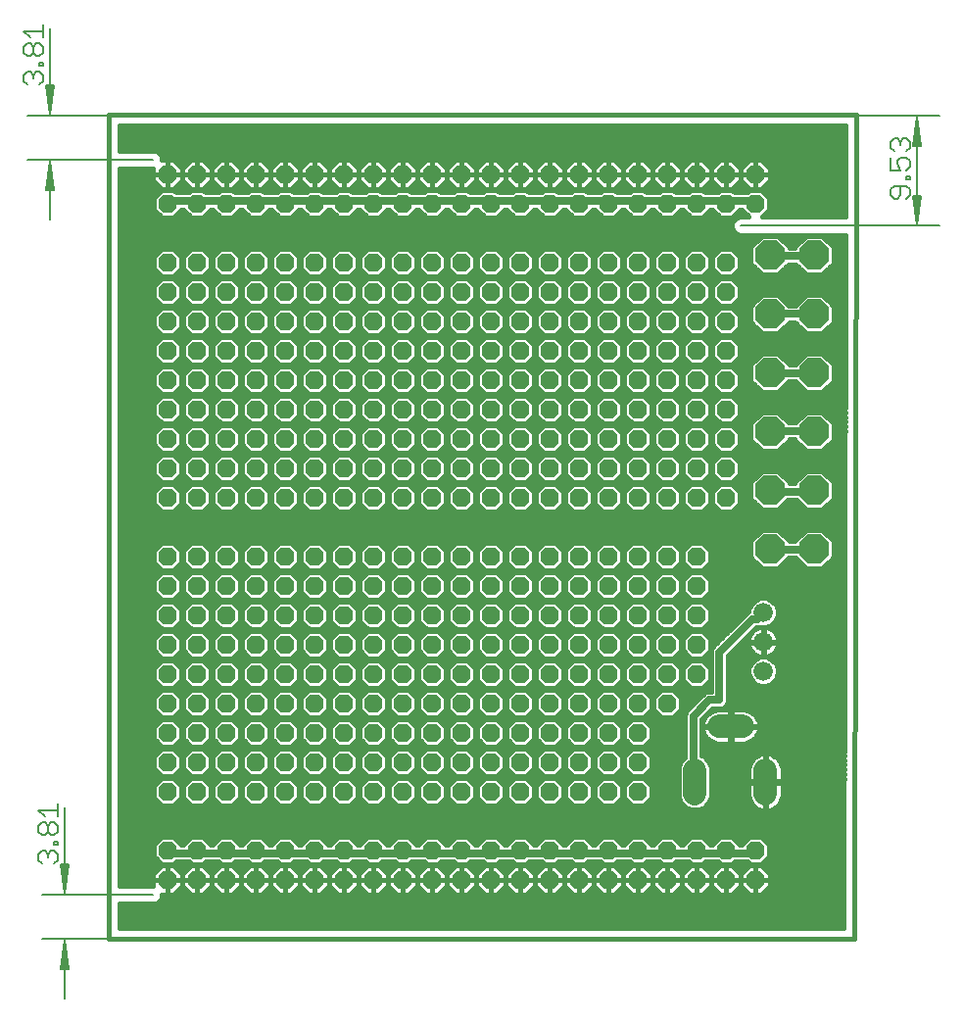
<source format=gtl>
G75*
%MOIN*%
%OFA0B0*%
%FSLAX25Y25*%
%IPPOS*%
%LPD*%
%AMOC8*
5,1,8,0,0,1.08239X$1,22.5*
%
%ADD10C,0.01600*%
%ADD11C,0.00512*%
%ADD12C,0.00600*%
%ADD13OC8,0.06300*%
%ADD14C,0.07874*%
%ADD15C,0.06600*%
%ADD16OC8,0.10000*%
%ADD17C,0.02500*%
D10*
X0032595Y0021728D02*
X0286138Y0021728D01*
X0286926Y0302043D01*
X0032595Y0302043D01*
X0032595Y0021728D01*
X0036195Y0025328D02*
X0036195Y0033672D01*
X0048203Y0033672D01*
X0049326Y0034138D01*
X0050186Y0034997D01*
X0050651Y0036120D01*
X0050651Y0036778D01*
X0052595Y0036778D01*
X0052595Y0041728D01*
X0052595Y0041728D01*
X0047645Y0041728D01*
X0047645Y0039784D01*
X0036195Y0039784D01*
X0036195Y0283672D01*
X0047645Y0283672D01*
X0047645Y0281728D01*
X0047645Y0279678D01*
X0050545Y0276778D01*
X0052595Y0276778D01*
X0052595Y0281728D01*
X0052595Y0281728D01*
X0052595Y0276778D01*
X0054645Y0276778D01*
X0057545Y0279678D01*
X0057545Y0281728D01*
X0052595Y0281728D01*
X0047645Y0281728D01*
X0052595Y0281728D01*
X0052595Y0281728D01*
X0052595Y0281728D01*
X0052595Y0286678D01*
X0050651Y0286678D01*
X0050651Y0287336D01*
X0050186Y0288459D01*
X0049326Y0289319D01*
X0048203Y0289784D01*
X0036195Y0289784D01*
X0036195Y0298443D01*
X0283316Y0298443D01*
X0283228Y0267284D01*
X0254869Y0267284D01*
X0257345Y0269761D01*
X0257345Y0273696D01*
X0254563Y0276478D01*
X0250628Y0276478D01*
X0249712Y0275563D01*
X0245478Y0275563D01*
X0244563Y0276478D01*
X0240628Y0276478D01*
X0239712Y0275563D01*
X0235478Y0275563D01*
X0234563Y0276478D01*
X0230628Y0276478D01*
X0229712Y0275563D01*
X0225478Y0275563D01*
X0224563Y0276478D01*
X0220628Y0276478D01*
X0219712Y0275563D01*
X0215478Y0275563D01*
X0214563Y0276478D01*
X0210628Y0276478D01*
X0209712Y0275563D01*
X0205478Y0275563D01*
X0204563Y0276478D01*
X0200628Y0276478D01*
X0199712Y0275563D01*
X0195478Y0275563D01*
X0194563Y0276478D01*
X0190628Y0276478D01*
X0189712Y0275563D01*
X0185478Y0275563D01*
X0184563Y0276478D01*
X0180628Y0276478D01*
X0179712Y0275563D01*
X0175478Y0275563D01*
X0174563Y0276478D01*
X0170628Y0276478D01*
X0169712Y0275563D01*
X0165478Y0275563D01*
X0164563Y0276478D01*
X0160628Y0276478D01*
X0159712Y0275563D01*
X0155478Y0275563D01*
X0154563Y0276478D01*
X0150628Y0276478D01*
X0149712Y0275563D01*
X0145478Y0275563D01*
X0144563Y0276478D01*
X0140628Y0276478D01*
X0139712Y0275563D01*
X0135478Y0275563D01*
X0134563Y0276478D01*
X0130628Y0276478D01*
X0129712Y0275563D01*
X0125478Y0275563D01*
X0124563Y0276478D01*
X0120628Y0276478D01*
X0119712Y0275563D01*
X0115478Y0275563D01*
X0114563Y0276478D01*
X0110628Y0276478D01*
X0109712Y0275563D01*
X0105478Y0275563D01*
X0104563Y0276478D01*
X0100628Y0276478D01*
X0099712Y0275563D01*
X0095478Y0275563D01*
X0094563Y0276478D01*
X0090628Y0276478D01*
X0089712Y0275563D01*
X0085478Y0275563D01*
X0084563Y0276478D01*
X0080628Y0276478D01*
X0079712Y0275563D01*
X0075478Y0275563D01*
X0074563Y0276478D01*
X0070628Y0276478D01*
X0069712Y0275563D01*
X0065478Y0275563D01*
X0064563Y0276478D01*
X0060628Y0276478D01*
X0059712Y0275563D01*
X0055478Y0275563D01*
X0054563Y0276478D01*
X0050628Y0276478D01*
X0047845Y0273696D01*
X0047845Y0269761D01*
X0050628Y0266978D01*
X0054563Y0266978D01*
X0057345Y0269761D01*
X0057345Y0269863D01*
X0057845Y0269863D01*
X0057845Y0269761D01*
X0060628Y0266978D01*
X0064563Y0266978D01*
X0067345Y0269761D01*
X0067345Y0269863D01*
X0067845Y0269863D01*
X0067845Y0269761D01*
X0070628Y0266978D01*
X0074563Y0266978D01*
X0077345Y0269761D01*
X0077345Y0269863D01*
X0077845Y0269863D01*
X0077845Y0269761D01*
X0080628Y0266978D01*
X0084563Y0266978D01*
X0087345Y0269761D01*
X0087345Y0269863D01*
X0087845Y0269863D01*
X0087845Y0269761D01*
X0090628Y0266978D01*
X0094563Y0266978D01*
X0097345Y0269761D01*
X0097345Y0269863D01*
X0097845Y0269863D01*
X0097845Y0269761D01*
X0100628Y0266978D01*
X0104563Y0266978D01*
X0107345Y0269761D01*
X0107345Y0269863D01*
X0107845Y0269863D01*
X0107845Y0269761D01*
X0110628Y0266978D01*
X0114563Y0266978D01*
X0117345Y0269761D01*
X0117345Y0269863D01*
X0117845Y0269863D01*
X0117845Y0269761D01*
X0120628Y0266978D01*
X0124563Y0266978D01*
X0127345Y0269761D01*
X0127345Y0269863D01*
X0127845Y0269863D01*
X0127845Y0269761D01*
X0130628Y0266978D01*
X0134563Y0266978D01*
X0137345Y0269761D01*
X0137345Y0269863D01*
X0137845Y0269863D01*
X0137845Y0269761D01*
X0140628Y0266978D01*
X0144563Y0266978D01*
X0147345Y0269761D01*
X0147345Y0269863D01*
X0147845Y0269863D01*
X0147845Y0269761D01*
X0150628Y0266978D01*
X0154563Y0266978D01*
X0157345Y0269761D01*
X0157345Y0269863D01*
X0157845Y0269863D01*
X0157845Y0269761D01*
X0160628Y0266978D01*
X0164563Y0266978D01*
X0167345Y0269761D01*
X0167345Y0269863D01*
X0167845Y0269863D01*
X0167845Y0269761D01*
X0170628Y0266978D01*
X0174563Y0266978D01*
X0177345Y0269761D01*
X0177345Y0269863D01*
X0177845Y0269863D01*
X0177845Y0269761D01*
X0180628Y0266978D01*
X0184563Y0266978D01*
X0187345Y0269761D01*
X0187345Y0269863D01*
X0187845Y0269863D01*
X0187845Y0269761D01*
X0190628Y0266978D01*
X0194563Y0266978D01*
X0197345Y0269761D01*
X0197345Y0269863D01*
X0197845Y0269863D01*
X0197845Y0269761D01*
X0200628Y0266978D01*
X0204563Y0266978D01*
X0207345Y0269761D01*
X0207345Y0269863D01*
X0207845Y0269863D01*
X0207845Y0269761D01*
X0210628Y0266978D01*
X0214563Y0266978D01*
X0217345Y0269761D01*
X0217345Y0269863D01*
X0217845Y0269863D01*
X0217845Y0269761D01*
X0220628Y0266978D01*
X0224563Y0266978D01*
X0227345Y0269761D01*
X0227345Y0269863D01*
X0227845Y0269863D01*
X0227845Y0269761D01*
X0230628Y0266978D01*
X0234563Y0266978D01*
X0237345Y0269761D01*
X0237345Y0269863D01*
X0237845Y0269863D01*
X0237845Y0269761D01*
X0240628Y0266978D01*
X0244563Y0266978D01*
X0247345Y0269761D01*
X0247345Y0269863D01*
X0247845Y0269863D01*
X0247845Y0269761D01*
X0250322Y0267284D01*
X0246987Y0267284D01*
X0245864Y0266819D01*
X0245004Y0265959D01*
X0244539Y0264836D01*
X0244539Y0263620D01*
X0245004Y0262497D01*
X0245864Y0261638D01*
X0246987Y0261172D01*
X0283211Y0261172D01*
X0282549Y0025328D01*
X0036195Y0025328D01*
X0036195Y0026524D02*
X0282552Y0026524D01*
X0282556Y0028122D02*
X0036195Y0028122D01*
X0036195Y0029721D02*
X0282561Y0029721D01*
X0282565Y0031319D02*
X0036195Y0031319D01*
X0036195Y0032918D02*
X0282570Y0032918D01*
X0282574Y0034516D02*
X0049705Y0034516D01*
X0050649Y0036115D02*
X0282579Y0036115D01*
X0282583Y0037713D02*
X0255581Y0037713D01*
X0254645Y0036778D02*
X0252595Y0036778D01*
X0252595Y0041728D01*
X0252595Y0041728D01*
X0252595Y0036778D01*
X0250545Y0036778D01*
X0247645Y0039678D01*
X0247645Y0041728D01*
X0252595Y0041728D01*
X0252595Y0041728D01*
X0252595Y0041728D01*
X0257545Y0041728D01*
X0257545Y0039678D01*
X0254645Y0036778D01*
X0252595Y0037713D02*
X0252595Y0037713D01*
X0252595Y0039312D02*
X0252595Y0039312D01*
X0252595Y0040910D02*
X0252595Y0040910D01*
X0252595Y0041728D02*
X0257545Y0041728D01*
X0257545Y0043779D01*
X0254645Y0046678D01*
X0252595Y0046678D01*
X0250545Y0046678D01*
X0247645Y0043779D01*
X0247645Y0041728D01*
X0252595Y0041728D01*
X0252595Y0046678D01*
X0252595Y0041728D01*
X0252595Y0041728D01*
X0252595Y0042509D02*
X0252595Y0042509D01*
X0252595Y0044108D02*
X0252595Y0044108D01*
X0252595Y0045706D02*
X0252595Y0045706D01*
X0250628Y0046978D02*
X0254563Y0046978D01*
X0257345Y0049761D01*
X0257345Y0053696D01*
X0254563Y0056478D01*
X0250628Y0056478D01*
X0247845Y0053696D01*
X0247845Y0053614D01*
X0247345Y0053614D01*
X0247345Y0053696D01*
X0244563Y0056478D01*
X0240628Y0056478D01*
X0237845Y0053696D01*
X0237845Y0053614D01*
X0237345Y0053614D01*
X0237345Y0053696D01*
X0234563Y0056478D01*
X0230628Y0056478D01*
X0227845Y0053696D01*
X0227845Y0053614D01*
X0227345Y0053614D01*
X0227345Y0053696D01*
X0224563Y0056478D01*
X0220628Y0056478D01*
X0217845Y0053696D01*
X0217845Y0053614D01*
X0217345Y0053614D01*
X0217345Y0053696D01*
X0214563Y0056478D01*
X0210628Y0056478D01*
X0207845Y0053696D01*
X0207845Y0053614D01*
X0207345Y0053614D01*
X0207345Y0053696D01*
X0204563Y0056478D01*
X0200628Y0056478D01*
X0197845Y0053696D01*
X0197845Y0053614D01*
X0197345Y0053614D01*
X0197345Y0053696D01*
X0194563Y0056478D01*
X0190628Y0056478D01*
X0187845Y0053696D01*
X0187845Y0053614D01*
X0187345Y0053614D01*
X0187345Y0053696D01*
X0184563Y0056478D01*
X0180628Y0056478D01*
X0177845Y0053696D01*
X0177845Y0053614D01*
X0177345Y0053614D01*
X0177345Y0053696D01*
X0174563Y0056478D01*
X0170628Y0056478D01*
X0167845Y0053696D01*
X0167845Y0053614D01*
X0167345Y0053614D01*
X0167345Y0053696D01*
X0164563Y0056478D01*
X0160628Y0056478D01*
X0157845Y0053696D01*
X0157845Y0053614D01*
X0157345Y0053614D01*
X0157345Y0053696D01*
X0154563Y0056478D01*
X0150628Y0056478D01*
X0147845Y0053696D01*
X0147845Y0053614D01*
X0147345Y0053614D01*
X0147345Y0053696D01*
X0144563Y0056478D01*
X0140628Y0056478D01*
X0137845Y0053696D01*
X0137845Y0053614D01*
X0137345Y0053614D01*
X0137345Y0053696D01*
X0134563Y0056478D01*
X0130628Y0056478D01*
X0127845Y0053696D01*
X0127845Y0053614D01*
X0127345Y0053614D01*
X0127345Y0053696D01*
X0124563Y0056478D01*
X0120628Y0056478D01*
X0117845Y0053696D01*
X0117845Y0053614D01*
X0117345Y0053614D01*
X0117345Y0053696D01*
X0114563Y0056478D01*
X0110628Y0056478D01*
X0107845Y0053696D01*
X0107845Y0053614D01*
X0107345Y0053614D01*
X0107345Y0053696D01*
X0104563Y0056478D01*
X0100628Y0056478D01*
X0097845Y0053696D01*
X0097845Y0053614D01*
X0097345Y0053614D01*
X0097345Y0053696D01*
X0094563Y0056478D01*
X0090628Y0056478D01*
X0087845Y0053696D01*
X0087845Y0053614D01*
X0087345Y0053614D01*
X0087345Y0053696D01*
X0084563Y0056478D01*
X0080628Y0056478D01*
X0077845Y0053696D01*
X0077845Y0053614D01*
X0077345Y0053614D01*
X0077345Y0053696D01*
X0074563Y0056478D01*
X0070628Y0056478D01*
X0067845Y0053696D01*
X0067845Y0053614D01*
X0067345Y0053614D01*
X0067345Y0053696D01*
X0064563Y0056478D01*
X0060628Y0056478D01*
X0057845Y0053696D01*
X0057845Y0053614D01*
X0057345Y0053614D01*
X0057345Y0053696D01*
X0054563Y0056478D01*
X0050628Y0056478D01*
X0047845Y0053696D01*
X0047845Y0049761D01*
X0050628Y0046978D01*
X0054563Y0046978D01*
X0055498Y0047914D01*
X0059692Y0047914D01*
X0060628Y0046978D01*
X0064563Y0046978D01*
X0065498Y0047914D01*
X0069692Y0047914D01*
X0070628Y0046978D01*
X0074563Y0046978D01*
X0075498Y0047914D01*
X0079692Y0047914D01*
X0080628Y0046978D01*
X0084563Y0046978D01*
X0085498Y0047914D01*
X0089692Y0047914D01*
X0090628Y0046978D01*
X0094563Y0046978D01*
X0095498Y0047914D01*
X0099692Y0047914D01*
X0100628Y0046978D01*
X0104563Y0046978D01*
X0105498Y0047914D01*
X0109692Y0047914D01*
X0110628Y0046978D01*
X0114563Y0046978D01*
X0115498Y0047914D01*
X0119692Y0047914D01*
X0120628Y0046978D01*
X0124563Y0046978D01*
X0125498Y0047914D01*
X0129692Y0047914D01*
X0130628Y0046978D01*
X0134563Y0046978D01*
X0135498Y0047914D01*
X0139692Y0047914D01*
X0140628Y0046978D01*
X0144563Y0046978D01*
X0145498Y0047914D01*
X0149692Y0047914D01*
X0150628Y0046978D01*
X0154563Y0046978D01*
X0155498Y0047914D01*
X0159692Y0047914D01*
X0160628Y0046978D01*
X0164563Y0046978D01*
X0165498Y0047914D01*
X0169692Y0047914D01*
X0170628Y0046978D01*
X0174563Y0046978D01*
X0175498Y0047914D01*
X0179692Y0047914D01*
X0180628Y0046978D01*
X0184563Y0046978D01*
X0185498Y0047914D01*
X0189692Y0047914D01*
X0190628Y0046978D01*
X0194563Y0046978D01*
X0195498Y0047914D01*
X0199692Y0047914D01*
X0200628Y0046978D01*
X0204563Y0046978D01*
X0205498Y0047914D01*
X0209692Y0047914D01*
X0210628Y0046978D01*
X0214563Y0046978D01*
X0215498Y0047914D01*
X0219692Y0047914D01*
X0220628Y0046978D01*
X0224563Y0046978D01*
X0225498Y0047914D01*
X0229692Y0047914D01*
X0230628Y0046978D01*
X0234563Y0046978D01*
X0235498Y0047914D01*
X0239692Y0047914D01*
X0240628Y0046978D01*
X0244563Y0046978D01*
X0245498Y0047914D01*
X0249692Y0047914D01*
X0250628Y0046978D01*
X0250301Y0047305D02*
X0244889Y0047305D01*
X0244645Y0046678D02*
X0242595Y0046678D01*
X0240545Y0046678D01*
X0237645Y0043779D01*
X0237645Y0041728D01*
X0237645Y0039678D01*
X0240545Y0036778D01*
X0242595Y0036778D01*
X0242595Y0041728D01*
X0242595Y0041728D01*
X0242595Y0036778D01*
X0244645Y0036778D01*
X0247545Y0039678D01*
X0247545Y0041728D01*
X0242595Y0041728D01*
X0237645Y0041728D01*
X0242595Y0041728D01*
X0242595Y0041728D01*
X0242595Y0041728D01*
X0247545Y0041728D01*
X0247545Y0043779D01*
X0244645Y0046678D01*
X0245618Y0045706D02*
X0249572Y0045706D01*
X0247974Y0044108D02*
X0247216Y0044108D01*
X0247545Y0042509D02*
X0247645Y0042509D01*
X0247645Y0040910D02*
X0247545Y0040910D01*
X0247179Y0039312D02*
X0248011Y0039312D01*
X0249610Y0037713D02*
X0245581Y0037713D01*
X0242595Y0037713D02*
X0242595Y0037713D01*
X0242595Y0039312D02*
X0242595Y0039312D01*
X0242595Y0040910D02*
X0242595Y0040910D01*
X0242595Y0041728D02*
X0242595Y0046678D01*
X0242595Y0041728D01*
X0242595Y0041728D01*
X0242595Y0042509D02*
X0242595Y0042509D01*
X0242595Y0044108D02*
X0242595Y0044108D01*
X0242595Y0045706D02*
X0242595Y0045706D01*
X0240301Y0047305D02*
X0234889Y0047305D01*
X0234645Y0046678D02*
X0232595Y0046678D01*
X0230545Y0046678D01*
X0227645Y0043779D01*
X0227645Y0041728D01*
X0227645Y0039678D01*
X0230545Y0036778D01*
X0232595Y0036778D01*
X0232595Y0041728D01*
X0232595Y0041728D01*
X0232595Y0036778D01*
X0234645Y0036778D01*
X0237545Y0039678D01*
X0237545Y0041728D01*
X0232595Y0041728D01*
X0227645Y0041728D01*
X0232595Y0041728D01*
X0232595Y0041728D01*
X0232595Y0041728D01*
X0237545Y0041728D01*
X0237545Y0043779D01*
X0234645Y0046678D01*
X0235618Y0045706D02*
X0239572Y0045706D01*
X0237974Y0044108D02*
X0237216Y0044108D01*
X0237545Y0042509D02*
X0237645Y0042509D01*
X0237645Y0040910D02*
X0237545Y0040910D01*
X0237179Y0039312D02*
X0238011Y0039312D01*
X0239610Y0037713D02*
X0235581Y0037713D01*
X0232595Y0037713D02*
X0232595Y0037713D01*
X0232595Y0039312D02*
X0232595Y0039312D01*
X0232595Y0040910D02*
X0232595Y0040910D01*
X0232595Y0041728D02*
X0232595Y0046678D01*
X0232595Y0041728D01*
X0232595Y0041728D01*
X0232595Y0042509D02*
X0232595Y0042509D01*
X0232595Y0044108D02*
X0232595Y0044108D01*
X0232595Y0045706D02*
X0232595Y0045706D01*
X0230301Y0047305D02*
X0224889Y0047305D01*
X0224645Y0046678D02*
X0222595Y0046678D01*
X0220545Y0046678D01*
X0217645Y0043779D01*
X0217645Y0041728D01*
X0217645Y0039678D01*
X0220545Y0036778D01*
X0222595Y0036778D01*
X0222595Y0041728D01*
X0222595Y0041728D01*
X0222595Y0036778D01*
X0224645Y0036778D01*
X0227545Y0039678D01*
X0227545Y0041728D01*
X0222595Y0041728D01*
X0217645Y0041728D01*
X0222595Y0041728D01*
X0222595Y0041728D01*
X0222595Y0041728D01*
X0227545Y0041728D01*
X0227545Y0043779D01*
X0224645Y0046678D01*
X0225618Y0045706D02*
X0229572Y0045706D01*
X0227974Y0044108D02*
X0227216Y0044108D01*
X0227545Y0042509D02*
X0227645Y0042509D01*
X0227645Y0040910D02*
X0227545Y0040910D01*
X0227179Y0039312D02*
X0228011Y0039312D01*
X0229610Y0037713D02*
X0225581Y0037713D01*
X0222595Y0037713D02*
X0222595Y0037713D01*
X0222595Y0039312D02*
X0222595Y0039312D01*
X0222595Y0040910D02*
X0222595Y0040910D01*
X0222595Y0041728D02*
X0222595Y0046678D01*
X0222595Y0041728D01*
X0222595Y0041728D01*
X0222595Y0042509D02*
X0222595Y0042509D01*
X0222595Y0044108D02*
X0222595Y0044108D01*
X0222595Y0045706D02*
X0222595Y0045706D01*
X0220301Y0047305D02*
X0214889Y0047305D01*
X0214645Y0046678D02*
X0212595Y0046678D01*
X0210545Y0046678D01*
X0207645Y0043779D01*
X0207645Y0041728D01*
X0207645Y0039678D01*
X0210545Y0036778D01*
X0212595Y0036778D01*
X0212595Y0041728D01*
X0212595Y0041728D01*
X0212595Y0036778D01*
X0214645Y0036778D01*
X0217545Y0039678D01*
X0217545Y0041728D01*
X0212595Y0041728D01*
X0207645Y0041728D01*
X0212595Y0041728D01*
X0212595Y0041728D01*
X0212595Y0041728D01*
X0217545Y0041728D01*
X0217545Y0043779D01*
X0214645Y0046678D01*
X0215618Y0045706D02*
X0219572Y0045706D01*
X0217974Y0044108D02*
X0217216Y0044108D01*
X0217545Y0042509D02*
X0217645Y0042509D01*
X0217645Y0040910D02*
X0217545Y0040910D01*
X0217179Y0039312D02*
X0218011Y0039312D01*
X0219610Y0037713D02*
X0215581Y0037713D01*
X0212595Y0037713D02*
X0212595Y0037713D01*
X0212595Y0039312D02*
X0212595Y0039312D01*
X0212595Y0040910D02*
X0212595Y0040910D01*
X0212595Y0041728D02*
X0212595Y0046678D01*
X0212595Y0041728D01*
X0212595Y0041728D01*
X0212595Y0042509D02*
X0212595Y0042509D01*
X0212595Y0044108D02*
X0212595Y0044108D01*
X0212595Y0045706D02*
X0212595Y0045706D01*
X0210301Y0047305D02*
X0204889Y0047305D01*
X0204645Y0046678D02*
X0202595Y0046678D01*
X0200545Y0046678D01*
X0197645Y0043779D01*
X0197645Y0041728D01*
X0197645Y0039678D01*
X0200545Y0036778D01*
X0202595Y0036778D01*
X0202595Y0041728D01*
X0202595Y0041728D01*
X0202595Y0036778D01*
X0204645Y0036778D01*
X0207545Y0039678D01*
X0207545Y0041728D01*
X0202595Y0041728D01*
X0197645Y0041728D01*
X0202595Y0041728D01*
X0202595Y0041728D01*
X0202595Y0041728D01*
X0207545Y0041728D01*
X0207545Y0043779D01*
X0204645Y0046678D01*
X0205618Y0045706D02*
X0209572Y0045706D01*
X0207974Y0044108D02*
X0207216Y0044108D01*
X0207545Y0042509D02*
X0207645Y0042509D01*
X0207645Y0040910D02*
X0207545Y0040910D01*
X0207179Y0039312D02*
X0208011Y0039312D01*
X0209610Y0037713D02*
X0205581Y0037713D01*
X0202595Y0037713D02*
X0202595Y0037713D01*
X0202595Y0039312D02*
X0202595Y0039312D01*
X0202595Y0040910D02*
X0202595Y0040910D01*
X0202595Y0041728D02*
X0202595Y0046678D01*
X0202595Y0041728D01*
X0202595Y0041728D01*
X0202595Y0042509D02*
X0202595Y0042509D01*
X0202595Y0044108D02*
X0202595Y0044108D01*
X0202595Y0045706D02*
X0202595Y0045706D01*
X0200301Y0047305D02*
X0194889Y0047305D01*
X0194645Y0046678D02*
X0192595Y0046678D01*
X0190545Y0046678D01*
X0187645Y0043779D01*
X0187645Y0041728D01*
X0187645Y0039678D01*
X0190545Y0036778D01*
X0192595Y0036778D01*
X0192595Y0041728D01*
X0192595Y0041728D01*
X0192595Y0036778D01*
X0194645Y0036778D01*
X0197545Y0039678D01*
X0197545Y0041728D01*
X0192595Y0041728D01*
X0187645Y0041728D01*
X0192595Y0041728D01*
X0192595Y0041728D01*
X0192595Y0041728D01*
X0197545Y0041728D01*
X0197545Y0043779D01*
X0194645Y0046678D01*
X0195618Y0045706D02*
X0199572Y0045706D01*
X0197974Y0044108D02*
X0197216Y0044108D01*
X0197545Y0042509D02*
X0197645Y0042509D01*
X0197645Y0040910D02*
X0197545Y0040910D01*
X0197179Y0039312D02*
X0198011Y0039312D01*
X0199610Y0037713D02*
X0195581Y0037713D01*
X0192595Y0037713D02*
X0192595Y0037713D01*
X0192595Y0039312D02*
X0192595Y0039312D01*
X0192595Y0040910D02*
X0192595Y0040910D01*
X0192595Y0041728D02*
X0192595Y0046678D01*
X0192595Y0041728D01*
X0192595Y0041728D01*
X0192595Y0042509D02*
X0192595Y0042509D01*
X0192595Y0044108D02*
X0192595Y0044108D01*
X0192595Y0045706D02*
X0192595Y0045706D01*
X0190301Y0047305D02*
X0184889Y0047305D01*
X0184645Y0046678D02*
X0182595Y0046678D01*
X0180545Y0046678D01*
X0177645Y0043779D01*
X0177645Y0041728D01*
X0177645Y0039678D01*
X0180545Y0036778D01*
X0182595Y0036778D01*
X0182595Y0041728D01*
X0182595Y0041728D01*
X0182595Y0036778D01*
X0184645Y0036778D01*
X0187545Y0039678D01*
X0187545Y0041728D01*
X0182595Y0041728D01*
X0177645Y0041728D01*
X0182595Y0041728D01*
X0182595Y0041728D01*
X0182595Y0041728D01*
X0187545Y0041728D01*
X0187545Y0043779D01*
X0184645Y0046678D01*
X0185618Y0045706D02*
X0189572Y0045706D01*
X0187974Y0044108D02*
X0187216Y0044108D01*
X0187545Y0042509D02*
X0187645Y0042509D01*
X0187645Y0040910D02*
X0187545Y0040910D01*
X0187179Y0039312D02*
X0188011Y0039312D01*
X0189610Y0037713D02*
X0185581Y0037713D01*
X0182595Y0037713D02*
X0182595Y0037713D01*
X0182595Y0039312D02*
X0182595Y0039312D01*
X0182595Y0040910D02*
X0182595Y0040910D01*
X0182595Y0041728D02*
X0182595Y0046678D01*
X0182595Y0041728D01*
X0182595Y0041728D01*
X0182595Y0042509D02*
X0182595Y0042509D01*
X0182595Y0044108D02*
X0182595Y0044108D01*
X0182595Y0045706D02*
X0182595Y0045706D01*
X0180301Y0047305D02*
X0174889Y0047305D01*
X0174645Y0046678D02*
X0172595Y0046678D01*
X0170545Y0046678D01*
X0167645Y0043779D01*
X0167645Y0041728D01*
X0167645Y0039678D01*
X0170545Y0036778D01*
X0172595Y0036778D01*
X0172595Y0041728D01*
X0172595Y0041728D01*
X0172595Y0036778D01*
X0174645Y0036778D01*
X0177545Y0039678D01*
X0177545Y0041728D01*
X0172595Y0041728D01*
X0167645Y0041728D01*
X0172595Y0041728D01*
X0172595Y0041728D01*
X0172595Y0041728D01*
X0177545Y0041728D01*
X0177545Y0043779D01*
X0174645Y0046678D01*
X0175618Y0045706D02*
X0179572Y0045706D01*
X0177974Y0044108D02*
X0177216Y0044108D01*
X0177545Y0042509D02*
X0177645Y0042509D01*
X0177645Y0040910D02*
X0177545Y0040910D01*
X0177179Y0039312D02*
X0178011Y0039312D01*
X0179610Y0037713D02*
X0175581Y0037713D01*
X0172595Y0037713D02*
X0172595Y0037713D01*
X0172595Y0039312D02*
X0172595Y0039312D01*
X0172595Y0040910D02*
X0172595Y0040910D01*
X0172595Y0041728D02*
X0172595Y0046678D01*
X0172595Y0041728D01*
X0172595Y0041728D01*
X0172595Y0042509D02*
X0172595Y0042509D01*
X0172595Y0044108D02*
X0172595Y0044108D01*
X0172595Y0045706D02*
X0172595Y0045706D01*
X0170301Y0047305D02*
X0164889Y0047305D01*
X0164645Y0046678D02*
X0162595Y0046678D01*
X0160545Y0046678D01*
X0157645Y0043779D01*
X0157645Y0041728D01*
X0157645Y0039678D01*
X0160545Y0036778D01*
X0162595Y0036778D01*
X0162595Y0041728D01*
X0162595Y0041728D01*
X0162595Y0036778D01*
X0164645Y0036778D01*
X0167545Y0039678D01*
X0167545Y0041728D01*
X0162595Y0041728D01*
X0157645Y0041728D01*
X0162595Y0041728D01*
X0162595Y0041728D01*
X0162595Y0041728D01*
X0167545Y0041728D01*
X0167545Y0043779D01*
X0164645Y0046678D01*
X0165618Y0045706D02*
X0169572Y0045706D01*
X0167974Y0044108D02*
X0167216Y0044108D01*
X0167545Y0042509D02*
X0167645Y0042509D01*
X0167645Y0040910D02*
X0167545Y0040910D01*
X0167179Y0039312D02*
X0168011Y0039312D01*
X0169610Y0037713D02*
X0165581Y0037713D01*
X0162595Y0037713D02*
X0162595Y0037713D01*
X0162595Y0039312D02*
X0162595Y0039312D01*
X0162595Y0040910D02*
X0162595Y0040910D01*
X0162595Y0041728D02*
X0162595Y0046678D01*
X0162595Y0041728D01*
X0162595Y0041728D01*
X0162595Y0042509D02*
X0162595Y0042509D01*
X0162595Y0044108D02*
X0162595Y0044108D01*
X0162595Y0045706D02*
X0162595Y0045706D01*
X0160301Y0047305D02*
X0154889Y0047305D01*
X0154645Y0046678D02*
X0152595Y0046678D01*
X0150545Y0046678D01*
X0147645Y0043779D01*
X0147645Y0041728D01*
X0147645Y0039678D01*
X0150545Y0036778D01*
X0152595Y0036778D01*
X0152595Y0041728D01*
X0152595Y0041728D01*
X0152595Y0036778D01*
X0154645Y0036778D01*
X0157545Y0039678D01*
X0157545Y0041728D01*
X0152595Y0041728D01*
X0147645Y0041728D01*
X0152595Y0041728D01*
X0152595Y0041728D01*
X0152595Y0041728D01*
X0157545Y0041728D01*
X0157545Y0043779D01*
X0154645Y0046678D01*
X0155618Y0045706D02*
X0159572Y0045706D01*
X0157974Y0044108D02*
X0157216Y0044108D01*
X0157545Y0042509D02*
X0157645Y0042509D01*
X0157645Y0040910D02*
X0157545Y0040910D01*
X0157179Y0039312D02*
X0158011Y0039312D01*
X0159610Y0037713D02*
X0155581Y0037713D01*
X0152595Y0037713D02*
X0152595Y0037713D01*
X0152595Y0039312D02*
X0152595Y0039312D01*
X0152595Y0040910D02*
X0152595Y0040910D01*
X0152595Y0041728D02*
X0152595Y0046678D01*
X0152595Y0041728D01*
X0152595Y0041728D01*
X0152595Y0042509D02*
X0152595Y0042509D01*
X0152595Y0044108D02*
X0152595Y0044108D01*
X0152595Y0045706D02*
X0152595Y0045706D01*
X0150301Y0047305D02*
X0144889Y0047305D01*
X0144645Y0046678D02*
X0142595Y0046678D01*
X0140545Y0046678D01*
X0137645Y0043779D01*
X0137645Y0041728D01*
X0137645Y0039678D01*
X0140545Y0036778D01*
X0142595Y0036778D01*
X0142595Y0041728D01*
X0142595Y0041728D01*
X0142595Y0036778D01*
X0144645Y0036778D01*
X0147545Y0039678D01*
X0147545Y0041728D01*
X0142595Y0041728D01*
X0137645Y0041728D01*
X0142595Y0041728D01*
X0142595Y0041728D01*
X0142595Y0041728D01*
X0147545Y0041728D01*
X0147545Y0043779D01*
X0144645Y0046678D01*
X0145618Y0045706D02*
X0149572Y0045706D01*
X0147974Y0044108D02*
X0147216Y0044108D01*
X0147545Y0042509D02*
X0147645Y0042509D01*
X0147645Y0040910D02*
X0147545Y0040910D01*
X0147179Y0039312D02*
X0148011Y0039312D01*
X0149610Y0037713D02*
X0145581Y0037713D01*
X0142595Y0037713D02*
X0142595Y0037713D01*
X0142595Y0039312D02*
X0142595Y0039312D01*
X0142595Y0040910D02*
X0142595Y0040910D01*
X0142595Y0041728D02*
X0142595Y0046678D01*
X0142595Y0041728D01*
X0142595Y0041728D01*
X0142595Y0042509D02*
X0142595Y0042509D01*
X0142595Y0044108D02*
X0142595Y0044108D01*
X0142595Y0045706D02*
X0142595Y0045706D01*
X0140301Y0047305D02*
X0134889Y0047305D01*
X0134645Y0046678D02*
X0132595Y0046678D01*
X0130545Y0046678D01*
X0127645Y0043779D01*
X0127645Y0041728D01*
X0127645Y0039678D01*
X0130545Y0036778D01*
X0132595Y0036778D01*
X0132595Y0041728D01*
X0132595Y0041728D01*
X0132595Y0036778D01*
X0134645Y0036778D01*
X0137545Y0039678D01*
X0137545Y0041728D01*
X0132595Y0041728D01*
X0127645Y0041728D01*
X0132595Y0041728D01*
X0132595Y0041728D01*
X0132595Y0041728D01*
X0137545Y0041728D01*
X0137545Y0043779D01*
X0134645Y0046678D01*
X0135618Y0045706D02*
X0139572Y0045706D01*
X0137974Y0044108D02*
X0137216Y0044108D01*
X0137545Y0042509D02*
X0137645Y0042509D01*
X0137645Y0040910D02*
X0137545Y0040910D01*
X0137179Y0039312D02*
X0138011Y0039312D01*
X0139610Y0037713D02*
X0135581Y0037713D01*
X0132595Y0037713D02*
X0132595Y0037713D01*
X0132595Y0039312D02*
X0132595Y0039312D01*
X0132595Y0040910D02*
X0132595Y0040910D01*
X0132595Y0041728D02*
X0132595Y0046678D01*
X0132595Y0041728D01*
X0132595Y0041728D01*
X0132595Y0042509D02*
X0132595Y0042509D01*
X0132595Y0044108D02*
X0132595Y0044108D01*
X0132595Y0045706D02*
X0132595Y0045706D01*
X0130301Y0047305D02*
X0124889Y0047305D01*
X0124645Y0046678D02*
X0122595Y0046678D01*
X0120545Y0046678D01*
X0117645Y0043779D01*
X0117645Y0041728D01*
X0117645Y0039678D01*
X0120545Y0036778D01*
X0122595Y0036778D01*
X0122595Y0041728D01*
X0122595Y0041728D01*
X0122595Y0036778D01*
X0124645Y0036778D01*
X0127545Y0039678D01*
X0127545Y0041728D01*
X0122595Y0041728D01*
X0117645Y0041728D01*
X0122595Y0041728D01*
X0122595Y0041728D01*
X0122595Y0041728D01*
X0127545Y0041728D01*
X0127545Y0043779D01*
X0124645Y0046678D01*
X0125618Y0045706D02*
X0129572Y0045706D01*
X0127974Y0044108D02*
X0127216Y0044108D01*
X0127545Y0042509D02*
X0127645Y0042509D01*
X0127645Y0040910D02*
X0127545Y0040910D01*
X0127179Y0039312D02*
X0128011Y0039312D01*
X0129610Y0037713D02*
X0125581Y0037713D01*
X0122595Y0037713D02*
X0122595Y0037713D01*
X0122595Y0039312D02*
X0122595Y0039312D01*
X0122595Y0040910D02*
X0122595Y0040910D01*
X0122595Y0041728D02*
X0122595Y0046678D01*
X0122595Y0041728D01*
X0122595Y0041728D01*
X0122595Y0042509D02*
X0122595Y0042509D01*
X0122595Y0044108D02*
X0122595Y0044108D01*
X0122595Y0045706D02*
X0122595Y0045706D01*
X0120301Y0047305D02*
X0114889Y0047305D01*
X0114645Y0046678D02*
X0112595Y0046678D01*
X0110545Y0046678D01*
X0107645Y0043779D01*
X0107645Y0041728D01*
X0107645Y0039678D01*
X0110545Y0036778D01*
X0112595Y0036778D01*
X0112595Y0041728D01*
X0112595Y0041728D01*
X0112595Y0036778D01*
X0114645Y0036778D01*
X0117545Y0039678D01*
X0117545Y0041728D01*
X0112595Y0041728D01*
X0107645Y0041728D01*
X0112595Y0041728D01*
X0112595Y0041728D01*
X0112595Y0041728D01*
X0117545Y0041728D01*
X0117545Y0043779D01*
X0114645Y0046678D01*
X0115618Y0045706D02*
X0119572Y0045706D01*
X0117974Y0044108D02*
X0117216Y0044108D01*
X0117545Y0042509D02*
X0117645Y0042509D01*
X0117645Y0040910D02*
X0117545Y0040910D01*
X0117179Y0039312D02*
X0118011Y0039312D01*
X0119610Y0037713D02*
X0115581Y0037713D01*
X0112595Y0037713D02*
X0112595Y0037713D01*
X0112595Y0039312D02*
X0112595Y0039312D01*
X0112595Y0040910D02*
X0112595Y0040910D01*
X0112595Y0041728D02*
X0112595Y0046678D01*
X0112595Y0041728D01*
X0112595Y0041728D01*
X0112595Y0042509D02*
X0112595Y0042509D01*
X0112595Y0044108D02*
X0112595Y0044108D01*
X0112595Y0045706D02*
X0112595Y0045706D01*
X0110301Y0047305D02*
X0104889Y0047305D01*
X0104645Y0046678D02*
X0102595Y0046678D01*
X0100545Y0046678D01*
X0097645Y0043779D01*
X0097645Y0041728D01*
X0097645Y0039678D01*
X0100545Y0036778D01*
X0102595Y0036778D01*
X0102595Y0041728D01*
X0102595Y0041728D01*
X0102595Y0036778D01*
X0104645Y0036778D01*
X0107545Y0039678D01*
X0107545Y0041728D01*
X0102595Y0041728D01*
X0097645Y0041728D01*
X0102595Y0041728D01*
X0102595Y0041728D01*
X0102595Y0041728D01*
X0107545Y0041728D01*
X0107545Y0043779D01*
X0104645Y0046678D01*
X0105618Y0045706D02*
X0109572Y0045706D01*
X0107974Y0044108D02*
X0107216Y0044108D01*
X0107545Y0042509D02*
X0107645Y0042509D01*
X0107645Y0040910D02*
X0107545Y0040910D01*
X0107179Y0039312D02*
X0108011Y0039312D01*
X0109610Y0037713D02*
X0105581Y0037713D01*
X0102595Y0037713D02*
X0102595Y0037713D01*
X0102595Y0039312D02*
X0102595Y0039312D01*
X0102595Y0040910D02*
X0102595Y0040910D01*
X0102595Y0041728D02*
X0102595Y0046678D01*
X0102595Y0041728D01*
X0102595Y0041728D01*
X0102595Y0042509D02*
X0102595Y0042509D01*
X0102595Y0044108D02*
X0102595Y0044108D01*
X0102595Y0045706D02*
X0102595Y0045706D01*
X0100301Y0047305D02*
X0094889Y0047305D01*
X0094645Y0046678D02*
X0092595Y0046678D01*
X0090545Y0046678D01*
X0087645Y0043779D01*
X0087645Y0041728D01*
X0087645Y0039678D01*
X0090545Y0036778D01*
X0092595Y0036778D01*
X0092595Y0041728D01*
X0092595Y0041728D01*
X0092595Y0036778D01*
X0094645Y0036778D01*
X0097545Y0039678D01*
X0097545Y0041728D01*
X0092595Y0041728D01*
X0087645Y0041728D01*
X0092595Y0041728D01*
X0092595Y0041728D01*
X0092595Y0041728D01*
X0097545Y0041728D01*
X0097545Y0043779D01*
X0094645Y0046678D01*
X0095618Y0045706D02*
X0099572Y0045706D01*
X0097974Y0044108D02*
X0097216Y0044108D01*
X0097545Y0042509D02*
X0097645Y0042509D01*
X0097645Y0040910D02*
X0097545Y0040910D01*
X0097179Y0039312D02*
X0098011Y0039312D01*
X0099610Y0037713D02*
X0095581Y0037713D01*
X0092595Y0037713D02*
X0092595Y0037713D01*
X0092595Y0039312D02*
X0092595Y0039312D01*
X0092595Y0040910D02*
X0092595Y0040910D01*
X0092595Y0041728D02*
X0092595Y0046678D01*
X0092595Y0041728D01*
X0092595Y0041728D01*
X0092595Y0042509D02*
X0092595Y0042509D01*
X0092595Y0044108D02*
X0092595Y0044108D01*
X0092595Y0045706D02*
X0092595Y0045706D01*
X0090301Y0047305D02*
X0084889Y0047305D01*
X0084645Y0046678D02*
X0082595Y0046678D01*
X0080545Y0046678D01*
X0077645Y0043779D01*
X0077645Y0041728D01*
X0077645Y0039678D01*
X0080545Y0036778D01*
X0082595Y0036778D01*
X0082595Y0041728D01*
X0082595Y0041728D01*
X0082595Y0036778D01*
X0084645Y0036778D01*
X0087545Y0039678D01*
X0087545Y0041728D01*
X0082595Y0041728D01*
X0077645Y0041728D01*
X0082595Y0041728D01*
X0082595Y0041728D01*
X0082595Y0041728D01*
X0087545Y0041728D01*
X0087545Y0043779D01*
X0084645Y0046678D01*
X0085618Y0045706D02*
X0089572Y0045706D01*
X0087974Y0044108D02*
X0087216Y0044108D01*
X0087545Y0042509D02*
X0087645Y0042509D01*
X0087645Y0040910D02*
X0087545Y0040910D01*
X0087179Y0039312D02*
X0088011Y0039312D01*
X0089610Y0037713D02*
X0085581Y0037713D01*
X0082595Y0037713D02*
X0082595Y0037713D01*
X0082595Y0039312D02*
X0082595Y0039312D01*
X0082595Y0040910D02*
X0082595Y0040910D01*
X0082595Y0041728D02*
X0082595Y0046678D01*
X0082595Y0041728D01*
X0082595Y0041728D01*
X0082595Y0042509D02*
X0082595Y0042509D01*
X0082595Y0044108D02*
X0082595Y0044108D01*
X0082595Y0045706D02*
X0082595Y0045706D01*
X0080301Y0047305D02*
X0074889Y0047305D01*
X0074645Y0046678D02*
X0072595Y0046678D01*
X0070545Y0046678D01*
X0067645Y0043779D01*
X0067645Y0041728D01*
X0067645Y0039678D01*
X0070545Y0036778D01*
X0072595Y0036778D01*
X0072595Y0041728D01*
X0072595Y0041728D01*
X0072595Y0036778D01*
X0074645Y0036778D01*
X0077545Y0039678D01*
X0077545Y0041728D01*
X0072595Y0041728D01*
X0067645Y0041728D01*
X0072595Y0041728D01*
X0072595Y0041728D01*
X0072595Y0041728D01*
X0077545Y0041728D01*
X0077545Y0043779D01*
X0074645Y0046678D01*
X0075618Y0045706D02*
X0079572Y0045706D01*
X0077974Y0044108D02*
X0077216Y0044108D01*
X0077545Y0042509D02*
X0077645Y0042509D01*
X0077645Y0040910D02*
X0077545Y0040910D01*
X0077179Y0039312D02*
X0078011Y0039312D01*
X0079610Y0037713D02*
X0075581Y0037713D01*
X0072595Y0037713D02*
X0072595Y0037713D01*
X0072595Y0039312D02*
X0072595Y0039312D01*
X0072595Y0040910D02*
X0072595Y0040910D01*
X0072595Y0041728D02*
X0072595Y0046678D01*
X0072595Y0041728D01*
X0072595Y0041728D01*
X0072595Y0042509D02*
X0072595Y0042509D01*
X0072595Y0044108D02*
X0072595Y0044108D01*
X0072595Y0045706D02*
X0072595Y0045706D01*
X0070301Y0047305D02*
X0064889Y0047305D01*
X0064645Y0046678D02*
X0062595Y0046678D01*
X0060545Y0046678D01*
X0057645Y0043779D01*
X0057645Y0041728D01*
X0057645Y0039678D01*
X0060545Y0036778D01*
X0062595Y0036778D01*
X0062595Y0041728D01*
X0062595Y0041728D01*
X0062595Y0036778D01*
X0064645Y0036778D01*
X0067545Y0039678D01*
X0067545Y0041728D01*
X0062595Y0041728D01*
X0057645Y0041728D01*
X0062595Y0041728D01*
X0062595Y0041728D01*
X0062595Y0041728D01*
X0067545Y0041728D01*
X0067545Y0043779D01*
X0064645Y0046678D01*
X0065618Y0045706D02*
X0069572Y0045706D01*
X0067974Y0044108D02*
X0067216Y0044108D01*
X0067545Y0042509D02*
X0067645Y0042509D01*
X0067645Y0040910D02*
X0067545Y0040910D01*
X0067179Y0039312D02*
X0068011Y0039312D01*
X0069610Y0037713D02*
X0065581Y0037713D01*
X0062595Y0037713D02*
X0062595Y0037713D01*
X0062595Y0039312D02*
X0062595Y0039312D01*
X0062595Y0040910D02*
X0062595Y0040910D01*
X0062595Y0041728D02*
X0062595Y0046678D01*
X0062595Y0041728D01*
X0062595Y0041728D01*
X0062595Y0042509D02*
X0062595Y0042509D01*
X0062595Y0044108D02*
X0062595Y0044108D01*
X0062595Y0045706D02*
X0062595Y0045706D01*
X0060301Y0047305D02*
X0054889Y0047305D01*
X0054645Y0046678D02*
X0052595Y0046678D01*
X0050545Y0046678D01*
X0047645Y0043779D01*
X0047645Y0041728D01*
X0052595Y0041728D01*
X0052595Y0041728D01*
X0052595Y0036778D01*
X0054645Y0036778D01*
X0057545Y0039678D01*
X0057545Y0041728D01*
X0052595Y0041728D01*
X0052595Y0041728D01*
X0052595Y0046678D01*
X0052595Y0041728D01*
X0052595Y0041728D01*
X0057545Y0041728D01*
X0057545Y0043779D01*
X0054645Y0046678D01*
X0055618Y0045706D02*
X0059572Y0045706D01*
X0057974Y0044108D02*
X0057216Y0044108D01*
X0057545Y0042509D02*
X0057645Y0042509D01*
X0057645Y0040910D02*
X0057545Y0040910D01*
X0057179Y0039312D02*
X0058011Y0039312D01*
X0059610Y0037713D02*
X0055581Y0037713D01*
X0052595Y0037713D02*
X0052595Y0037713D01*
X0052595Y0039312D02*
X0052595Y0039312D01*
X0052595Y0040910D02*
X0052595Y0040910D01*
X0052595Y0042509D02*
X0052595Y0042509D01*
X0052595Y0044108D02*
X0052595Y0044108D01*
X0052595Y0045706D02*
X0052595Y0045706D01*
X0050301Y0047305D02*
X0036195Y0047305D01*
X0036195Y0048903D02*
X0048703Y0048903D01*
X0047845Y0050502D02*
X0036195Y0050502D01*
X0036195Y0052100D02*
X0047845Y0052100D01*
X0047848Y0053699D02*
X0036195Y0053699D01*
X0036195Y0055297D02*
X0049446Y0055297D01*
X0055744Y0055297D02*
X0059446Y0055297D01*
X0057848Y0053699D02*
X0057342Y0053699D01*
X0065744Y0055297D02*
X0069446Y0055297D01*
X0067848Y0053699D02*
X0067342Y0053699D01*
X0075744Y0055297D02*
X0079446Y0055297D01*
X0077848Y0053699D02*
X0077342Y0053699D01*
X0085744Y0055297D02*
X0089446Y0055297D01*
X0087848Y0053699D02*
X0087342Y0053699D01*
X0095744Y0055297D02*
X0099446Y0055297D01*
X0097848Y0053699D02*
X0097342Y0053699D01*
X0105744Y0055297D02*
X0109446Y0055297D01*
X0107848Y0053699D02*
X0107342Y0053699D01*
X0115744Y0055297D02*
X0119446Y0055297D01*
X0117848Y0053699D02*
X0117342Y0053699D01*
X0125744Y0055297D02*
X0129446Y0055297D01*
X0127848Y0053699D02*
X0127342Y0053699D01*
X0135744Y0055297D02*
X0139446Y0055297D01*
X0137848Y0053699D02*
X0137342Y0053699D01*
X0145744Y0055297D02*
X0149446Y0055297D01*
X0147848Y0053699D02*
X0147342Y0053699D01*
X0155744Y0055297D02*
X0159446Y0055297D01*
X0157848Y0053699D02*
X0157342Y0053699D01*
X0165744Y0055297D02*
X0169446Y0055297D01*
X0167848Y0053699D02*
X0167342Y0053699D01*
X0175744Y0055297D02*
X0179446Y0055297D01*
X0177848Y0053699D02*
X0177342Y0053699D01*
X0185744Y0055297D02*
X0189446Y0055297D01*
X0187848Y0053699D02*
X0187342Y0053699D01*
X0195744Y0055297D02*
X0199446Y0055297D01*
X0197848Y0053699D02*
X0197342Y0053699D01*
X0205744Y0055297D02*
X0209446Y0055297D01*
X0207848Y0053699D02*
X0207342Y0053699D01*
X0215744Y0055297D02*
X0219446Y0055297D01*
X0217848Y0053699D02*
X0217342Y0053699D01*
X0225744Y0055297D02*
X0229446Y0055297D01*
X0227848Y0053699D02*
X0227342Y0053699D01*
X0235744Y0055297D02*
X0239446Y0055297D01*
X0237848Y0053699D02*
X0237342Y0053699D01*
X0245744Y0055297D02*
X0249446Y0055297D01*
X0247848Y0053699D02*
X0247342Y0053699D01*
X0255744Y0055297D02*
X0282633Y0055297D01*
X0282628Y0053699D02*
X0257342Y0053699D01*
X0257345Y0052100D02*
X0282624Y0052100D01*
X0282619Y0050502D02*
X0257345Y0050502D01*
X0256487Y0048903D02*
X0282615Y0048903D01*
X0282610Y0047305D02*
X0254889Y0047305D01*
X0255618Y0045706D02*
X0282606Y0045706D01*
X0282601Y0044108D02*
X0257216Y0044108D01*
X0257545Y0042509D02*
X0282597Y0042509D01*
X0282592Y0040910D02*
X0257545Y0040910D01*
X0257179Y0039312D02*
X0282588Y0039312D01*
X0282637Y0056896D02*
X0036195Y0056896D01*
X0036195Y0058494D02*
X0282642Y0058494D01*
X0282646Y0060093D02*
X0036195Y0060093D01*
X0036195Y0061691D02*
X0282651Y0061691D01*
X0282655Y0063290D02*
X0036195Y0063290D01*
X0036195Y0064888D02*
X0282660Y0064888D01*
X0282664Y0066487D02*
X0259421Y0066487D01*
X0259718Y0066703D02*
X0258988Y0066172D01*
X0258183Y0065762D01*
X0257324Y0065483D01*
X0256432Y0065342D01*
X0256165Y0065342D01*
X0256165Y0074831D01*
X0255797Y0074831D01*
X0255797Y0065342D01*
X0255529Y0065342D01*
X0254638Y0065483D01*
X0253779Y0065762D01*
X0252974Y0066172D01*
X0252244Y0066703D01*
X0251605Y0067341D01*
X0251074Y0068072D01*
X0250664Y0068876D01*
X0250385Y0069735D01*
X0250244Y0070627D01*
X0250244Y0074831D01*
X0255797Y0074831D01*
X0255797Y0075200D01*
X0255797Y0084690D01*
X0255529Y0084690D01*
X0254638Y0084548D01*
X0253779Y0084269D01*
X0252974Y0083859D01*
X0252244Y0083329D01*
X0251605Y0082690D01*
X0251074Y0081960D01*
X0250664Y0081155D01*
X0250385Y0080296D01*
X0250244Y0079404D01*
X0250244Y0075200D01*
X0255797Y0075200D01*
X0256165Y0075200D01*
X0256165Y0084690D01*
X0256432Y0084690D01*
X0257324Y0084548D01*
X0258183Y0084269D01*
X0258988Y0083859D01*
X0259718Y0083329D01*
X0260357Y0082690D01*
X0260888Y0081960D01*
X0261298Y0081155D01*
X0261577Y0080296D01*
X0261718Y0079404D01*
X0261718Y0075200D01*
X0256165Y0075200D01*
X0256165Y0074831D01*
X0261718Y0074831D01*
X0261718Y0070627D01*
X0261577Y0069735D01*
X0261298Y0068876D01*
X0260888Y0068072D01*
X0260357Y0067341D01*
X0259718Y0066703D01*
X0260894Y0068085D02*
X0282669Y0068085D01*
X0282673Y0069684D02*
X0261560Y0069684D01*
X0261718Y0071282D02*
X0282678Y0071282D01*
X0282682Y0072881D02*
X0261718Y0072881D01*
X0261718Y0074479D02*
X0282687Y0074479D01*
X0282691Y0076078D02*
X0261718Y0076078D01*
X0261718Y0077676D02*
X0282696Y0077676D01*
X0282700Y0079275D02*
X0261718Y0079275D01*
X0261389Y0080873D02*
X0282705Y0080873D01*
X0282709Y0082472D02*
X0260516Y0082472D01*
X0258574Y0084070D02*
X0282714Y0084070D01*
X0282718Y0085669D02*
X0234264Y0085669D01*
X0234264Y0087267D02*
X0282723Y0087267D01*
X0282727Y0088866D02*
X0250837Y0088866D01*
X0251114Y0089007D02*
X0251844Y0089537D01*
X0252483Y0090176D01*
X0253014Y0090907D01*
X0253424Y0091711D01*
X0253703Y0092570D01*
X0253844Y0093462D01*
X0253844Y0093729D01*
X0244354Y0093729D01*
X0244354Y0088176D01*
X0248558Y0088176D01*
X0249450Y0088318D01*
X0250309Y0088597D01*
X0251114Y0089007D01*
X0252692Y0090464D02*
X0282732Y0090464D01*
X0282736Y0092063D02*
X0253538Y0092063D01*
X0253844Y0093661D02*
X0282741Y0093661D01*
X0282745Y0095260D02*
X0253702Y0095260D01*
X0253703Y0095257D02*
X0253424Y0096116D01*
X0253014Y0096920D01*
X0252483Y0097651D01*
X0251844Y0098289D01*
X0251114Y0098820D01*
X0250309Y0099230D01*
X0249450Y0099509D01*
X0248558Y0099650D01*
X0244354Y0099650D01*
X0244354Y0094098D01*
X0243986Y0094098D01*
X0243986Y0099650D01*
X0239781Y0099650D01*
X0238890Y0099509D01*
X0238031Y0099230D01*
X0237226Y0098820D01*
X0236496Y0098289D01*
X0235857Y0097651D01*
X0235326Y0096920D01*
X0234916Y0096116D01*
X0234637Y0095257D01*
X0234496Y0094365D01*
X0234496Y0094098D01*
X0243986Y0094098D01*
X0243986Y0093729D01*
X0244354Y0093729D01*
X0244354Y0094098D01*
X0253844Y0094098D01*
X0253844Y0094365D01*
X0253703Y0095257D01*
X0253045Y0096858D02*
X0282749Y0096858D01*
X0282754Y0098457D02*
X0251614Y0098457D01*
X0244354Y0098457D02*
X0243986Y0098457D01*
X0243986Y0096858D02*
X0244354Y0096858D01*
X0244354Y0095260D02*
X0243986Y0095260D01*
X0243986Y0093729D02*
X0234496Y0093729D01*
X0234496Y0093462D01*
X0234637Y0092570D01*
X0234916Y0091711D01*
X0235326Y0090907D01*
X0235857Y0090176D01*
X0236496Y0089537D01*
X0237226Y0089007D01*
X0238031Y0088597D01*
X0238890Y0088318D01*
X0239781Y0088176D01*
X0243986Y0088176D01*
X0243986Y0093729D01*
X0243986Y0093661D02*
X0244354Y0093661D01*
X0244354Y0092063D02*
X0243986Y0092063D01*
X0243986Y0090464D02*
X0244354Y0090464D01*
X0244354Y0088866D02*
X0243986Y0088866D01*
X0237502Y0088866D02*
X0234264Y0088866D01*
X0234264Y0090464D02*
X0235647Y0090464D01*
X0234802Y0092063D02*
X0234264Y0092063D01*
X0234264Y0093661D02*
X0234496Y0093661D01*
X0234638Y0095260D02*
X0234264Y0095260D01*
X0234264Y0096335D02*
X0238008Y0100079D01*
X0240839Y0100079D01*
X0241887Y0100513D01*
X0242688Y0101315D01*
X0243122Y0102362D01*
X0243122Y0117989D01*
X0252772Y0127638D01*
X0253634Y0127638D01*
X0254086Y0127825D01*
X0254258Y0127754D01*
X0256208Y0127754D01*
X0258009Y0128500D01*
X0259387Y0129878D01*
X0260133Y0131679D01*
X0260133Y0133628D01*
X0259387Y0135429D01*
X0258009Y0136808D01*
X0256208Y0137554D01*
X0254258Y0137554D01*
X0252457Y0136808D01*
X0251079Y0135429D01*
X0250333Y0133628D01*
X0250333Y0133052D01*
X0249977Y0132904D01*
X0249175Y0132103D01*
X0249175Y0132103D01*
X0238658Y0121585D01*
X0237856Y0120784D01*
X0237422Y0119736D01*
X0237422Y0105779D01*
X0236261Y0105779D01*
X0235213Y0105345D01*
X0229800Y0099932D01*
X0228998Y0099130D01*
X0228564Y0098083D01*
X0228564Y0083382D01*
X0227271Y0082089D01*
X0226428Y0080054D01*
X0226428Y0069977D01*
X0227271Y0067942D01*
X0228829Y0066385D01*
X0230864Y0065542D01*
X0233067Y0065542D01*
X0235102Y0066385D01*
X0236659Y0067942D01*
X0237502Y0069977D01*
X0237502Y0080054D01*
X0236659Y0082089D01*
X0235102Y0083647D01*
X0234264Y0083994D01*
X0234264Y0096335D01*
X0234787Y0096858D02*
X0235295Y0096858D01*
X0236386Y0098457D02*
X0236726Y0098457D01*
X0237984Y0100055D02*
X0282758Y0100055D01*
X0282763Y0101654D02*
X0242829Y0101654D01*
X0243122Y0103252D02*
X0282767Y0103252D01*
X0282772Y0104851D02*
X0243122Y0104851D01*
X0243122Y0106449D02*
X0282776Y0106449D01*
X0282781Y0108048D02*
X0256918Y0108048D01*
X0256208Y0107754D02*
X0258009Y0108500D01*
X0259387Y0109878D01*
X0260133Y0111679D01*
X0260133Y0113628D01*
X0259387Y0115429D01*
X0258009Y0116808D01*
X0256208Y0117554D01*
X0254258Y0117554D01*
X0252457Y0116808D01*
X0251079Y0115429D01*
X0250333Y0113628D01*
X0250333Y0111679D01*
X0251079Y0109878D01*
X0252457Y0108500D01*
X0254258Y0107754D01*
X0256208Y0107754D01*
X0253547Y0108048D02*
X0243122Y0108048D01*
X0243122Y0109646D02*
X0251310Y0109646D01*
X0250513Y0111245D02*
X0243122Y0111245D01*
X0243122Y0112843D02*
X0250333Y0112843D01*
X0250670Y0114442D02*
X0243122Y0114442D01*
X0243122Y0116041D02*
X0251690Y0116041D01*
X0252560Y0118292D02*
X0253275Y0117927D01*
X0254039Y0117679D01*
X0254832Y0117554D01*
X0255049Y0117554D01*
X0255049Y0122469D01*
X0255417Y0122469D01*
X0255417Y0117554D01*
X0255634Y0117554D01*
X0256427Y0117679D01*
X0257191Y0117927D01*
X0257906Y0118292D01*
X0258555Y0118763D01*
X0259123Y0119331D01*
X0259595Y0119981D01*
X0259959Y0120696D01*
X0260207Y0121459D01*
X0260333Y0122252D01*
X0260333Y0122469D01*
X0255417Y0122469D01*
X0255417Y0122838D01*
X0255049Y0122838D01*
X0255049Y0127754D01*
X0254832Y0127754D01*
X0254039Y0127628D01*
X0253275Y0127380D01*
X0252560Y0127015D01*
X0251911Y0126544D01*
X0251343Y0125976D01*
X0250871Y0125327D01*
X0250507Y0124611D01*
X0250259Y0123848D01*
X0250133Y0123055D01*
X0250133Y0122838D01*
X0255049Y0122838D01*
X0255049Y0122469D01*
X0250133Y0122469D01*
X0250133Y0122252D01*
X0250259Y0121459D01*
X0250507Y0120696D01*
X0250871Y0119981D01*
X0251343Y0119331D01*
X0251911Y0118763D01*
X0252560Y0118292D01*
X0251436Y0119238D02*
X0244371Y0119238D01*
X0243122Y0117639D02*
X0254292Y0117639D01*
X0255049Y0117639D02*
X0255417Y0117639D01*
X0256174Y0117639D02*
X0282808Y0117639D01*
X0282803Y0116041D02*
X0258776Y0116041D01*
X0259796Y0114442D02*
X0282799Y0114442D01*
X0282794Y0112843D02*
X0260133Y0112843D01*
X0259953Y0111245D02*
X0282790Y0111245D01*
X0282785Y0109646D02*
X0259155Y0109646D01*
X0259029Y0119238D02*
X0282812Y0119238D01*
X0282817Y0120836D02*
X0260005Y0120836D01*
X0260333Y0122435D02*
X0282821Y0122435D01*
X0282826Y0124033D02*
X0260147Y0124033D01*
X0260207Y0123848D02*
X0259959Y0124611D01*
X0259595Y0125327D01*
X0259123Y0125976D01*
X0258555Y0126544D01*
X0257906Y0127015D01*
X0257191Y0127380D01*
X0256427Y0127628D01*
X0255634Y0127754D01*
X0255417Y0127754D01*
X0255417Y0122838D01*
X0260333Y0122838D01*
X0260333Y0123055D01*
X0260207Y0123848D01*
X0259373Y0125632D02*
X0282830Y0125632D01*
X0282835Y0127230D02*
X0257485Y0127230D01*
X0258338Y0128829D02*
X0282839Y0128829D01*
X0282844Y0130427D02*
X0259614Y0130427D01*
X0260133Y0132026D02*
X0282848Y0132026D01*
X0282853Y0133624D02*
X0260133Y0133624D01*
X0259472Y0135223D02*
X0282857Y0135223D01*
X0282862Y0136821D02*
X0257976Y0136821D01*
X0252490Y0136821D02*
X0036195Y0136821D01*
X0036195Y0135223D02*
X0049372Y0135223D01*
X0050628Y0136478D02*
X0047845Y0133696D01*
X0047845Y0129761D01*
X0050628Y0126978D01*
X0054563Y0126978D01*
X0057345Y0129761D01*
X0057345Y0133696D01*
X0054563Y0136478D01*
X0050628Y0136478D01*
X0050628Y0136978D02*
X0054563Y0136978D01*
X0057345Y0139761D01*
X0057345Y0143696D01*
X0054563Y0146478D01*
X0050628Y0146478D01*
X0047845Y0143696D01*
X0047845Y0139761D01*
X0050628Y0136978D01*
X0049186Y0138420D02*
X0036195Y0138420D01*
X0036195Y0140018D02*
X0047845Y0140018D01*
X0047845Y0141617D02*
X0036195Y0141617D01*
X0036195Y0143215D02*
X0047845Y0143215D01*
X0048963Y0144814D02*
X0036195Y0144814D01*
X0036195Y0146412D02*
X0050562Y0146412D01*
X0050628Y0146978D02*
X0054563Y0146978D01*
X0057345Y0149761D01*
X0057345Y0153696D01*
X0054563Y0156478D01*
X0050628Y0156478D01*
X0047845Y0153696D01*
X0047845Y0149761D01*
X0050628Y0146978D01*
X0049595Y0148011D02*
X0036195Y0148011D01*
X0036195Y0149609D02*
X0047997Y0149609D01*
X0047845Y0151208D02*
X0036195Y0151208D01*
X0036195Y0152806D02*
X0047845Y0152806D01*
X0048554Y0154405D02*
X0036195Y0154405D01*
X0036195Y0156003D02*
X0050153Y0156003D01*
X0055038Y0156003D02*
X0060153Y0156003D01*
X0060628Y0156478D02*
X0057845Y0153696D01*
X0057845Y0149761D01*
X0060628Y0146978D01*
X0064563Y0146978D01*
X0067345Y0149761D01*
X0067345Y0153696D01*
X0064563Y0156478D01*
X0060628Y0156478D01*
X0058554Y0154405D02*
X0056636Y0154405D01*
X0057345Y0152806D02*
X0057845Y0152806D01*
X0057845Y0151208D02*
X0057345Y0151208D01*
X0057194Y0149609D02*
X0057997Y0149609D01*
X0059595Y0148011D02*
X0055595Y0148011D01*
X0054629Y0146412D02*
X0060562Y0146412D01*
X0060628Y0146478D02*
X0057845Y0143696D01*
X0057845Y0139761D01*
X0060628Y0136978D01*
X0064563Y0136978D01*
X0067345Y0139761D01*
X0067345Y0143696D01*
X0064563Y0146478D01*
X0060628Y0146478D01*
X0058963Y0144814D02*
X0056227Y0144814D01*
X0057345Y0143215D02*
X0057845Y0143215D01*
X0057845Y0141617D02*
X0057345Y0141617D01*
X0057345Y0140018D02*
X0057845Y0140018D01*
X0059186Y0138420D02*
X0056004Y0138420D01*
X0055818Y0135223D02*
X0059372Y0135223D01*
X0060628Y0136478D02*
X0057845Y0133696D01*
X0057845Y0129761D01*
X0060628Y0126978D01*
X0064563Y0126978D01*
X0067345Y0129761D01*
X0067345Y0133696D01*
X0064563Y0136478D01*
X0060628Y0136478D01*
X0057845Y0133624D02*
X0057345Y0133624D01*
X0057345Y0132026D02*
X0057845Y0132026D01*
X0057845Y0130427D02*
X0057345Y0130427D01*
X0056413Y0128829D02*
X0058777Y0128829D01*
X0060376Y0127230D02*
X0054814Y0127230D01*
X0054563Y0126478D02*
X0050628Y0126478D01*
X0047845Y0123696D01*
X0047845Y0119761D01*
X0050628Y0116978D01*
X0054563Y0116978D01*
X0057345Y0119761D01*
X0057345Y0123696D01*
X0054563Y0126478D01*
X0055409Y0125632D02*
X0059781Y0125632D01*
X0060628Y0126478D02*
X0057845Y0123696D01*
X0057845Y0119761D01*
X0060628Y0116978D01*
X0064563Y0116978D01*
X0067345Y0119761D01*
X0067345Y0123696D01*
X0064563Y0126478D01*
X0060628Y0126478D01*
X0058182Y0124033D02*
X0057008Y0124033D01*
X0057345Y0122435D02*
X0057845Y0122435D01*
X0057845Y0120836D02*
X0057345Y0120836D01*
X0056822Y0119238D02*
X0058368Y0119238D01*
X0059967Y0117639D02*
X0055223Y0117639D01*
X0054563Y0116478D02*
X0050628Y0116478D01*
X0047845Y0113696D01*
X0047845Y0109761D01*
X0050628Y0106978D01*
X0054563Y0106978D01*
X0057345Y0109761D01*
X0057345Y0113696D01*
X0054563Y0116478D01*
X0055000Y0116041D02*
X0060190Y0116041D01*
X0060628Y0116478D02*
X0057845Y0113696D01*
X0057845Y0109761D01*
X0060628Y0106978D01*
X0064563Y0106978D01*
X0067345Y0109761D01*
X0067345Y0113696D01*
X0064563Y0116478D01*
X0060628Y0116478D01*
X0058591Y0114442D02*
X0056599Y0114442D01*
X0057345Y0112843D02*
X0057845Y0112843D01*
X0057845Y0111245D02*
X0057345Y0111245D01*
X0057231Y0109646D02*
X0057959Y0109646D01*
X0059558Y0108048D02*
X0055632Y0108048D01*
X0054563Y0106478D02*
X0050628Y0106478D01*
X0047845Y0103696D01*
X0047845Y0099761D01*
X0050628Y0096978D01*
X0054563Y0096978D01*
X0057345Y0099761D01*
X0057345Y0103696D01*
X0054563Y0106478D01*
X0054592Y0106449D02*
X0060599Y0106449D01*
X0060628Y0106478D02*
X0057845Y0103696D01*
X0057845Y0099761D01*
X0060628Y0096978D01*
X0064563Y0096978D01*
X0067345Y0099761D01*
X0067345Y0103696D01*
X0064563Y0106478D01*
X0060628Y0106478D01*
X0059000Y0104851D02*
X0056190Y0104851D01*
X0057345Y0103252D02*
X0057845Y0103252D01*
X0057845Y0101654D02*
X0057345Y0101654D01*
X0057345Y0100055D02*
X0057845Y0100055D01*
X0059149Y0098457D02*
X0056041Y0098457D01*
X0054563Y0096478D02*
X0050628Y0096478D01*
X0047845Y0093696D01*
X0047845Y0089761D01*
X0050628Y0086978D01*
X0054563Y0086978D01*
X0057345Y0089761D01*
X0057345Y0093696D01*
X0054563Y0096478D01*
X0055781Y0095260D02*
X0059409Y0095260D01*
X0060628Y0096478D02*
X0057845Y0093696D01*
X0057845Y0089761D01*
X0060628Y0086978D01*
X0064563Y0086978D01*
X0067345Y0089761D01*
X0067345Y0093696D01*
X0064563Y0096478D01*
X0060628Y0096478D01*
X0057845Y0093661D02*
X0057345Y0093661D01*
X0057345Y0092063D02*
X0057845Y0092063D01*
X0057845Y0090464D02*
X0057345Y0090464D01*
X0056450Y0088866D02*
X0058740Y0088866D01*
X0060339Y0087267D02*
X0054852Y0087267D01*
X0054563Y0086478D02*
X0050628Y0086478D01*
X0047845Y0083696D01*
X0047845Y0079761D01*
X0050628Y0076978D01*
X0054563Y0076978D01*
X0057345Y0079761D01*
X0057345Y0083696D01*
X0054563Y0086478D01*
X0055372Y0085669D02*
X0059818Y0085669D01*
X0060628Y0086478D02*
X0057845Y0083696D01*
X0057845Y0079761D01*
X0060628Y0076978D01*
X0064563Y0076978D01*
X0067345Y0079761D01*
X0067345Y0083696D01*
X0064563Y0086478D01*
X0060628Y0086478D01*
X0058220Y0084070D02*
X0056971Y0084070D01*
X0057345Y0082472D02*
X0057845Y0082472D01*
X0057845Y0080873D02*
X0057345Y0080873D01*
X0056859Y0079275D02*
X0058331Y0079275D01*
X0059930Y0077676D02*
X0055261Y0077676D01*
X0054563Y0076478D02*
X0050628Y0076478D01*
X0047845Y0073696D01*
X0047845Y0069761D01*
X0050628Y0066978D01*
X0054563Y0066978D01*
X0057345Y0069761D01*
X0057345Y0073696D01*
X0054563Y0076478D01*
X0054963Y0076078D02*
X0060227Y0076078D01*
X0060628Y0076478D02*
X0057845Y0073696D01*
X0057845Y0069761D01*
X0060628Y0066978D01*
X0064563Y0066978D01*
X0067345Y0069761D01*
X0067345Y0073696D01*
X0064563Y0076478D01*
X0060628Y0076478D01*
X0058629Y0074479D02*
X0056562Y0074479D01*
X0057345Y0072881D02*
X0057845Y0072881D01*
X0057845Y0071282D02*
X0057345Y0071282D01*
X0057268Y0069684D02*
X0057922Y0069684D01*
X0059521Y0068085D02*
X0055669Y0068085D01*
X0049521Y0068085D02*
X0036195Y0068085D01*
X0036195Y0066487D02*
X0228727Y0066487D01*
X0227212Y0068085D02*
X0215669Y0068085D01*
X0214563Y0066978D02*
X0217345Y0069761D01*
X0217345Y0073696D01*
X0214563Y0076478D01*
X0210628Y0076478D01*
X0207845Y0073696D01*
X0207845Y0069761D01*
X0210628Y0066978D01*
X0214563Y0066978D01*
X0217268Y0069684D02*
X0226550Y0069684D01*
X0226428Y0071282D02*
X0217345Y0071282D01*
X0217345Y0072881D02*
X0226428Y0072881D01*
X0226428Y0074479D02*
X0216562Y0074479D01*
X0214963Y0076078D02*
X0226428Y0076078D01*
X0226428Y0077676D02*
X0215261Y0077676D01*
X0214563Y0076978D02*
X0217345Y0079761D01*
X0217345Y0083696D01*
X0214563Y0086478D01*
X0210628Y0086478D01*
X0207845Y0083696D01*
X0207845Y0079761D01*
X0210628Y0076978D01*
X0214563Y0076978D01*
X0216859Y0079275D02*
X0226428Y0079275D01*
X0226768Y0080873D02*
X0217345Y0080873D01*
X0217345Y0082472D02*
X0227654Y0082472D01*
X0228564Y0084070D02*
X0216971Y0084070D01*
X0215372Y0085669D02*
X0228564Y0085669D01*
X0228564Y0087267D02*
X0214852Y0087267D01*
X0214563Y0086978D02*
X0217345Y0089761D01*
X0217345Y0093696D01*
X0214563Y0096478D01*
X0210628Y0096478D01*
X0207845Y0093696D01*
X0207845Y0089761D01*
X0210628Y0086978D01*
X0214563Y0086978D01*
X0216450Y0088866D02*
X0228564Y0088866D01*
X0228564Y0090464D02*
X0217345Y0090464D01*
X0217345Y0092063D02*
X0228564Y0092063D01*
X0228564Y0093661D02*
X0217345Y0093661D01*
X0215781Y0095260D02*
X0228564Y0095260D01*
X0228564Y0096858D02*
X0036195Y0096858D01*
X0036195Y0095260D02*
X0049409Y0095260D01*
X0047845Y0093661D02*
X0036195Y0093661D01*
X0036195Y0092063D02*
X0047845Y0092063D01*
X0047845Y0090464D02*
X0036195Y0090464D01*
X0036195Y0088866D02*
X0048740Y0088866D01*
X0050339Y0087267D02*
X0036195Y0087267D01*
X0036195Y0085669D02*
X0049818Y0085669D01*
X0048220Y0084070D02*
X0036195Y0084070D01*
X0036195Y0082472D02*
X0047845Y0082472D01*
X0047845Y0080873D02*
X0036195Y0080873D01*
X0036195Y0079275D02*
X0048331Y0079275D01*
X0049930Y0077676D02*
X0036195Y0077676D01*
X0036195Y0076078D02*
X0050227Y0076078D01*
X0048629Y0074479D02*
X0036195Y0074479D01*
X0036195Y0072881D02*
X0047845Y0072881D01*
X0047845Y0071282D02*
X0036195Y0071282D01*
X0036195Y0069684D02*
X0047922Y0069684D01*
X0065669Y0068085D02*
X0069521Y0068085D01*
X0070628Y0066978D02*
X0067845Y0069761D01*
X0067845Y0073696D01*
X0070628Y0076478D01*
X0074563Y0076478D01*
X0077345Y0073696D01*
X0077345Y0069761D01*
X0074563Y0066978D01*
X0070628Y0066978D01*
X0067922Y0069684D02*
X0067268Y0069684D01*
X0067345Y0071282D02*
X0067845Y0071282D01*
X0067845Y0072881D02*
X0067345Y0072881D01*
X0066562Y0074479D02*
X0068629Y0074479D01*
X0070227Y0076078D02*
X0064963Y0076078D01*
X0065261Y0077676D02*
X0069930Y0077676D01*
X0070628Y0076978D02*
X0074563Y0076978D01*
X0077345Y0079761D01*
X0077345Y0083696D01*
X0074563Y0086478D01*
X0070628Y0086478D01*
X0067845Y0083696D01*
X0067845Y0079761D01*
X0070628Y0076978D01*
X0068331Y0079275D02*
X0066859Y0079275D01*
X0067345Y0080873D02*
X0067845Y0080873D01*
X0067845Y0082472D02*
X0067345Y0082472D01*
X0066971Y0084070D02*
X0068220Y0084070D01*
X0069818Y0085669D02*
X0065372Y0085669D01*
X0064852Y0087267D02*
X0070339Y0087267D01*
X0070628Y0086978D02*
X0074563Y0086978D01*
X0077345Y0089761D01*
X0077345Y0093696D01*
X0074563Y0096478D01*
X0070628Y0096478D01*
X0067845Y0093696D01*
X0067845Y0089761D01*
X0070628Y0086978D01*
X0068740Y0088866D02*
X0066450Y0088866D01*
X0067345Y0090464D02*
X0067845Y0090464D01*
X0067845Y0092063D02*
X0067345Y0092063D01*
X0067345Y0093661D02*
X0067845Y0093661D01*
X0069409Y0095260D02*
X0065781Y0095260D01*
X0066041Y0098457D02*
X0069149Y0098457D01*
X0067845Y0099761D02*
X0070628Y0096978D01*
X0074563Y0096978D01*
X0077345Y0099761D01*
X0077345Y0103696D01*
X0074563Y0106478D01*
X0070628Y0106478D01*
X0067845Y0103696D01*
X0067845Y0099761D01*
X0067845Y0100055D02*
X0067345Y0100055D01*
X0067345Y0101654D02*
X0067845Y0101654D01*
X0067845Y0103252D02*
X0067345Y0103252D01*
X0066190Y0104851D02*
X0069000Y0104851D01*
X0070599Y0106449D02*
X0064592Y0106449D01*
X0065632Y0108048D02*
X0069558Y0108048D01*
X0070628Y0106978D02*
X0067845Y0109761D01*
X0067845Y0113696D01*
X0070628Y0116478D01*
X0074563Y0116478D01*
X0077345Y0113696D01*
X0077345Y0109761D01*
X0074563Y0106978D01*
X0070628Y0106978D01*
X0067959Y0109646D02*
X0067231Y0109646D01*
X0067345Y0111245D02*
X0067845Y0111245D01*
X0067845Y0112843D02*
X0067345Y0112843D01*
X0066599Y0114442D02*
X0068591Y0114442D01*
X0070190Y0116041D02*
X0065000Y0116041D01*
X0065223Y0117639D02*
X0069967Y0117639D01*
X0070628Y0116978D02*
X0074563Y0116978D01*
X0077345Y0119761D01*
X0077345Y0123696D01*
X0074563Y0126478D01*
X0070628Y0126478D01*
X0067845Y0123696D01*
X0067845Y0119761D01*
X0070628Y0116978D01*
X0068368Y0119238D02*
X0066822Y0119238D01*
X0067345Y0120836D02*
X0067845Y0120836D01*
X0067845Y0122435D02*
X0067345Y0122435D01*
X0067008Y0124033D02*
X0068182Y0124033D01*
X0069781Y0125632D02*
X0065409Y0125632D01*
X0064814Y0127230D02*
X0070376Y0127230D01*
X0070628Y0126978D02*
X0074563Y0126978D01*
X0077345Y0129761D01*
X0077345Y0133696D01*
X0074563Y0136478D01*
X0070628Y0136478D01*
X0067845Y0133696D01*
X0067845Y0129761D01*
X0070628Y0126978D01*
X0068777Y0128829D02*
X0066413Y0128829D01*
X0067345Y0130427D02*
X0067845Y0130427D01*
X0067845Y0132026D02*
X0067345Y0132026D01*
X0067345Y0133624D02*
X0067845Y0133624D01*
X0069372Y0135223D02*
X0065818Y0135223D01*
X0066004Y0138420D02*
X0069186Y0138420D01*
X0067845Y0139761D02*
X0070628Y0136978D01*
X0074563Y0136978D01*
X0077345Y0139761D01*
X0077345Y0143696D01*
X0074563Y0146478D01*
X0070628Y0146478D01*
X0067845Y0143696D01*
X0067845Y0139761D01*
X0067845Y0140018D02*
X0067345Y0140018D01*
X0067345Y0141617D02*
X0067845Y0141617D01*
X0067845Y0143215D02*
X0067345Y0143215D01*
X0066227Y0144814D02*
X0068963Y0144814D01*
X0070562Y0146412D02*
X0064629Y0146412D01*
X0065595Y0148011D02*
X0069595Y0148011D01*
X0070628Y0146978D02*
X0067845Y0149761D01*
X0067845Y0153696D01*
X0070628Y0156478D01*
X0074563Y0156478D01*
X0077345Y0153696D01*
X0077345Y0149761D01*
X0074563Y0146978D01*
X0070628Y0146978D01*
X0067997Y0149609D02*
X0067194Y0149609D01*
X0067345Y0151208D02*
X0067845Y0151208D01*
X0067845Y0152806D02*
X0067345Y0152806D01*
X0066636Y0154405D02*
X0068554Y0154405D01*
X0070153Y0156003D02*
X0065038Y0156003D01*
X0075038Y0156003D02*
X0080153Y0156003D01*
X0080628Y0156478D02*
X0077845Y0153696D01*
X0077845Y0149761D01*
X0080628Y0146978D01*
X0084563Y0146978D01*
X0087345Y0149761D01*
X0087345Y0153696D01*
X0084563Y0156478D01*
X0080628Y0156478D01*
X0078554Y0154405D02*
X0076636Y0154405D01*
X0077345Y0152806D02*
X0077845Y0152806D01*
X0077845Y0151208D02*
X0077345Y0151208D01*
X0077194Y0149609D02*
X0077997Y0149609D01*
X0079595Y0148011D02*
X0075595Y0148011D01*
X0074629Y0146412D02*
X0080562Y0146412D01*
X0080628Y0146478D02*
X0077845Y0143696D01*
X0077845Y0139761D01*
X0080628Y0136978D01*
X0084563Y0136978D01*
X0087345Y0139761D01*
X0087345Y0143696D01*
X0084563Y0146478D01*
X0080628Y0146478D01*
X0078963Y0144814D02*
X0076227Y0144814D01*
X0077345Y0143215D02*
X0077845Y0143215D01*
X0077845Y0141617D02*
X0077345Y0141617D01*
X0077345Y0140018D02*
X0077845Y0140018D01*
X0079186Y0138420D02*
X0076004Y0138420D01*
X0075818Y0135223D02*
X0079372Y0135223D01*
X0080628Y0136478D02*
X0077845Y0133696D01*
X0077845Y0129761D01*
X0080628Y0126978D01*
X0084563Y0126978D01*
X0087345Y0129761D01*
X0087345Y0133696D01*
X0084563Y0136478D01*
X0080628Y0136478D01*
X0077845Y0133624D02*
X0077345Y0133624D01*
X0077345Y0132026D02*
X0077845Y0132026D01*
X0077845Y0130427D02*
X0077345Y0130427D01*
X0076413Y0128829D02*
X0078777Y0128829D01*
X0080376Y0127230D02*
X0074814Y0127230D01*
X0075409Y0125632D02*
X0079781Y0125632D01*
X0080628Y0126478D02*
X0077845Y0123696D01*
X0077845Y0119761D01*
X0080628Y0116978D01*
X0084563Y0116978D01*
X0087345Y0119761D01*
X0087345Y0123696D01*
X0084563Y0126478D01*
X0080628Y0126478D01*
X0078182Y0124033D02*
X0077008Y0124033D01*
X0077345Y0122435D02*
X0077845Y0122435D01*
X0077845Y0120836D02*
X0077345Y0120836D01*
X0076822Y0119238D02*
X0078368Y0119238D01*
X0079967Y0117639D02*
X0075223Y0117639D01*
X0075000Y0116041D02*
X0080190Y0116041D01*
X0080628Y0116478D02*
X0077845Y0113696D01*
X0077845Y0109761D01*
X0080628Y0106978D01*
X0084563Y0106978D01*
X0087345Y0109761D01*
X0087345Y0113696D01*
X0084563Y0116478D01*
X0080628Y0116478D01*
X0078591Y0114442D02*
X0076599Y0114442D01*
X0077345Y0112843D02*
X0077845Y0112843D01*
X0077845Y0111245D02*
X0077345Y0111245D01*
X0077231Y0109646D02*
X0077959Y0109646D01*
X0079558Y0108048D02*
X0075632Y0108048D01*
X0074592Y0106449D02*
X0080599Y0106449D01*
X0080628Y0106478D02*
X0077845Y0103696D01*
X0077845Y0099761D01*
X0080628Y0096978D01*
X0084563Y0096978D01*
X0087345Y0099761D01*
X0087345Y0103696D01*
X0084563Y0106478D01*
X0080628Y0106478D01*
X0079000Y0104851D02*
X0076190Y0104851D01*
X0077345Y0103252D02*
X0077845Y0103252D01*
X0077845Y0101654D02*
X0077345Y0101654D01*
X0077345Y0100055D02*
X0077845Y0100055D01*
X0079149Y0098457D02*
X0076041Y0098457D01*
X0075781Y0095260D02*
X0079409Y0095260D01*
X0080628Y0096478D02*
X0077845Y0093696D01*
X0077845Y0089761D01*
X0080628Y0086978D01*
X0084563Y0086978D01*
X0087345Y0089761D01*
X0087345Y0093696D01*
X0084563Y0096478D01*
X0080628Y0096478D01*
X0077845Y0093661D02*
X0077345Y0093661D01*
X0077345Y0092063D02*
X0077845Y0092063D01*
X0077845Y0090464D02*
X0077345Y0090464D01*
X0076450Y0088866D02*
X0078740Y0088866D01*
X0080339Y0087267D02*
X0074852Y0087267D01*
X0075372Y0085669D02*
X0079818Y0085669D01*
X0080628Y0086478D02*
X0077845Y0083696D01*
X0077845Y0079761D01*
X0080628Y0076978D01*
X0084563Y0076978D01*
X0087345Y0079761D01*
X0087345Y0083696D01*
X0084563Y0086478D01*
X0080628Y0086478D01*
X0078220Y0084070D02*
X0076971Y0084070D01*
X0077345Y0082472D02*
X0077845Y0082472D01*
X0077845Y0080873D02*
X0077345Y0080873D01*
X0076859Y0079275D02*
X0078331Y0079275D01*
X0079930Y0077676D02*
X0075261Y0077676D01*
X0074963Y0076078D02*
X0080227Y0076078D01*
X0080628Y0076478D02*
X0077845Y0073696D01*
X0077845Y0069761D01*
X0080628Y0066978D01*
X0084563Y0066978D01*
X0087345Y0069761D01*
X0087345Y0073696D01*
X0084563Y0076478D01*
X0080628Y0076478D01*
X0078629Y0074479D02*
X0076562Y0074479D01*
X0077345Y0072881D02*
X0077845Y0072881D01*
X0077845Y0071282D02*
X0077345Y0071282D01*
X0077268Y0069684D02*
X0077922Y0069684D01*
X0079521Y0068085D02*
X0075669Y0068085D01*
X0084963Y0076078D02*
X0090227Y0076078D01*
X0090628Y0076478D02*
X0087845Y0073696D01*
X0087845Y0069761D01*
X0090628Y0066978D01*
X0094563Y0066978D01*
X0097345Y0069761D01*
X0097345Y0073696D01*
X0094563Y0076478D01*
X0090628Y0076478D01*
X0090628Y0076978D02*
X0094563Y0076978D01*
X0097345Y0079761D01*
X0097345Y0083696D01*
X0094563Y0086478D01*
X0090628Y0086478D01*
X0087845Y0083696D01*
X0087845Y0079761D01*
X0090628Y0076978D01*
X0089930Y0077676D02*
X0085261Y0077676D01*
X0086859Y0079275D02*
X0088331Y0079275D01*
X0087845Y0080873D02*
X0087345Y0080873D01*
X0087345Y0082472D02*
X0087845Y0082472D01*
X0088220Y0084070D02*
X0086971Y0084070D01*
X0085372Y0085669D02*
X0089818Y0085669D01*
X0090628Y0086978D02*
X0094563Y0086978D01*
X0097345Y0089761D01*
X0097345Y0093696D01*
X0094563Y0096478D01*
X0090628Y0096478D01*
X0087845Y0093696D01*
X0087845Y0089761D01*
X0090628Y0086978D01*
X0090339Y0087267D02*
X0084852Y0087267D01*
X0086450Y0088866D02*
X0088740Y0088866D01*
X0087845Y0090464D02*
X0087345Y0090464D01*
X0087345Y0092063D02*
X0087845Y0092063D01*
X0087845Y0093661D02*
X0087345Y0093661D01*
X0085781Y0095260D02*
X0089409Y0095260D01*
X0090628Y0096978D02*
X0094563Y0096978D01*
X0097345Y0099761D01*
X0097345Y0103696D01*
X0094563Y0106478D01*
X0090628Y0106478D01*
X0087845Y0103696D01*
X0087845Y0099761D01*
X0090628Y0096978D01*
X0089149Y0098457D02*
X0086041Y0098457D01*
X0087345Y0100055D02*
X0087845Y0100055D01*
X0087845Y0101654D02*
X0087345Y0101654D01*
X0087345Y0103252D02*
X0087845Y0103252D01*
X0089000Y0104851D02*
X0086190Y0104851D01*
X0084592Y0106449D02*
X0090599Y0106449D01*
X0090628Y0106978D02*
X0094563Y0106978D01*
X0097345Y0109761D01*
X0097345Y0113696D01*
X0094563Y0116478D01*
X0090628Y0116478D01*
X0087845Y0113696D01*
X0087845Y0109761D01*
X0090628Y0106978D01*
X0089558Y0108048D02*
X0085632Y0108048D01*
X0087231Y0109646D02*
X0087959Y0109646D01*
X0087845Y0111245D02*
X0087345Y0111245D01*
X0087345Y0112843D02*
X0087845Y0112843D01*
X0088591Y0114442D02*
X0086599Y0114442D01*
X0085000Y0116041D02*
X0090190Y0116041D01*
X0090628Y0116978D02*
X0094563Y0116978D01*
X0097345Y0119761D01*
X0097345Y0123696D01*
X0094563Y0126478D01*
X0090628Y0126478D01*
X0087845Y0123696D01*
X0087845Y0119761D01*
X0090628Y0116978D01*
X0089967Y0117639D02*
X0085223Y0117639D01*
X0086822Y0119238D02*
X0088368Y0119238D01*
X0087845Y0120836D02*
X0087345Y0120836D01*
X0087345Y0122435D02*
X0087845Y0122435D01*
X0088182Y0124033D02*
X0087008Y0124033D01*
X0085409Y0125632D02*
X0089781Y0125632D01*
X0090628Y0126978D02*
X0094563Y0126978D01*
X0097345Y0129761D01*
X0097345Y0133696D01*
X0094563Y0136478D01*
X0090628Y0136478D01*
X0087845Y0133696D01*
X0087845Y0129761D01*
X0090628Y0126978D01*
X0090376Y0127230D02*
X0084814Y0127230D01*
X0086413Y0128829D02*
X0088777Y0128829D01*
X0087845Y0130427D02*
X0087345Y0130427D01*
X0087345Y0132026D02*
X0087845Y0132026D01*
X0087845Y0133624D02*
X0087345Y0133624D01*
X0085818Y0135223D02*
X0089372Y0135223D01*
X0090628Y0136978D02*
X0094563Y0136978D01*
X0097345Y0139761D01*
X0097345Y0143696D01*
X0094563Y0146478D01*
X0090628Y0146478D01*
X0087845Y0143696D01*
X0087845Y0139761D01*
X0090628Y0136978D01*
X0089186Y0138420D02*
X0086004Y0138420D01*
X0087345Y0140018D02*
X0087845Y0140018D01*
X0087845Y0141617D02*
X0087345Y0141617D01*
X0087345Y0143215D02*
X0087845Y0143215D01*
X0088963Y0144814D02*
X0086227Y0144814D01*
X0084629Y0146412D02*
X0090562Y0146412D01*
X0090628Y0146978D02*
X0094563Y0146978D01*
X0097345Y0149761D01*
X0097345Y0153696D01*
X0094563Y0156478D01*
X0090628Y0156478D01*
X0087845Y0153696D01*
X0087845Y0149761D01*
X0090628Y0146978D01*
X0089595Y0148011D02*
X0085595Y0148011D01*
X0087194Y0149609D02*
X0087997Y0149609D01*
X0087845Y0151208D02*
X0087345Y0151208D01*
X0087345Y0152806D02*
X0087845Y0152806D01*
X0088554Y0154405D02*
X0086636Y0154405D01*
X0085038Y0156003D02*
X0090153Y0156003D01*
X0095038Y0156003D02*
X0100153Y0156003D01*
X0100628Y0156478D02*
X0097845Y0153696D01*
X0097845Y0149761D01*
X0100628Y0146978D01*
X0104563Y0146978D01*
X0107345Y0149761D01*
X0107345Y0153696D01*
X0104563Y0156478D01*
X0100628Y0156478D01*
X0098554Y0154405D02*
X0096636Y0154405D01*
X0097345Y0152806D02*
X0097845Y0152806D01*
X0097845Y0151208D02*
X0097345Y0151208D01*
X0097194Y0149609D02*
X0097997Y0149609D01*
X0099595Y0148011D02*
X0095595Y0148011D01*
X0094629Y0146412D02*
X0100562Y0146412D01*
X0100628Y0146478D02*
X0097845Y0143696D01*
X0097845Y0139761D01*
X0100628Y0136978D01*
X0104563Y0136978D01*
X0107345Y0139761D01*
X0107345Y0143696D01*
X0104563Y0146478D01*
X0100628Y0146478D01*
X0098963Y0144814D02*
X0096227Y0144814D01*
X0097345Y0143215D02*
X0097845Y0143215D01*
X0097845Y0141617D02*
X0097345Y0141617D01*
X0097345Y0140018D02*
X0097845Y0140018D01*
X0099186Y0138420D02*
X0096004Y0138420D01*
X0095818Y0135223D02*
X0099372Y0135223D01*
X0100628Y0136478D02*
X0097845Y0133696D01*
X0097845Y0129761D01*
X0100628Y0126978D01*
X0104563Y0126978D01*
X0107345Y0129761D01*
X0107345Y0133696D01*
X0104563Y0136478D01*
X0100628Y0136478D01*
X0097845Y0133624D02*
X0097345Y0133624D01*
X0097345Y0132026D02*
X0097845Y0132026D01*
X0097845Y0130427D02*
X0097345Y0130427D01*
X0096413Y0128829D02*
X0098777Y0128829D01*
X0100376Y0127230D02*
X0094814Y0127230D01*
X0095409Y0125632D02*
X0099781Y0125632D01*
X0100628Y0126478D02*
X0097845Y0123696D01*
X0097845Y0119761D01*
X0100628Y0116978D01*
X0104563Y0116978D01*
X0107345Y0119761D01*
X0107345Y0123696D01*
X0104563Y0126478D01*
X0100628Y0126478D01*
X0098182Y0124033D02*
X0097008Y0124033D01*
X0097345Y0122435D02*
X0097845Y0122435D01*
X0097845Y0120836D02*
X0097345Y0120836D01*
X0096822Y0119238D02*
X0098368Y0119238D01*
X0099967Y0117639D02*
X0095223Y0117639D01*
X0095000Y0116041D02*
X0100190Y0116041D01*
X0100628Y0116478D02*
X0097845Y0113696D01*
X0097845Y0109761D01*
X0100628Y0106978D01*
X0104563Y0106978D01*
X0107345Y0109761D01*
X0107345Y0113696D01*
X0104563Y0116478D01*
X0100628Y0116478D01*
X0098591Y0114442D02*
X0096599Y0114442D01*
X0097345Y0112843D02*
X0097845Y0112843D01*
X0097845Y0111245D02*
X0097345Y0111245D01*
X0097231Y0109646D02*
X0097959Y0109646D01*
X0099558Y0108048D02*
X0095632Y0108048D01*
X0094592Y0106449D02*
X0100599Y0106449D01*
X0100628Y0106478D02*
X0097845Y0103696D01*
X0097845Y0099761D01*
X0100628Y0096978D01*
X0104563Y0096978D01*
X0107345Y0099761D01*
X0107345Y0103696D01*
X0104563Y0106478D01*
X0100628Y0106478D01*
X0099000Y0104851D02*
X0096190Y0104851D01*
X0097345Y0103252D02*
X0097845Y0103252D01*
X0097845Y0101654D02*
X0097345Y0101654D01*
X0097345Y0100055D02*
X0097845Y0100055D01*
X0099149Y0098457D02*
X0096041Y0098457D01*
X0095781Y0095260D02*
X0099409Y0095260D01*
X0100628Y0096478D02*
X0097845Y0093696D01*
X0097845Y0089761D01*
X0100628Y0086978D01*
X0104563Y0086978D01*
X0107345Y0089761D01*
X0107345Y0093696D01*
X0104563Y0096478D01*
X0100628Y0096478D01*
X0097845Y0093661D02*
X0097345Y0093661D01*
X0097345Y0092063D02*
X0097845Y0092063D01*
X0097845Y0090464D02*
X0097345Y0090464D01*
X0096450Y0088866D02*
X0098740Y0088866D01*
X0100339Y0087267D02*
X0094852Y0087267D01*
X0095372Y0085669D02*
X0099818Y0085669D01*
X0100628Y0086478D02*
X0097845Y0083696D01*
X0097845Y0079761D01*
X0100628Y0076978D01*
X0104563Y0076978D01*
X0107345Y0079761D01*
X0107345Y0083696D01*
X0104563Y0086478D01*
X0100628Y0086478D01*
X0098220Y0084070D02*
X0096971Y0084070D01*
X0097345Y0082472D02*
X0097845Y0082472D01*
X0097845Y0080873D02*
X0097345Y0080873D01*
X0096859Y0079275D02*
X0098331Y0079275D01*
X0099930Y0077676D02*
X0095261Y0077676D01*
X0094963Y0076078D02*
X0100227Y0076078D01*
X0100628Y0076478D02*
X0097845Y0073696D01*
X0097845Y0069761D01*
X0100628Y0066978D01*
X0104563Y0066978D01*
X0107345Y0069761D01*
X0107345Y0073696D01*
X0104563Y0076478D01*
X0100628Y0076478D01*
X0098629Y0074479D02*
X0096562Y0074479D01*
X0097345Y0072881D02*
X0097845Y0072881D01*
X0097845Y0071282D02*
X0097345Y0071282D01*
X0097268Y0069684D02*
X0097922Y0069684D01*
X0099521Y0068085D02*
X0095669Y0068085D01*
X0089521Y0068085D02*
X0085669Y0068085D01*
X0087268Y0069684D02*
X0087922Y0069684D01*
X0087845Y0071282D02*
X0087345Y0071282D01*
X0087345Y0072881D02*
X0087845Y0072881D01*
X0088629Y0074479D02*
X0086562Y0074479D01*
X0104963Y0076078D02*
X0110227Y0076078D01*
X0110628Y0076478D02*
X0107845Y0073696D01*
X0107845Y0069761D01*
X0110628Y0066978D01*
X0114563Y0066978D01*
X0117345Y0069761D01*
X0117345Y0073696D01*
X0114563Y0076478D01*
X0110628Y0076478D01*
X0110628Y0076978D02*
X0114563Y0076978D01*
X0117345Y0079761D01*
X0117345Y0083696D01*
X0114563Y0086478D01*
X0110628Y0086478D01*
X0107845Y0083696D01*
X0107845Y0079761D01*
X0110628Y0076978D01*
X0109930Y0077676D02*
X0105261Y0077676D01*
X0106859Y0079275D02*
X0108331Y0079275D01*
X0107845Y0080873D02*
X0107345Y0080873D01*
X0107345Y0082472D02*
X0107845Y0082472D01*
X0108220Y0084070D02*
X0106971Y0084070D01*
X0105372Y0085669D02*
X0109818Y0085669D01*
X0110628Y0086978D02*
X0114563Y0086978D01*
X0117345Y0089761D01*
X0117345Y0093696D01*
X0114563Y0096478D01*
X0110628Y0096478D01*
X0107845Y0093696D01*
X0107845Y0089761D01*
X0110628Y0086978D01*
X0110339Y0087267D02*
X0104852Y0087267D01*
X0106450Y0088866D02*
X0108740Y0088866D01*
X0107845Y0090464D02*
X0107345Y0090464D01*
X0107345Y0092063D02*
X0107845Y0092063D01*
X0107845Y0093661D02*
X0107345Y0093661D01*
X0105781Y0095260D02*
X0109409Y0095260D01*
X0110628Y0096978D02*
X0114563Y0096978D01*
X0117345Y0099761D01*
X0117345Y0103696D01*
X0114563Y0106478D01*
X0110628Y0106478D01*
X0107845Y0103696D01*
X0107845Y0099761D01*
X0110628Y0096978D01*
X0109149Y0098457D02*
X0106041Y0098457D01*
X0107345Y0100055D02*
X0107845Y0100055D01*
X0107845Y0101654D02*
X0107345Y0101654D01*
X0107345Y0103252D02*
X0107845Y0103252D01*
X0109000Y0104851D02*
X0106190Y0104851D01*
X0104592Y0106449D02*
X0110599Y0106449D01*
X0110628Y0106978D02*
X0114563Y0106978D01*
X0117345Y0109761D01*
X0117345Y0113696D01*
X0114563Y0116478D01*
X0110628Y0116478D01*
X0107845Y0113696D01*
X0107845Y0109761D01*
X0110628Y0106978D01*
X0109558Y0108048D02*
X0105632Y0108048D01*
X0107231Y0109646D02*
X0107959Y0109646D01*
X0107845Y0111245D02*
X0107345Y0111245D01*
X0107345Y0112843D02*
X0107845Y0112843D01*
X0108591Y0114442D02*
X0106599Y0114442D01*
X0105000Y0116041D02*
X0110190Y0116041D01*
X0110628Y0116978D02*
X0114563Y0116978D01*
X0117345Y0119761D01*
X0117345Y0123696D01*
X0114563Y0126478D01*
X0110628Y0126478D01*
X0107845Y0123696D01*
X0107845Y0119761D01*
X0110628Y0116978D01*
X0109967Y0117639D02*
X0105223Y0117639D01*
X0106822Y0119238D02*
X0108368Y0119238D01*
X0107845Y0120836D02*
X0107345Y0120836D01*
X0107345Y0122435D02*
X0107845Y0122435D01*
X0108182Y0124033D02*
X0107008Y0124033D01*
X0105409Y0125632D02*
X0109781Y0125632D01*
X0110628Y0126978D02*
X0114563Y0126978D01*
X0117345Y0129761D01*
X0117345Y0133696D01*
X0114563Y0136478D01*
X0110628Y0136478D01*
X0107845Y0133696D01*
X0107845Y0129761D01*
X0110628Y0126978D01*
X0110376Y0127230D02*
X0104814Y0127230D01*
X0106413Y0128829D02*
X0108777Y0128829D01*
X0107845Y0130427D02*
X0107345Y0130427D01*
X0107345Y0132026D02*
X0107845Y0132026D01*
X0107845Y0133624D02*
X0107345Y0133624D01*
X0105818Y0135223D02*
X0109372Y0135223D01*
X0110628Y0136978D02*
X0114563Y0136978D01*
X0117345Y0139761D01*
X0117345Y0143696D01*
X0114563Y0146478D01*
X0110628Y0146478D01*
X0107845Y0143696D01*
X0107845Y0139761D01*
X0110628Y0136978D01*
X0109186Y0138420D02*
X0106004Y0138420D01*
X0107345Y0140018D02*
X0107845Y0140018D01*
X0107845Y0141617D02*
X0107345Y0141617D01*
X0107345Y0143215D02*
X0107845Y0143215D01*
X0108963Y0144814D02*
X0106227Y0144814D01*
X0104629Y0146412D02*
X0110562Y0146412D01*
X0110628Y0146978D02*
X0114563Y0146978D01*
X0117345Y0149761D01*
X0117345Y0153696D01*
X0114563Y0156478D01*
X0110628Y0156478D01*
X0107845Y0153696D01*
X0107845Y0149761D01*
X0110628Y0146978D01*
X0109595Y0148011D02*
X0105595Y0148011D01*
X0107194Y0149609D02*
X0107997Y0149609D01*
X0107845Y0151208D02*
X0107345Y0151208D01*
X0107345Y0152806D02*
X0107845Y0152806D01*
X0108554Y0154405D02*
X0106636Y0154405D01*
X0105038Y0156003D02*
X0110153Y0156003D01*
X0115038Y0156003D02*
X0120153Y0156003D01*
X0120628Y0156478D02*
X0117845Y0153696D01*
X0117845Y0149761D01*
X0120628Y0146978D01*
X0124563Y0146978D01*
X0127345Y0149761D01*
X0127345Y0153696D01*
X0124563Y0156478D01*
X0120628Y0156478D01*
X0118554Y0154405D02*
X0116636Y0154405D01*
X0117345Y0152806D02*
X0117845Y0152806D01*
X0117845Y0151208D02*
X0117345Y0151208D01*
X0117194Y0149609D02*
X0117997Y0149609D01*
X0119595Y0148011D02*
X0115595Y0148011D01*
X0114629Y0146412D02*
X0120562Y0146412D01*
X0120628Y0146478D02*
X0117845Y0143696D01*
X0117845Y0139761D01*
X0120628Y0136978D01*
X0124563Y0136978D01*
X0127345Y0139761D01*
X0127345Y0143696D01*
X0124563Y0146478D01*
X0120628Y0146478D01*
X0118963Y0144814D02*
X0116227Y0144814D01*
X0117345Y0143215D02*
X0117845Y0143215D01*
X0117845Y0141617D02*
X0117345Y0141617D01*
X0117345Y0140018D02*
X0117845Y0140018D01*
X0119186Y0138420D02*
X0116004Y0138420D01*
X0115818Y0135223D02*
X0119372Y0135223D01*
X0120628Y0136478D02*
X0117845Y0133696D01*
X0117845Y0129761D01*
X0120628Y0126978D01*
X0124563Y0126978D01*
X0127345Y0129761D01*
X0127345Y0133696D01*
X0124563Y0136478D01*
X0120628Y0136478D01*
X0117845Y0133624D02*
X0117345Y0133624D01*
X0117345Y0132026D02*
X0117845Y0132026D01*
X0117845Y0130427D02*
X0117345Y0130427D01*
X0116413Y0128829D02*
X0118777Y0128829D01*
X0120376Y0127230D02*
X0114814Y0127230D01*
X0115409Y0125632D02*
X0119781Y0125632D01*
X0120628Y0126478D02*
X0117845Y0123696D01*
X0117845Y0119761D01*
X0120628Y0116978D01*
X0124563Y0116978D01*
X0127345Y0119761D01*
X0127345Y0123696D01*
X0124563Y0126478D01*
X0120628Y0126478D01*
X0118182Y0124033D02*
X0117008Y0124033D01*
X0117345Y0122435D02*
X0117845Y0122435D01*
X0117845Y0120836D02*
X0117345Y0120836D01*
X0116822Y0119238D02*
X0118368Y0119238D01*
X0119967Y0117639D02*
X0115223Y0117639D01*
X0115000Y0116041D02*
X0120190Y0116041D01*
X0120628Y0116478D02*
X0117845Y0113696D01*
X0117845Y0109761D01*
X0120628Y0106978D01*
X0124563Y0106978D01*
X0127345Y0109761D01*
X0127345Y0113696D01*
X0124563Y0116478D01*
X0120628Y0116478D01*
X0118591Y0114442D02*
X0116599Y0114442D01*
X0117345Y0112843D02*
X0117845Y0112843D01*
X0117845Y0111245D02*
X0117345Y0111245D01*
X0117231Y0109646D02*
X0117959Y0109646D01*
X0119558Y0108048D02*
X0115632Y0108048D01*
X0114592Y0106449D02*
X0120599Y0106449D01*
X0120628Y0106478D02*
X0117845Y0103696D01*
X0117845Y0099761D01*
X0120628Y0096978D01*
X0124563Y0096978D01*
X0127345Y0099761D01*
X0127345Y0103696D01*
X0124563Y0106478D01*
X0120628Y0106478D01*
X0119000Y0104851D02*
X0116190Y0104851D01*
X0117345Y0103252D02*
X0117845Y0103252D01*
X0117845Y0101654D02*
X0117345Y0101654D01*
X0117345Y0100055D02*
X0117845Y0100055D01*
X0119149Y0098457D02*
X0116041Y0098457D01*
X0115781Y0095260D02*
X0119409Y0095260D01*
X0120628Y0096478D02*
X0117845Y0093696D01*
X0117845Y0089761D01*
X0120628Y0086978D01*
X0124563Y0086978D01*
X0127345Y0089761D01*
X0127345Y0093696D01*
X0124563Y0096478D01*
X0120628Y0096478D01*
X0117845Y0093661D02*
X0117345Y0093661D01*
X0117345Y0092063D02*
X0117845Y0092063D01*
X0117845Y0090464D02*
X0117345Y0090464D01*
X0116450Y0088866D02*
X0118740Y0088866D01*
X0120339Y0087267D02*
X0114852Y0087267D01*
X0115372Y0085669D02*
X0119818Y0085669D01*
X0120628Y0086478D02*
X0117845Y0083696D01*
X0117845Y0079761D01*
X0120628Y0076978D01*
X0124563Y0076978D01*
X0127345Y0079761D01*
X0127345Y0083696D01*
X0124563Y0086478D01*
X0120628Y0086478D01*
X0118220Y0084070D02*
X0116971Y0084070D01*
X0117345Y0082472D02*
X0117845Y0082472D01*
X0117845Y0080873D02*
X0117345Y0080873D01*
X0116859Y0079275D02*
X0118331Y0079275D01*
X0119930Y0077676D02*
X0115261Y0077676D01*
X0114963Y0076078D02*
X0120227Y0076078D01*
X0120628Y0076478D02*
X0117845Y0073696D01*
X0117845Y0069761D01*
X0120628Y0066978D01*
X0124563Y0066978D01*
X0127345Y0069761D01*
X0127345Y0073696D01*
X0124563Y0076478D01*
X0120628Y0076478D01*
X0118629Y0074479D02*
X0116562Y0074479D01*
X0117345Y0072881D02*
X0117845Y0072881D01*
X0117845Y0071282D02*
X0117345Y0071282D01*
X0117268Y0069684D02*
X0117922Y0069684D01*
X0119521Y0068085D02*
X0115669Y0068085D01*
X0109521Y0068085D02*
X0105669Y0068085D01*
X0107268Y0069684D02*
X0107922Y0069684D01*
X0107845Y0071282D02*
X0107345Y0071282D01*
X0107345Y0072881D02*
X0107845Y0072881D01*
X0108629Y0074479D02*
X0106562Y0074479D01*
X0124963Y0076078D02*
X0130227Y0076078D01*
X0130628Y0076478D02*
X0127845Y0073696D01*
X0127845Y0069761D01*
X0130628Y0066978D01*
X0134563Y0066978D01*
X0137345Y0069761D01*
X0137345Y0073696D01*
X0134563Y0076478D01*
X0130628Y0076478D01*
X0130628Y0076978D02*
X0134563Y0076978D01*
X0137345Y0079761D01*
X0137345Y0083696D01*
X0134563Y0086478D01*
X0130628Y0086478D01*
X0127845Y0083696D01*
X0127845Y0079761D01*
X0130628Y0076978D01*
X0129930Y0077676D02*
X0125261Y0077676D01*
X0126859Y0079275D02*
X0128331Y0079275D01*
X0127845Y0080873D02*
X0127345Y0080873D01*
X0127345Y0082472D02*
X0127845Y0082472D01*
X0128220Y0084070D02*
X0126971Y0084070D01*
X0125372Y0085669D02*
X0129818Y0085669D01*
X0130628Y0086978D02*
X0134563Y0086978D01*
X0137345Y0089761D01*
X0137345Y0093696D01*
X0134563Y0096478D01*
X0130628Y0096478D01*
X0127845Y0093696D01*
X0127845Y0089761D01*
X0130628Y0086978D01*
X0130339Y0087267D02*
X0124852Y0087267D01*
X0126450Y0088866D02*
X0128740Y0088866D01*
X0127845Y0090464D02*
X0127345Y0090464D01*
X0127345Y0092063D02*
X0127845Y0092063D01*
X0127845Y0093661D02*
X0127345Y0093661D01*
X0125781Y0095260D02*
X0129409Y0095260D01*
X0130628Y0096978D02*
X0127845Y0099761D01*
X0127845Y0103696D01*
X0130628Y0106478D01*
X0134563Y0106478D01*
X0137345Y0103696D01*
X0137345Y0099761D01*
X0134563Y0096978D01*
X0130628Y0096978D01*
X0129149Y0098457D02*
X0126041Y0098457D01*
X0127345Y0100055D02*
X0127845Y0100055D01*
X0127845Y0101654D02*
X0127345Y0101654D01*
X0127345Y0103252D02*
X0127845Y0103252D01*
X0129000Y0104851D02*
X0126190Y0104851D01*
X0124592Y0106449D02*
X0130599Y0106449D01*
X0130628Y0106978D02*
X0134563Y0106978D01*
X0137345Y0109761D01*
X0137345Y0113696D01*
X0134563Y0116478D01*
X0130628Y0116478D01*
X0127845Y0113696D01*
X0127845Y0109761D01*
X0130628Y0106978D01*
X0129558Y0108048D02*
X0125632Y0108048D01*
X0127231Y0109646D02*
X0127959Y0109646D01*
X0127845Y0111245D02*
X0127345Y0111245D01*
X0127345Y0112843D02*
X0127845Y0112843D01*
X0128591Y0114442D02*
X0126599Y0114442D01*
X0125000Y0116041D02*
X0130190Y0116041D01*
X0130628Y0116978D02*
X0134563Y0116978D01*
X0137345Y0119761D01*
X0137345Y0123696D01*
X0134563Y0126478D01*
X0130628Y0126478D01*
X0127845Y0123696D01*
X0127845Y0119761D01*
X0130628Y0116978D01*
X0129967Y0117639D02*
X0125223Y0117639D01*
X0126822Y0119238D02*
X0128368Y0119238D01*
X0127845Y0120836D02*
X0127345Y0120836D01*
X0127345Y0122435D02*
X0127845Y0122435D01*
X0128182Y0124033D02*
X0127008Y0124033D01*
X0125409Y0125632D02*
X0129781Y0125632D01*
X0130628Y0126978D02*
X0134563Y0126978D01*
X0137345Y0129761D01*
X0137345Y0133696D01*
X0134563Y0136478D01*
X0130628Y0136478D01*
X0127845Y0133696D01*
X0127845Y0129761D01*
X0130628Y0126978D01*
X0130376Y0127230D02*
X0124814Y0127230D01*
X0126413Y0128829D02*
X0128777Y0128829D01*
X0127845Y0130427D02*
X0127345Y0130427D01*
X0127345Y0132026D02*
X0127845Y0132026D01*
X0127845Y0133624D02*
X0127345Y0133624D01*
X0125818Y0135223D02*
X0129372Y0135223D01*
X0130628Y0136978D02*
X0127845Y0139761D01*
X0127845Y0143696D01*
X0130628Y0146478D01*
X0134563Y0146478D01*
X0137345Y0143696D01*
X0137345Y0139761D01*
X0134563Y0136978D01*
X0130628Y0136978D01*
X0129186Y0138420D02*
X0126004Y0138420D01*
X0127345Y0140018D02*
X0127845Y0140018D01*
X0127845Y0141617D02*
X0127345Y0141617D01*
X0127345Y0143215D02*
X0127845Y0143215D01*
X0128963Y0144814D02*
X0126227Y0144814D01*
X0124629Y0146412D02*
X0130562Y0146412D01*
X0130628Y0146978D02*
X0134563Y0146978D01*
X0137345Y0149761D01*
X0137345Y0153696D01*
X0134563Y0156478D01*
X0130628Y0156478D01*
X0127845Y0153696D01*
X0127845Y0149761D01*
X0130628Y0146978D01*
X0129595Y0148011D02*
X0125595Y0148011D01*
X0127194Y0149609D02*
X0127997Y0149609D01*
X0127845Y0151208D02*
X0127345Y0151208D01*
X0127345Y0152806D02*
X0127845Y0152806D01*
X0128554Y0154405D02*
X0126636Y0154405D01*
X0125038Y0156003D02*
X0130153Y0156003D01*
X0135038Y0156003D02*
X0140153Y0156003D01*
X0140628Y0156478D02*
X0137845Y0153696D01*
X0137845Y0149761D01*
X0140628Y0146978D01*
X0144563Y0146978D01*
X0147345Y0149761D01*
X0147345Y0153696D01*
X0144563Y0156478D01*
X0140628Y0156478D01*
X0138554Y0154405D02*
X0136636Y0154405D01*
X0137345Y0152806D02*
X0137845Y0152806D01*
X0137845Y0151208D02*
X0137345Y0151208D01*
X0137194Y0149609D02*
X0137997Y0149609D01*
X0139595Y0148011D02*
X0135595Y0148011D01*
X0134629Y0146412D02*
X0140562Y0146412D01*
X0140628Y0146478D02*
X0137845Y0143696D01*
X0137845Y0139761D01*
X0140628Y0136978D01*
X0144563Y0136978D01*
X0147345Y0139761D01*
X0147345Y0143696D01*
X0144563Y0146478D01*
X0140628Y0146478D01*
X0138963Y0144814D02*
X0136227Y0144814D01*
X0137345Y0143215D02*
X0137845Y0143215D01*
X0137845Y0141617D02*
X0137345Y0141617D01*
X0137345Y0140018D02*
X0137845Y0140018D01*
X0139186Y0138420D02*
X0136004Y0138420D01*
X0135818Y0135223D02*
X0139372Y0135223D01*
X0140628Y0136478D02*
X0137845Y0133696D01*
X0137845Y0129761D01*
X0140628Y0126978D01*
X0144563Y0126978D01*
X0147345Y0129761D01*
X0147345Y0133696D01*
X0144563Y0136478D01*
X0140628Y0136478D01*
X0137845Y0133624D02*
X0137345Y0133624D01*
X0137345Y0132026D02*
X0137845Y0132026D01*
X0137845Y0130427D02*
X0137345Y0130427D01*
X0136413Y0128829D02*
X0138777Y0128829D01*
X0140376Y0127230D02*
X0134814Y0127230D01*
X0135409Y0125632D02*
X0139781Y0125632D01*
X0140628Y0126478D02*
X0137845Y0123696D01*
X0137845Y0119761D01*
X0140628Y0116978D01*
X0144563Y0116978D01*
X0147345Y0119761D01*
X0147345Y0123696D01*
X0144563Y0126478D01*
X0140628Y0126478D01*
X0138182Y0124033D02*
X0137008Y0124033D01*
X0137345Y0122435D02*
X0137845Y0122435D01*
X0137845Y0120836D02*
X0137345Y0120836D01*
X0136822Y0119238D02*
X0138368Y0119238D01*
X0139967Y0117639D02*
X0135223Y0117639D01*
X0135000Y0116041D02*
X0140190Y0116041D01*
X0140628Y0116478D02*
X0137845Y0113696D01*
X0137845Y0109761D01*
X0140628Y0106978D01*
X0144563Y0106978D01*
X0147345Y0109761D01*
X0147345Y0113696D01*
X0144563Y0116478D01*
X0140628Y0116478D01*
X0138591Y0114442D02*
X0136599Y0114442D01*
X0137345Y0112843D02*
X0137845Y0112843D01*
X0137845Y0111245D02*
X0137345Y0111245D01*
X0137231Y0109646D02*
X0137959Y0109646D01*
X0139558Y0108048D02*
X0135632Y0108048D01*
X0134592Y0106449D02*
X0140599Y0106449D01*
X0140628Y0106478D02*
X0137845Y0103696D01*
X0137845Y0099761D01*
X0140628Y0096978D01*
X0144563Y0096978D01*
X0147345Y0099761D01*
X0147345Y0103696D01*
X0144563Y0106478D01*
X0140628Y0106478D01*
X0139000Y0104851D02*
X0136190Y0104851D01*
X0137345Y0103252D02*
X0137845Y0103252D01*
X0137845Y0101654D02*
X0137345Y0101654D01*
X0137345Y0100055D02*
X0137845Y0100055D01*
X0139149Y0098457D02*
X0136041Y0098457D01*
X0135781Y0095260D02*
X0139409Y0095260D01*
X0140628Y0096478D02*
X0137845Y0093696D01*
X0137845Y0089761D01*
X0140628Y0086978D01*
X0144563Y0086978D01*
X0147345Y0089761D01*
X0147345Y0093696D01*
X0144563Y0096478D01*
X0140628Y0096478D01*
X0137845Y0093661D02*
X0137345Y0093661D01*
X0137345Y0092063D02*
X0137845Y0092063D01*
X0137845Y0090464D02*
X0137345Y0090464D01*
X0136450Y0088866D02*
X0138740Y0088866D01*
X0140339Y0087267D02*
X0134852Y0087267D01*
X0135372Y0085669D02*
X0139818Y0085669D01*
X0140628Y0086478D02*
X0137845Y0083696D01*
X0137845Y0079761D01*
X0140628Y0076978D01*
X0144563Y0076978D01*
X0147345Y0079761D01*
X0147345Y0083696D01*
X0144563Y0086478D01*
X0140628Y0086478D01*
X0138220Y0084070D02*
X0136971Y0084070D01*
X0137345Y0082472D02*
X0137845Y0082472D01*
X0137845Y0080873D02*
X0137345Y0080873D01*
X0136859Y0079275D02*
X0138331Y0079275D01*
X0139930Y0077676D02*
X0135261Y0077676D01*
X0134963Y0076078D02*
X0140227Y0076078D01*
X0140628Y0076478D02*
X0137845Y0073696D01*
X0137845Y0069761D01*
X0140628Y0066978D01*
X0144563Y0066978D01*
X0147345Y0069761D01*
X0147345Y0073696D01*
X0144563Y0076478D01*
X0140628Y0076478D01*
X0138629Y0074479D02*
X0136562Y0074479D01*
X0137345Y0072881D02*
X0137845Y0072881D01*
X0137845Y0071282D02*
X0137345Y0071282D01*
X0137268Y0069684D02*
X0137922Y0069684D01*
X0139521Y0068085D02*
X0135669Y0068085D01*
X0129521Y0068085D02*
X0125669Y0068085D01*
X0127268Y0069684D02*
X0127922Y0069684D01*
X0127845Y0071282D02*
X0127345Y0071282D01*
X0127345Y0072881D02*
X0127845Y0072881D01*
X0128629Y0074479D02*
X0126562Y0074479D01*
X0144963Y0076078D02*
X0150227Y0076078D01*
X0150628Y0076478D02*
X0147845Y0073696D01*
X0147845Y0069761D01*
X0150628Y0066978D01*
X0154563Y0066978D01*
X0157345Y0069761D01*
X0157345Y0073696D01*
X0154563Y0076478D01*
X0150628Y0076478D01*
X0150628Y0076978D02*
X0154563Y0076978D01*
X0157345Y0079761D01*
X0157345Y0083696D01*
X0154563Y0086478D01*
X0150628Y0086478D01*
X0147845Y0083696D01*
X0147845Y0079761D01*
X0150628Y0076978D01*
X0149930Y0077676D02*
X0145261Y0077676D01*
X0146859Y0079275D02*
X0148331Y0079275D01*
X0147845Y0080873D02*
X0147345Y0080873D01*
X0147345Y0082472D02*
X0147845Y0082472D01*
X0148220Y0084070D02*
X0146971Y0084070D01*
X0145372Y0085669D02*
X0149818Y0085669D01*
X0150628Y0086978D02*
X0154563Y0086978D01*
X0157345Y0089761D01*
X0157345Y0093696D01*
X0154563Y0096478D01*
X0150628Y0096478D01*
X0147845Y0093696D01*
X0147845Y0089761D01*
X0150628Y0086978D01*
X0150339Y0087267D02*
X0144852Y0087267D01*
X0146450Y0088866D02*
X0148740Y0088866D01*
X0147845Y0090464D02*
X0147345Y0090464D01*
X0147345Y0092063D02*
X0147845Y0092063D01*
X0147845Y0093661D02*
X0147345Y0093661D01*
X0145781Y0095260D02*
X0149409Y0095260D01*
X0150628Y0096978D02*
X0154563Y0096978D01*
X0157345Y0099761D01*
X0157345Y0103696D01*
X0154563Y0106478D01*
X0150628Y0106478D01*
X0147845Y0103696D01*
X0147845Y0099761D01*
X0150628Y0096978D01*
X0149149Y0098457D02*
X0146041Y0098457D01*
X0147345Y0100055D02*
X0147845Y0100055D01*
X0147845Y0101654D02*
X0147345Y0101654D01*
X0147345Y0103252D02*
X0147845Y0103252D01*
X0149000Y0104851D02*
X0146190Y0104851D01*
X0144592Y0106449D02*
X0150599Y0106449D01*
X0150628Y0106978D02*
X0154563Y0106978D01*
X0157345Y0109761D01*
X0157345Y0113696D01*
X0154563Y0116478D01*
X0150628Y0116478D01*
X0147845Y0113696D01*
X0147845Y0109761D01*
X0150628Y0106978D01*
X0149558Y0108048D02*
X0145632Y0108048D01*
X0147231Y0109646D02*
X0147959Y0109646D01*
X0147845Y0111245D02*
X0147345Y0111245D01*
X0147345Y0112843D02*
X0147845Y0112843D01*
X0148591Y0114442D02*
X0146599Y0114442D01*
X0145000Y0116041D02*
X0150190Y0116041D01*
X0150628Y0116978D02*
X0154563Y0116978D01*
X0157345Y0119761D01*
X0157345Y0123696D01*
X0154563Y0126478D01*
X0150628Y0126478D01*
X0147845Y0123696D01*
X0147845Y0119761D01*
X0150628Y0116978D01*
X0149967Y0117639D02*
X0145223Y0117639D01*
X0146822Y0119238D02*
X0148368Y0119238D01*
X0147845Y0120836D02*
X0147345Y0120836D01*
X0147345Y0122435D02*
X0147845Y0122435D01*
X0148182Y0124033D02*
X0147008Y0124033D01*
X0145409Y0125632D02*
X0149781Y0125632D01*
X0150628Y0126978D02*
X0154563Y0126978D01*
X0157345Y0129761D01*
X0157345Y0133696D01*
X0154563Y0136478D01*
X0150628Y0136478D01*
X0147845Y0133696D01*
X0147845Y0129761D01*
X0150628Y0126978D01*
X0150376Y0127230D02*
X0144814Y0127230D01*
X0146413Y0128829D02*
X0148777Y0128829D01*
X0147845Y0130427D02*
X0147345Y0130427D01*
X0147345Y0132026D02*
X0147845Y0132026D01*
X0147845Y0133624D02*
X0147345Y0133624D01*
X0145818Y0135223D02*
X0149372Y0135223D01*
X0150628Y0136978D02*
X0154563Y0136978D01*
X0157345Y0139761D01*
X0157345Y0143696D01*
X0154563Y0146478D01*
X0150628Y0146478D01*
X0147845Y0143696D01*
X0147845Y0139761D01*
X0150628Y0136978D01*
X0149186Y0138420D02*
X0146004Y0138420D01*
X0147345Y0140018D02*
X0147845Y0140018D01*
X0147845Y0141617D02*
X0147345Y0141617D01*
X0147345Y0143215D02*
X0147845Y0143215D01*
X0148963Y0144814D02*
X0146227Y0144814D01*
X0144629Y0146412D02*
X0150562Y0146412D01*
X0150628Y0146978D02*
X0154563Y0146978D01*
X0157345Y0149761D01*
X0157345Y0153696D01*
X0154563Y0156478D01*
X0150628Y0156478D01*
X0147845Y0153696D01*
X0147845Y0149761D01*
X0150628Y0146978D01*
X0149595Y0148011D02*
X0145595Y0148011D01*
X0147194Y0149609D02*
X0147997Y0149609D01*
X0147845Y0151208D02*
X0147345Y0151208D01*
X0147345Y0152806D02*
X0147845Y0152806D01*
X0148554Y0154405D02*
X0146636Y0154405D01*
X0145038Y0156003D02*
X0150153Y0156003D01*
X0155038Y0156003D02*
X0160153Y0156003D01*
X0160628Y0156478D02*
X0157845Y0153696D01*
X0157845Y0149761D01*
X0160628Y0146978D01*
X0164563Y0146978D01*
X0167345Y0149761D01*
X0167345Y0153696D01*
X0164563Y0156478D01*
X0160628Y0156478D01*
X0158554Y0154405D02*
X0156636Y0154405D01*
X0157345Y0152806D02*
X0157845Y0152806D01*
X0157845Y0151208D02*
X0157345Y0151208D01*
X0157194Y0149609D02*
X0157997Y0149609D01*
X0159595Y0148011D02*
X0155595Y0148011D01*
X0154629Y0146412D02*
X0160562Y0146412D01*
X0160628Y0146478D02*
X0157845Y0143696D01*
X0157845Y0139761D01*
X0160628Y0136978D01*
X0164563Y0136978D01*
X0167345Y0139761D01*
X0167345Y0143696D01*
X0164563Y0146478D01*
X0160628Y0146478D01*
X0158963Y0144814D02*
X0156227Y0144814D01*
X0157345Y0143215D02*
X0157845Y0143215D01*
X0157845Y0141617D02*
X0157345Y0141617D01*
X0157345Y0140018D02*
X0157845Y0140018D01*
X0159186Y0138420D02*
X0156004Y0138420D01*
X0155818Y0135223D02*
X0159372Y0135223D01*
X0160628Y0136478D02*
X0157845Y0133696D01*
X0157845Y0129761D01*
X0160628Y0126978D01*
X0164563Y0126978D01*
X0167345Y0129761D01*
X0167345Y0133696D01*
X0164563Y0136478D01*
X0160628Y0136478D01*
X0157845Y0133624D02*
X0157345Y0133624D01*
X0157345Y0132026D02*
X0157845Y0132026D01*
X0157845Y0130427D02*
X0157345Y0130427D01*
X0156413Y0128829D02*
X0158777Y0128829D01*
X0160376Y0127230D02*
X0154814Y0127230D01*
X0155409Y0125632D02*
X0159781Y0125632D01*
X0160628Y0126478D02*
X0157845Y0123696D01*
X0157845Y0119761D01*
X0160628Y0116978D01*
X0164563Y0116978D01*
X0167345Y0119761D01*
X0167345Y0123696D01*
X0164563Y0126478D01*
X0160628Y0126478D01*
X0158182Y0124033D02*
X0157008Y0124033D01*
X0157345Y0122435D02*
X0157845Y0122435D01*
X0157845Y0120836D02*
X0157345Y0120836D01*
X0156822Y0119238D02*
X0158368Y0119238D01*
X0159967Y0117639D02*
X0155223Y0117639D01*
X0155000Y0116041D02*
X0160190Y0116041D01*
X0160628Y0116478D02*
X0157845Y0113696D01*
X0157845Y0109761D01*
X0160628Y0106978D01*
X0164563Y0106978D01*
X0167345Y0109761D01*
X0167345Y0113696D01*
X0164563Y0116478D01*
X0160628Y0116478D01*
X0158591Y0114442D02*
X0156599Y0114442D01*
X0157345Y0112843D02*
X0157845Y0112843D01*
X0157845Y0111245D02*
X0157345Y0111245D01*
X0157231Y0109646D02*
X0157959Y0109646D01*
X0159558Y0108048D02*
X0155632Y0108048D01*
X0154592Y0106449D02*
X0160599Y0106449D01*
X0160628Y0106478D02*
X0157845Y0103696D01*
X0157845Y0099761D01*
X0160628Y0096978D01*
X0164563Y0096978D01*
X0167345Y0099761D01*
X0167345Y0103696D01*
X0164563Y0106478D01*
X0160628Y0106478D01*
X0159000Y0104851D02*
X0156190Y0104851D01*
X0157345Y0103252D02*
X0157845Y0103252D01*
X0157845Y0101654D02*
X0157345Y0101654D01*
X0157345Y0100055D02*
X0157845Y0100055D01*
X0159149Y0098457D02*
X0156041Y0098457D01*
X0155781Y0095260D02*
X0159409Y0095260D01*
X0160628Y0096478D02*
X0157845Y0093696D01*
X0157845Y0089761D01*
X0160628Y0086978D01*
X0164563Y0086978D01*
X0167345Y0089761D01*
X0167345Y0093696D01*
X0164563Y0096478D01*
X0160628Y0096478D01*
X0157845Y0093661D02*
X0157345Y0093661D01*
X0157345Y0092063D02*
X0157845Y0092063D01*
X0157845Y0090464D02*
X0157345Y0090464D01*
X0156450Y0088866D02*
X0158740Y0088866D01*
X0160339Y0087267D02*
X0154852Y0087267D01*
X0155372Y0085669D02*
X0159818Y0085669D01*
X0160628Y0086478D02*
X0157845Y0083696D01*
X0157845Y0079761D01*
X0160628Y0076978D01*
X0164563Y0076978D01*
X0167345Y0079761D01*
X0167345Y0083696D01*
X0164563Y0086478D01*
X0160628Y0086478D01*
X0158220Y0084070D02*
X0156971Y0084070D01*
X0157345Y0082472D02*
X0157845Y0082472D01*
X0157845Y0080873D02*
X0157345Y0080873D01*
X0156859Y0079275D02*
X0158331Y0079275D01*
X0159930Y0077676D02*
X0155261Y0077676D01*
X0154963Y0076078D02*
X0160227Y0076078D01*
X0160628Y0076478D02*
X0157845Y0073696D01*
X0157845Y0069761D01*
X0160628Y0066978D01*
X0164563Y0066978D01*
X0167345Y0069761D01*
X0167345Y0073696D01*
X0164563Y0076478D01*
X0160628Y0076478D01*
X0158629Y0074479D02*
X0156562Y0074479D01*
X0157345Y0072881D02*
X0157845Y0072881D01*
X0157845Y0071282D02*
X0157345Y0071282D01*
X0157268Y0069684D02*
X0157922Y0069684D01*
X0159521Y0068085D02*
X0155669Y0068085D01*
X0149521Y0068085D02*
X0145669Y0068085D01*
X0147268Y0069684D02*
X0147922Y0069684D01*
X0147845Y0071282D02*
X0147345Y0071282D01*
X0147345Y0072881D02*
X0147845Y0072881D01*
X0148629Y0074479D02*
X0146562Y0074479D01*
X0164963Y0076078D02*
X0170227Y0076078D01*
X0170628Y0076478D02*
X0167845Y0073696D01*
X0167845Y0069761D01*
X0170628Y0066978D01*
X0174563Y0066978D01*
X0177345Y0069761D01*
X0177345Y0073696D01*
X0174563Y0076478D01*
X0170628Y0076478D01*
X0170628Y0076978D02*
X0174563Y0076978D01*
X0177345Y0079761D01*
X0177345Y0083696D01*
X0174563Y0086478D01*
X0170628Y0086478D01*
X0167845Y0083696D01*
X0167845Y0079761D01*
X0170628Y0076978D01*
X0169930Y0077676D02*
X0165261Y0077676D01*
X0166859Y0079275D02*
X0168331Y0079275D01*
X0167845Y0080873D02*
X0167345Y0080873D01*
X0167345Y0082472D02*
X0167845Y0082472D01*
X0168220Y0084070D02*
X0166971Y0084070D01*
X0165372Y0085669D02*
X0169818Y0085669D01*
X0170628Y0086978D02*
X0174563Y0086978D01*
X0177345Y0089761D01*
X0177345Y0093696D01*
X0174563Y0096478D01*
X0170628Y0096478D01*
X0167845Y0093696D01*
X0167845Y0089761D01*
X0170628Y0086978D01*
X0170339Y0087267D02*
X0164852Y0087267D01*
X0166450Y0088866D02*
X0168740Y0088866D01*
X0167845Y0090464D02*
X0167345Y0090464D01*
X0167345Y0092063D02*
X0167845Y0092063D01*
X0167845Y0093661D02*
X0167345Y0093661D01*
X0165781Y0095260D02*
X0169409Y0095260D01*
X0170628Y0096978D02*
X0174563Y0096978D01*
X0177345Y0099761D01*
X0177345Y0103696D01*
X0174563Y0106478D01*
X0170628Y0106478D01*
X0167845Y0103696D01*
X0167845Y0099761D01*
X0170628Y0096978D01*
X0169149Y0098457D02*
X0166041Y0098457D01*
X0167345Y0100055D02*
X0167845Y0100055D01*
X0167845Y0101654D02*
X0167345Y0101654D01*
X0167345Y0103252D02*
X0167845Y0103252D01*
X0169000Y0104851D02*
X0166190Y0104851D01*
X0164592Y0106449D02*
X0170599Y0106449D01*
X0170628Y0106978D02*
X0174563Y0106978D01*
X0177345Y0109761D01*
X0177345Y0113696D01*
X0174563Y0116478D01*
X0170628Y0116478D01*
X0167845Y0113696D01*
X0167845Y0109761D01*
X0170628Y0106978D01*
X0169558Y0108048D02*
X0165632Y0108048D01*
X0167231Y0109646D02*
X0167959Y0109646D01*
X0167845Y0111245D02*
X0167345Y0111245D01*
X0167345Y0112843D02*
X0167845Y0112843D01*
X0168591Y0114442D02*
X0166599Y0114442D01*
X0165000Y0116041D02*
X0170190Y0116041D01*
X0170628Y0116978D02*
X0174563Y0116978D01*
X0177345Y0119761D01*
X0177345Y0123696D01*
X0174563Y0126478D01*
X0170628Y0126478D01*
X0167845Y0123696D01*
X0167845Y0119761D01*
X0170628Y0116978D01*
X0169967Y0117639D02*
X0165223Y0117639D01*
X0166822Y0119238D02*
X0168368Y0119238D01*
X0167845Y0120836D02*
X0167345Y0120836D01*
X0167345Y0122435D02*
X0167845Y0122435D01*
X0168182Y0124033D02*
X0167008Y0124033D01*
X0165409Y0125632D02*
X0169781Y0125632D01*
X0170628Y0126978D02*
X0174563Y0126978D01*
X0177345Y0129761D01*
X0177345Y0133696D01*
X0174563Y0136478D01*
X0170628Y0136478D01*
X0167845Y0133696D01*
X0167845Y0129761D01*
X0170628Y0126978D01*
X0170376Y0127230D02*
X0164814Y0127230D01*
X0166413Y0128829D02*
X0168777Y0128829D01*
X0167845Y0130427D02*
X0167345Y0130427D01*
X0167345Y0132026D02*
X0167845Y0132026D01*
X0167845Y0133624D02*
X0167345Y0133624D01*
X0165818Y0135223D02*
X0169372Y0135223D01*
X0170628Y0136978D02*
X0174563Y0136978D01*
X0177345Y0139761D01*
X0177345Y0143696D01*
X0174563Y0146478D01*
X0170628Y0146478D01*
X0167845Y0143696D01*
X0167845Y0139761D01*
X0170628Y0136978D01*
X0169186Y0138420D02*
X0166004Y0138420D01*
X0167345Y0140018D02*
X0167845Y0140018D01*
X0167845Y0141617D02*
X0167345Y0141617D01*
X0167345Y0143215D02*
X0167845Y0143215D01*
X0168963Y0144814D02*
X0166227Y0144814D01*
X0164629Y0146412D02*
X0170562Y0146412D01*
X0170628Y0146978D02*
X0174563Y0146978D01*
X0177345Y0149761D01*
X0177345Y0153696D01*
X0174563Y0156478D01*
X0170628Y0156478D01*
X0167845Y0153696D01*
X0167845Y0149761D01*
X0170628Y0146978D01*
X0169595Y0148011D02*
X0165595Y0148011D01*
X0167194Y0149609D02*
X0167997Y0149609D01*
X0167845Y0151208D02*
X0167345Y0151208D01*
X0167345Y0152806D02*
X0167845Y0152806D01*
X0168554Y0154405D02*
X0166636Y0154405D01*
X0165038Y0156003D02*
X0170153Y0156003D01*
X0175038Y0156003D02*
X0180153Y0156003D01*
X0180628Y0156478D02*
X0177845Y0153696D01*
X0177845Y0149761D01*
X0180628Y0146978D01*
X0184563Y0146978D01*
X0187345Y0149761D01*
X0187345Y0153696D01*
X0184563Y0156478D01*
X0180628Y0156478D01*
X0178554Y0154405D02*
X0176636Y0154405D01*
X0177345Y0152806D02*
X0177845Y0152806D01*
X0177845Y0151208D02*
X0177345Y0151208D01*
X0177194Y0149609D02*
X0177997Y0149609D01*
X0179595Y0148011D02*
X0175595Y0148011D01*
X0174629Y0146412D02*
X0180562Y0146412D01*
X0180628Y0146478D02*
X0177845Y0143696D01*
X0177845Y0139761D01*
X0180628Y0136978D01*
X0184563Y0136978D01*
X0187345Y0139761D01*
X0187345Y0143696D01*
X0184563Y0146478D01*
X0180628Y0146478D01*
X0178963Y0144814D02*
X0176227Y0144814D01*
X0177345Y0143215D02*
X0177845Y0143215D01*
X0177845Y0141617D02*
X0177345Y0141617D01*
X0177345Y0140018D02*
X0177845Y0140018D01*
X0179186Y0138420D02*
X0176004Y0138420D01*
X0175818Y0135223D02*
X0179372Y0135223D01*
X0180628Y0136478D02*
X0177845Y0133696D01*
X0177845Y0129761D01*
X0180628Y0126978D01*
X0184563Y0126978D01*
X0187345Y0129761D01*
X0187345Y0133696D01*
X0184563Y0136478D01*
X0180628Y0136478D01*
X0177845Y0133624D02*
X0177345Y0133624D01*
X0177345Y0132026D02*
X0177845Y0132026D01*
X0177845Y0130427D02*
X0177345Y0130427D01*
X0176413Y0128829D02*
X0178777Y0128829D01*
X0180376Y0127230D02*
X0174814Y0127230D01*
X0175409Y0125632D02*
X0179781Y0125632D01*
X0180628Y0126478D02*
X0177845Y0123696D01*
X0177845Y0119761D01*
X0180628Y0116978D01*
X0184563Y0116978D01*
X0187345Y0119761D01*
X0187345Y0123696D01*
X0184563Y0126478D01*
X0180628Y0126478D01*
X0178182Y0124033D02*
X0177008Y0124033D01*
X0177345Y0122435D02*
X0177845Y0122435D01*
X0177845Y0120836D02*
X0177345Y0120836D01*
X0176822Y0119238D02*
X0178368Y0119238D01*
X0179967Y0117639D02*
X0175223Y0117639D01*
X0175000Y0116041D02*
X0180190Y0116041D01*
X0180628Y0116478D02*
X0177845Y0113696D01*
X0177845Y0109761D01*
X0180628Y0106978D01*
X0184563Y0106978D01*
X0187345Y0109761D01*
X0187345Y0113696D01*
X0184563Y0116478D01*
X0180628Y0116478D01*
X0178591Y0114442D02*
X0176599Y0114442D01*
X0177345Y0112843D02*
X0177845Y0112843D01*
X0177845Y0111245D02*
X0177345Y0111245D01*
X0177231Y0109646D02*
X0177959Y0109646D01*
X0179558Y0108048D02*
X0175632Y0108048D01*
X0174592Y0106449D02*
X0180599Y0106449D01*
X0180628Y0106478D02*
X0177845Y0103696D01*
X0177845Y0099761D01*
X0180628Y0096978D01*
X0184563Y0096978D01*
X0187345Y0099761D01*
X0187345Y0103696D01*
X0184563Y0106478D01*
X0180628Y0106478D01*
X0179000Y0104851D02*
X0176190Y0104851D01*
X0177345Y0103252D02*
X0177845Y0103252D01*
X0177845Y0101654D02*
X0177345Y0101654D01*
X0177345Y0100055D02*
X0177845Y0100055D01*
X0179149Y0098457D02*
X0176041Y0098457D01*
X0175781Y0095260D02*
X0179409Y0095260D01*
X0180628Y0096478D02*
X0177845Y0093696D01*
X0177845Y0089761D01*
X0180628Y0086978D01*
X0184563Y0086978D01*
X0187345Y0089761D01*
X0187345Y0093696D01*
X0184563Y0096478D01*
X0180628Y0096478D01*
X0177845Y0093661D02*
X0177345Y0093661D01*
X0177345Y0092063D02*
X0177845Y0092063D01*
X0177845Y0090464D02*
X0177345Y0090464D01*
X0176450Y0088866D02*
X0178740Y0088866D01*
X0180339Y0087267D02*
X0174852Y0087267D01*
X0175372Y0085669D02*
X0179818Y0085669D01*
X0180628Y0086478D02*
X0177845Y0083696D01*
X0177845Y0079761D01*
X0180628Y0076978D01*
X0184563Y0076978D01*
X0187345Y0079761D01*
X0187345Y0083696D01*
X0184563Y0086478D01*
X0180628Y0086478D01*
X0178220Y0084070D02*
X0176971Y0084070D01*
X0177345Y0082472D02*
X0177845Y0082472D01*
X0177845Y0080873D02*
X0177345Y0080873D01*
X0176859Y0079275D02*
X0178331Y0079275D01*
X0179930Y0077676D02*
X0175261Y0077676D01*
X0174963Y0076078D02*
X0180227Y0076078D01*
X0180628Y0076478D02*
X0177845Y0073696D01*
X0177845Y0069761D01*
X0180628Y0066978D01*
X0184563Y0066978D01*
X0187345Y0069761D01*
X0187345Y0073696D01*
X0184563Y0076478D01*
X0180628Y0076478D01*
X0178629Y0074479D02*
X0176562Y0074479D01*
X0177345Y0072881D02*
X0177845Y0072881D01*
X0177845Y0071282D02*
X0177345Y0071282D01*
X0177268Y0069684D02*
X0177922Y0069684D01*
X0179521Y0068085D02*
X0175669Y0068085D01*
X0169521Y0068085D02*
X0165669Y0068085D01*
X0167268Y0069684D02*
X0167922Y0069684D01*
X0167845Y0071282D02*
X0167345Y0071282D01*
X0167345Y0072881D02*
X0167845Y0072881D01*
X0168629Y0074479D02*
X0166562Y0074479D01*
X0184963Y0076078D02*
X0190227Y0076078D01*
X0190628Y0076478D02*
X0187845Y0073696D01*
X0187845Y0069761D01*
X0190628Y0066978D01*
X0194563Y0066978D01*
X0197345Y0069761D01*
X0197345Y0073696D01*
X0194563Y0076478D01*
X0190628Y0076478D01*
X0190628Y0076978D02*
X0194563Y0076978D01*
X0197345Y0079761D01*
X0197345Y0083696D01*
X0194563Y0086478D01*
X0190628Y0086478D01*
X0187845Y0083696D01*
X0187845Y0079761D01*
X0190628Y0076978D01*
X0189930Y0077676D02*
X0185261Y0077676D01*
X0186859Y0079275D02*
X0188331Y0079275D01*
X0187845Y0080873D02*
X0187345Y0080873D01*
X0187345Y0082472D02*
X0187845Y0082472D01*
X0188220Y0084070D02*
X0186971Y0084070D01*
X0185372Y0085669D02*
X0189818Y0085669D01*
X0190628Y0086978D02*
X0187845Y0089761D01*
X0187845Y0093696D01*
X0190628Y0096478D01*
X0194563Y0096478D01*
X0197345Y0093696D01*
X0197345Y0089761D01*
X0194563Y0086978D01*
X0190628Y0086978D01*
X0190339Y0087267D02*
X0184852Y0087267D01*
X0186450Y0088866D02*
X0188740Y0088866D01*
X0187845Y0090464D02*
X0187345Y0090464D01*
X0187345Y0092063D02*
X0187845Y0092063D01*
X0187845Y0093661D02*
X0187345Y0093661D01*
X0185781Y0095260D02*
X0189409Y0095260D01*
X0190628Y0096978D02*
X0187845Y0099761D01*
X0187845Y0103696D01*
X0190628Y0106478D01*
X0194563Y0106478D01*
X0197345Y0103696D01*
X0197345Y0099761D01*
X0194563Y0096978D01*
X0190628Y0096978D01*
X0189149Y0098457D02*
X0186041Y0098457D01*
X0187345Y0100055D02*
X0187845Y0100055D01*
X0187845Y0101654D02*
X0187345Y0101654D01*
X0187345Y0103252D02*
X0187845Y0103252D01*
X0189000Y0104851D02*
X0186190Y0104851D01*
X0184592Y0106449D02*
X0190599Y0106449D01*
X0190628Y0106978D02*
X0194563Y0106978D01*
X0197345Y0109761D01*
X0197345Y0113696D01*
X0194563Y0116478D01*
X0190628Y0116478D01*
X0187845Y0113696D01*
X0187845Y0109761D01*
X0190628Y0106978D01*
X0189558Y0108048D02*
X0185632Y0108048D01*
X0187231Y0109646D02*
X0187959Y0109646D01*
X0187845Y0111245D02*
X0187345Y0111245D01*
X0187345Y0112843D02*
X0187845Y0112843D01*
X0188591Y0114442D02*
X0186599Y0114442D01*
X0185000Y0116041D02*
X0190190Y0116041D01*
X0190628Y0116978D02*
X0194563Y0116978D01*
X0197345Y0119761D01*
X0197345Y0123696D01*
X0194563Y0126478D01*
X0190628Y0126478D01*
X0187845Y0123696D01*
X0187845Y0119761D01*
X0190628Y0116978D01*
X0189967Y0117639D02*
X0185223Y0117639D01*
X0186822Y0119238D02*
X0188368Y0119238D01*
X0187845Y0120836D02*
X0187345Y0120836D01*
X0187345Y0122435D02*
X0187845Y0122435D01*
X0188182Y0124033D02*
X0187008Y0124033D01*
X0185409Y0125632D02*
X0189781Y0125632D01*
X0190628Y0126978D02*
X0187845Y0129761D01*
X0187845Y0133696D01*
X0190628Y0136478D01*
X0194563Y0136478D01*
X0197345Y0133696D01*
X0197345Y0129761D01*
X0194563Y0126978D01*
X0190628Y0126978D01*
X0190376Y0127230D02*
X0184814Y0127230D01*
X0186413Y0128829D02*
X0188777Y0128829D01*
X0187845Y0130427D02*
X0187345Y0130427D01*
X0187345Y0132026D02*
X0187845Y0132026D01*
X0187845Y0133624D02*
X0187345Y0133624D01*
X0185818Y0135223D02*
X0189372Y0135223D01*
X0190628Y0136978D02*
X0187845Y0139761D01*
X0187845Y0143696D01*
X0190628Y0146478D01*
X0194563Y0146478D01*
X0197345Y0143696D01*
X0197345Y0139761D01*
X0194563Y0136978D01*
X0190628Y0136978D01*
X0189186Y0138420D02*
X0186004Y0138420D01*
X0187345Y0140018D02*
X0187845Y0140018D01*
X0187845Y0141617D02*
X0187345Y0141617D01*
X0187345Y0143215D02*
X0187845Y0143215D01*
X0188963Y0144814D02*
X0186227Y0144814D01*
X0184629Y0146412D02*
X0190562Y0146412D01*
X0190628Y0146978D02*
X0194563Y0146978D01*
X0197345Y0149761D01*
X0197345Y0153696D01*
X0194563Y0156478D01*
X0190628Y0156478D01*
X0187845Y0153696D01*
X0187845Y0149761D01*
X0190628Y0146978D01*
X0189595Y0148011D02*
X0185595Y0148011D01*
X0187194Y0149609D02*
X0187997Y0149609D01*
X0187845Y0151208D02*
X0187345Y0151208D01*
X0187345Y0152806D02*
X0187845Y0152806D01*
X0188554Y0154405D02*
X0186636Y0154405D01*
X0185038Y0156003D02*
X0190153Y0156003D01*
X0195038Y0156003D02*
X0200153Y0156003D01*
X0200628Y0156478D02*
X0197845Y0153696D01*
X0197845Y0149761D01*
X0200628Y0146978D01*
X0204563Y0146978D01*
X0207345Y0149761D01*
X0207345Y0153696D01*
X0204563Y0156478D01*
X0200628Y0156478D01*
X0198554Y0154405D02*
X0196636Y0154405D01*
X0197345Y0152806D02*
X0197845Y0152806D01*
X0197845Y0151208D02*
X0197345Y0151208D01*
X0197194Y0149609D02*
X0197997Y0149609D01*
X0199595Y0148011D02*
X0195595Y0148011D01*
X0194629Y0146412D02*
X0200562Y0146412D01*
X0200628Y0146478D02*
X0197845Y0143696D01*
X0197845Y0139761D01*
X0200628Y0136978D01*
X0204563Y0136978D01*
X0207345Y0139761D01*
X0207345Y0143696D01*
X0204563Y0146478D01*
X0200628Y0146478D01*
X0198963Y0144814D02*
X0196227Y0144814D01*
X0197345Y0143215D02*
X0197845Y0143215D01*
X0197845Y0141617D02*
X0197345Y0141617D01*
X0197345Y0140018D02*
X0197845Y0140018D01*
X0199186Y0138420D02*
X0196004Y0138420D01*
X0195818Y0135223D02*
X0199372Y0135223D01*
X0200628Y0136478D02*
X0197845Y0133696D01*
X0197845Y0129761D01*
X0200628Y0126978D01*
X0204563Y0126978D01*
X0207345Y0129761D01*
X0207345Y0133696D01*
X0204563Y0136478D01*
X0200628Y0136478D01*
X0197845Y0133624D02*
X0197345Y0133624D01*
X0197345Y0132026D02*
X0197845Y0132026D01*
X0197845Y0130427D02*
X0197345Y0130427D01*
X0196413Y0128829D02*
X0198777Y0128829D01*
X0200376Y0127230D02*
X0194814Y0127230D01*
X0195409Y0125632D02*
X0199781Y0125632D01*
X0200628Y0126478D02*
X0197845Y0123696D01*
X0197845Y0119761D01*
X0200628Y0116978D01*
X0204563Y0116978D01*
X0207345Y0119761D01*
X0207345Y0123696D01*
X0204563Y0126478D01*
X0200628Y0126478D01*
X0198182Y0124033D02*
X0197008Y0124033D01*
X0197345Y0122435D02*
X0197845Y0122435D01*
X0197845Y0120836D02*
X0197345Y0120836D01*
X0196822Y0119238D02*
X0198368Y0119238D01*
X0199967Y0117639D02*
X0195223Y0117639D01*
X0195000Y0116041D02*
X0200190Y0116041D01*
X0200628Y0116478D02*
X0197845Y0113696D01*
X0197845Y0109761D01*
X0200628Y0106978D01*
X0204563Y0106978D01*
X0207345Y0109761D01*
X0207345Y0113696D01*
X0204563Y0116478D01*
X0200628Y0116478D01*
X0198591Y0114442D02*
X0196599Y0114442D01*
X0197345Y0112843D02*
X0197845Y0112843D01*
X0197845Y0111245D02*
X0197345Y0111245D01*
X0197231Y0109646D02*
X0197959Y0109646D01*
X0199558Y0108048D02*
X0195632Y0108048D01*
X0194592Y0106449D02*
X0200599Y0106449D01*
X0200628Y0106478D02*
X0197845Y0103696D01*
X0197845Y0099761D01*
X0200628Y0096978D01*
X0204563Y0096978D01*
X0207345Y0099761D01*
X0207345Y0103696D01*
X0204563Y0106478D01*
X0200628Y0106478D01*
X0199000Y0104851D02*
X0196190Y0104851D01*
X0197345Y0103252D02*
X0197845Y0103252D01*
X0197845Y0101654D02*
X0197345Y0101654D01*
X0197345Y0100055D02*
X0197845Y0100055D01*
X0199149Y0098457D02*
X0196041Y0098457D01*
X0195781Y0095260D02*
X0199409Y0095260D01*
X0200628Y0096478D02*
X0197845Y0093696D01*
X0197845Y0089761D01*
X0200628Y0086978D01*
X0204563Y0086978D01*
X0207345Y0089761D01*
X0207345Y0093696D01*
X0204563Y0096478D01*
X0200628Y0096478D01*
X0197845Y0093661D02*
X0197345Y0093661D01*
X0197345Y0092063D02*
X0197845Y0092063D01*
X0197845Y0090464D02*
X0197345Y0090464D01*
X0196450Y0088866D02*
X0198740Y0088866D01*
X0200339Y0087267D02*
X0194852Y0087267D01*
X0195372Y0085669D02*
X0199818Y0085669D01*
X0200628Y0086478D02*
X0197845Y0083696D01*
X0197845Y0079761D01*
X0200628Y0076978D01*
X0204563Y0076978D01*
X0207345Y0079761D01*
X0207345Y0083696D01*
X0204563Y0086478D01*
X0200628Y0086478D01*
X0198220Y0084070D02*
X0196971Y0084070D01*
X0197345Y0082472D02*
X0197845Y0082472D01*
X0197845Y0080873D02*
X0197345Y0080873D01*
X0196859Y0079275D02*
X0198331Y0079275D01*
X0199930Y0077676D02*
X0195261Y0077676D01*
X0194963Y0076078D02*
X0200227Y0076078D01*
X0200628Y0076478D02*
X0197845Y0073696D01*
X0197845Y0069761D01*
X0200628Y0066978D01*
X0204563Y0066978D01*
X0207345Y0069761D01*
X0207345Y0073696D01*
X0204563Y0076478D01*
X0200628Y0076478D01*
X0198629Y0074479D02*
X0196562Y0074479D01*
X0197345Y0072881D02*
X0197845Y0072881D01*
X0197845Y0071282D02*
X0197345Y0071282D01*
X0197268Y0069684D02*
X0197922Y0069684D01*
X0199521Y0068085D02*
X0195669Y0068085D01*
X0189521Y0068085D02*
X0185669Y0068085D01*
X0187268Y0069684D02*
X0187922Y0069684D01*
X0187845Y0071282D02*
X0187345Y0071282D01*
X0187345Y0072881D02*
X0187845Y0072881D01*
X0188629Y0074479D02*
X0186562Y0074479D01*
X0204963Y0076078D02*
X0210227Y0076078D01*
X0209930Y0077676D02*
X0205261Y0077676D01*
X0206859Y0079275D02*
X0208331Y0079275D01*
X0207845Y0080873D02*
X0207345Y0080873D01*
X0207345Y0082472D02*
X0207845Y0082472D01*
X0208220Y0084070D02*
X0206971Y0084070D01*
X0205372Y0085669D02*
X0209818Y0085669D01*
X0210339Y0087267D02*
X0204852Y0087267D01*
X0206450Y0088866D02*
X0208740Y0088866D01*
X0207845Y0090464D02*
X0207345Y0090464D01*
X0207345Y0092063D02*
X0207845Y0092063D01*
X0207845Y0093661D02*
X0207345Y0093661D01*
X0205781Y0095260D02*
X0209409Y0095260D01*
X0210628Y0096978D02*
X0214563Y0096978D01*
X0217345Y0099761D01*
X0217345Y0103696D01*
X0214563Y0106478D01*
X0210628Y0106478D01*
X0207845Y0103696D01*
X0207845Y0099761D01*
X0210628Y0096978D01*
X0209149Y0098457D02*
X0206041Y0098457D01*
X0207345Y0100055D02*
X0207845Y0100055D01*
X0207845Y0101654D02*
X0207345Y0101654D01*
X0207345Y0103252D02*
X0207845Y0103252D01*
X0209000Y0104851D02*
X0206190Y0104851D01*
X0204592Y0106449D02*
X0210599Y0106449D01*
X0210628Y0106978D02*
X0214563Y0106978D01*
X0217345Y0109761D01*
X0217345Y0113696D01*
X0214563Y0116478D01*
X0210628Y0116478D01*
X0207845Y0113696D01*
X0207845Y0109761D01*
X0210628Y0106978D01*
X0209558Y0108048D02*
X0205632Y0108048D01*
X0207231Y0109646D02*
X0207959Y0109646D01*
X0207845Y0111245D02*
X0207345Y0111245D01*
X0207345Y0112843D02*
X0207845Y0112843D01*
X0208591Y0114442D02*
X0206599Y0114442D01*
X0205000Y0116041D02*
X0210190Y0116041D01*
X0210628Y0116978D02*
X0214563Y0116978D01*
X0217345Y0119761D01*
X0217345Y0123696D01*
X0214563Y0126478D01*
X0210628Y0126478D01*
X0207845Y0123696D01*
X0207845Y0119761D01*
X0210628Y0116978D01*
X0209967Y0117639D02*
X0205223Y0117639D01*
X0206822Y0119238D02*
X0208368Y0119238D01*
X0207845Y0120836D02*
X0207345Y0120836D01*
X0207345Y0122435D02*
X0207845Y0122435D01*
X0208182Y0124033D02*
X0207008Y0124033D01*
X0205409Y0125632D02*
X0209781Y0125632D01*
X0210628Y0126978D02*
X0214563Y0126978D01*
X0217345Y0129761D01*
X0217345Y0133696D01*
X0214563Y0136478D01*
X0210628Y0136478D01*
X0207845Y0133696D01*
X0207845Y0129761D01*
X0210628Y0126978D01*
X0210376Y0127230D02*
X0204814Y0127230D01*
X0206413Y0128829D02*
X0208777Y0128829D01*
X0207845Y0130427D02*
X0207345Y0130427D01*
X0207345Y0132026D02*
X0207845Y0132026D01*
X0207845Y0133624D02*
X0207345Y0133624D01*
X0205818Y0135223D02*
X0209372Y0135223D01*
X0210628Y0136978D02*
X0214563Y0136978D01*
X0217345Y0139761D01*
X0217345Y0143696D01*
X0214563Y0146478D01*
X0210628Y0146478D01*
X0207845Y0143696D01*
X0207845Y0139761D01*
X0210628Y0136978D01*
X0209186Y0138420D02*
X0206004Y0138420D01*
X0207345Y0140018D02*
X0207845Y0140018D01*
X0207845Y0141617D02*
X0207345Y0141617D01*
X0207345Y0143215D02*
X0207845Y0143215D01*
X0208963Y0144814D02*
X0206227Y0144814D01*
X0204629Y0146412D02*
X0210562Y0146412D01*
X0210628Y0146978D02*
X0214563Y0146978D01*
X0217345Y0149761D01*
X0217345Y0153696D01*
X0214563Y0156478D01*
X0210628Y0156478D01*
X0207845Y0153696D01*
X0207845Y0149761D01*
X0210628Y0146978D01*
X0209595Y0148011D02*
X0205595Y0148011D01*
X0207194Y0149609D02*
X0207997Y0149609D01*
X0207845Y0151208D02*
X0207345Y0151208D01*
X0207345Y0152806D02*
X0207845Y0152806D01*
X0208554Y0154405D02*
X0206636Y0154405D01*
X0205038Y0156003D02*
X0210153Y0156003D01*
X0215038Y0156003D02*
X0220153Y0156003D01*
X0220628Y0156478D02*
X0217845Y0153696D01*
X0217845Y0149761D01*
X0220628Y0146978D01*
X0224563Y0146978D01*
X0227345Y0149761D01*
X0227345Y0153696D01*
X0224563Y0156478D01*
X0220628Y0156478D01*
X0218554Y0154405D02*
X0216636Y0154405D01*
X0217345Y0152806D02*
X0217845Y0152806D01*
X0217845Y0151208D02*
X0217345Y0151208D01*
X0217194Y0149609D02*
X0217997Y0149609D01*
X0219595Y0148011D02*
X0215595Y0148011D01*
X0214629Y0146412D02*
X0220562Y0146412D01*
X0220628Y0146478D02*
X0217845Y0143696D01*
X0217845Y0139761D01*
X0220628Y0136978D01*
X0224563Y0136978D01*
X0227345Y0139761D01*
X0227345Y0143696D01*
X0224563Y0146478D01*
X0220628Y0146478D01*
X0218963Y0144814D02*
X0216227Y0144814D01*
X0217345Y0143215D02*
X0217845Y0143215D01*
X0217845Y0141617D02*
X0217345Y0141617D01*
X0217345Y0140018D02*
X0217845Y0140018D01*
X0219186Y0138420D02*
X0216004Y0138420D01*
X0215818Y0135223D02*
X0219372Y0135223D01*
X0220628Y0136478D02*
X0217845Y0133696D01*
X0217845Y0129761D01*
X0220628Y0126978D01*
X0224563Y0126978D01*
X0227345Y0129761D01*
X0227345Y0133696D01*
X0224563Y0136478D01*
X0220628Y0136478D01*
X0217845Y0133624D02*
X0217345Y0133624D01*
X0217345Y0132026D02*
X0217845Y0132026D01*
X0217845Y0130427D02*
X0217345Y0130427D01*
X0216413Y0128829D02*
X0218777Y0128829D01*
X0220376Y0127230D02*
X0214814Y0127230D01*
X0215409Y0125632D02*
X0219781Y0125632D01*
X0220628Y0126478D02*
X0217845Y0123696D01*
X0217845Y0119761D01*
X0220628Y0116978D01*
X0224563Y0116978D01*
X0227345Y0119761D01*
X0227345Y0123696D01*
X0224563Y0126478D01*
X0220628Y0126478D01*
X0218182Y0124033D02*
X0217008Y0124033D01*
X0217345Y0122435D02*
X0217845Y0122435D01*
X0217845Y0120836D02*
X0217345Y0120836D01*
X0216822Y0119238D02*
X0218368Y0119238D01*
X0219967Y0117639D02*
X0215223Y0117639D01*
X0215000Y0116041D02*
X0220190Y0116041D01*
X0220628Y0116478D02*
X0217845Y0113696D01*
X0217845Y0109761D01*
X0220628Y0106978D01*
X0224563Y0106978D01*
X0227345Y0109761D01*
X0227345Y0113696D01*
X0224563Y0116478D01*
X0220628Y0116478D01*
X0218591Y0114442D02*
X0216599Y0114442D01*
X0217345Y0112843D02*
X0217845Y0112843D01*
X0217845Y0111245D02*
X0217345Y0111245D01*
X0217231Y0109646D02*
X0217959Y0109646D01*
X0219558Y0108048D02*
X0215632Y0108048D01*
X0214592Y0106449D02*
X0220599Y0106449D01*
X0220628Y0106478D02*
X0217845Y0103696D01*
X0217845Y0099761D01*
X0220628Y0096978D01*
X0224563Y0096978D01*
X0227345Y0099761D01*
X0227345Y0103696D01*
X0224563Y0106478D01*
X0220628Y0106478D01*
X0219000Y0104851D02*
X0216190Y0104851D01*
X0217345Y0103252D02*
X0217845Y0103252D01*
X0217845Y0101654D02*
X0217345Y0101654D01*
X0217345Y0100055D02*
X0217845Y0100055D01*
X0219149Y0098457D02*
X0216041Y0098457D01*
X0224592Y0106449D02*
X0237422Y0106449D01*
X0237422Y0108048D02*
X0235632Y0108048D01*
X0234563Y0106978D02*
X0237345Y0109761D01*
X0237345Y0113696D01*
X0234563Y0116478D01*
X0230628Y0116478D01*
X0227845Y0113696D01*
X0227845Y0109761D01*
X0230628Y0106978D01*
X0234563Y0106978D01*
X0234719Y0104851D02*
X0226190Y0104851D01*
X0227345Y0103252D02*
X0233120Y0103252D01*
X0231522Y0101654D02*
X0227345Y0101654D01*
X0227345Y0100055D02*
X0229923Y0100055D01*
X0228719Y0098457D02*
X0226041Y0098457D01*
X0225632Y0108048D02*
X0229558Y0108048D01*
X0227959Y0109646D02*
X0227231Y0109646D01*
X0227345Y0111245D02*
X0227845Y0111245D01*
X0227845Y0112843D02*
X0227345Y0112843D01*
X0226599Y0114442D02*
X0228591Y0114442D01*
X0230190Y0116041D02*
X0225000Y0116041D01*
X0225223Y0117639D02*
X0229967Y0117639D01*
X0230628Y0116978D02*
X0234563Y0116978D01*
X0237345Y0119761D01*
X0237345Y0123696D01*
X0234563Y0126478D01*
X0230628Y0126478D01*
X0227845Y0123696D01*
X0227845Y0119761D01*
X0230628Y0116978D01*
X0228368Y0119238D02*
X0226822Y0119238D01*
X0227345Y0120836D02*
X0227845Y0120836D01*
X0227845Y0122435D02*
X0227345Y0122435D01*
X0227008Y0124033D02*
X0228182Y0124033D01*
X0229781Y0125632D02*
X0225409Y0125632D01*
X0224814Y0127230D02*
X0230376Y0127230D01*
X0230628Y0126978D02*
X0234563Y0126978D01*
X0237345Y0129761D01*
X0237345Y0133696D01*
X0234563Y0136478D01*
X0230628Y0136478D01*
X0227845Y0133696D01*
X0227845Y0129761D01*
X0230628Y0126978D01*
X0228777Y0128829D02*
X0226413Y0128829D01*
X0227345Y0130427D02*
X0227845Y0130427D01*
X0227845Y0132026D02*
X0227345Y0132026D01*
X0227345Y0133624D02*
X0227845Y0133624D01*
X0229372Y0135223D02*
X0225818Y0135223D01*
X0226004Y0138420D02*
X0229186Y0138420D01*
X0227845Y0139761D02*
X0230628Y0136978D01*
X0234563Y0136978D01*
X0237345Y0139761D01*
X0237345Y0143696D01*
X0234563Y0146478D01*
X0230628Y0146478D01*
X0227845Y0143696D01*
X0227845Y0139761D01*
X0227845Y0140018D02*
X0227345Y0140018D01*
X0227345Y0141617D02*
X0227845Y0141617D01*
X0227845Y0143215D02*
X0227345Y0143215D01*
X0226227Y0144814D02*
X0228963Y0144814D01*
X0230562Y0146412D02*
X0224629Y0146412D01*
X0225595Y0148011D02*
X0229595Y0148011D01*
X0230628Y0146978D02*
X0234563Y0146978D01*
X0237345Y0149761D01*
X0237345Y0153696D01*
X0234563Y0156478D01*
X0230628Y0156478D01*
X0227845Y0153696D01*
X0227845Y0149761D01*
X0230628Y0146978D01*
X0227997Y0149609D02*
X0227194Y0149609D01*
X0227345Y0151208D02*
X0227845Y0151208D01*
X0227845Y0152806D02*
X0227345Y0152806D01*
X0226636Y0154405D02*
X0228554Y0154405D01*
X0230153Y0156003D02*
X0225038Y0156003D01*
X0235038Y0156003D02*
X0250995Y0156003D01*
X0250995Y0156962D02*
X0250995Y0151495D01*
X0254861Y0147628D01*
X0260329Y0147628D01*
X0263961Y0151260D01*
X0266229Y0151260D01*
X0269861Y0147628D01*
X0275329Y0147628D01*
X0279195Y0151495D01*
X0279195Y0156962D01*
X0275329Y0160828D01*
X0269861Y0160828D01*
X0265995Y0156962D01*
X0265995Y0156960D01*
X0264195Y0156960D01*
X0264195Y0156962D01*
X0260329Y0160828D01*
X0254861Y0160828D01*
X0250995Y0156962D01*
X0251635Y0157602D02*
X0036195Y0157602D01*
X0036195Y0159200D02*
X0253233Y0159200D01*
X0254832Y0160799D02*
X0036195Y0160799D01*
X0036195Y0162397D02*
X0282934Y0162397D01*
X0282929Y0160799D02*
X0275358Y0160799D01*
X0276957Y0159200D02*
X0282925Y0159200D01*
X0282920Y0157602D02*
X0278555Y0157602D01*
X0279195Y0156003D02*
X0282916Y0156003D01*
X0282911Y0154405D02*
X0279195Y0154405D01*
X0279195Y0152806D02*
X0282907Y0152806D01*
X0282902Y0151208D02*
X0278908Y0151208D01*
X0277310Y0149609D02*
X0282898Y0149609D01*
X0282893Y0148011D02*
X0275711Y0148011D01*
X0269479Y0148011D02*
X0260711Y0148011D01*
X0262310Y0149609D02*
X0267880Y0149609D01*
X0266282Y0151208D02*
X0263908Y0151208D01*
X0263555Y0157602D02*
X0266635Y0157602D01*
X0268233Y0159200D02*
X0261957Y0159200D01*
X0260358Y0160799D02*
X0269832Y0160799D01*
X0269861Y0167628D02*
X0275329Y0167628D01*
X0279195Y0171495D01*
X0279195Y0176962D01*
X0275329Y0180828D01*
X0269861Y0180828D01*
X0265995Y0176962D01*
X0265995Y0176645D01*
X0264195Y0176645D01*
X0264195Y0176962D01*
X0260329Y0180828D01*
X0254861Y0180828D01*
X0250995Y0176962D01*
X0250995Y0171495D01*
X0254861Y0167628D01*
X0260329Y0167628D01*
X0263646Y0170945D01*
X0266544Y0170945D01*
X0269861Y0167628D01*
X0268698Y0168791D02*
X0261492Y0168791D01*
X0263090Y0170390D02*
X0267100Y0170390D01*
X0265995Y0176784D02*
X0264195Y0176784D01*
X0262775Y0178382D02*
X0267415Y0178382D01*
X0269014Y0179981D02*
X0261176Y0179981D01*
X0254014Y0179981D02*
X0247345Y0179981D01*
X0247345Y0179761D02*
X0244563Y0176978D01*
X0240628Y0176978D01*
X0237845Y0179761D01*
X0237845Y0183696D01*
X0240628Y0186478D01*
X0244563Y0186478D01*
X0247345Y0183696D01*
X0247345Y0179761D01*
X0247345Y0181579D02*
X0282987Y0181579D01*
X0282983Y0179981D02*
X0276176Y0179981D01*
X0277775Y0178382D02*
X0282978Y0178382D01*
X0282974Y0176784D02*
X0279195Y0176784D01*
X0279195Y0175185D02*
X0282970Y0175185D01*
X0282965Y0173587D02*
X0279195Y0173587D01*
X0279195Y0171988D02*
X0282961Y0171988D01*
X0282956Y0170390D02*
X0278090Y0170390D01*
X0276492Y0168791D02*
X0282952Y0168791D01*
X0282947Y0167193D02*
X0244777Y0167193D01*
X0244563Y0166978D02*
X0247345Y0169761D01*
X0247345Y0173696D01*
X0244563Y0176478D01*
X0240628Y0176478D01*
X0237845Y0173696D01*
X0237845Y0169761D01*
X0240628Y0166978D01*
X0244563Y0166978D01*
X0246376Y0168791D02*
X0253698Y0168791D01*
X0252100Y0170390D02*
X0247345Y0170390D01*
X0247345Y0171988D02*
X0250995Y0171988D01*
X0250995Y0173587D02*
X0247345Y0173587D01*
X0245856Y0175185D02*
X0250995Y0175185D01*
X0250995Y0176784D02*
X0036195Y0176784D01*
X0036195Y0178382D02*
X0049224Y0178382D01*
X0047845Y0179761D02*
X0050628Y0176978D01*
X0054563Y0176978D01*
X0057345Y0179761D01*
X0057345Y0183696D01*
X0054563Y0186478D01*
X0050628Y0186478D01*
X0047845Y0183696D01*
X0047845Y0179761D01*
X0047845Y0179981D02*
X0036195Y0179981D01*
X0036195Y0181579D02*
X0047845Y0181579D01*
X0047845Y0183178D02*
X0036195Y0183178D01*
X0036195Y0184777D02*
X0048926Y0184777D01*
X0050524Y0186375D02*
X0036195Y0186375D01*
X0036195Y0187974D02*
X0049632Y0187974D01*
X0050628Y0186978D02*
X0054563Y0186978D01*
X0057345Y0189761D01*
X0057345Y0193696D01*
X0054563Y0196478D01*
X0050628Y0196478D01*
X0047845Y0193696D01*
X0047845Y0189761D01*
X0050628Y0186978D01*
X0048034Y0189572D02*
X0036195Y0189572D01*
X0036195Y0191171D02*
X0047845Y0191171D01*
X0047845Y0192769D02*
X0036195Y0192769D01*
X0036195Y0194368D02*
X0048517Y0194368D01*
X0050115Y0195966D02*
X0036195Y0195966D01*
X0036195Y0197565D02*
X0050041Y0197565D01*
X0050628Y0196978D02*
X0054563Y0196978D01*
X0057345Y0199761D01*
X0057345Y0203696D01*
X0054563Y0206478D01*
X0050628Y0206478D01*
X0047845Y0203696D01*
X0047845Y0199761D01*
X0050628Y0196978D01*
X0048443Y0199163D02*
X0036195Y0199163D01*
X0036195Y0200762D02*
X0047845Y0200762D01*
X0047845Y0202360D02*
X0036195Y0202360D01*
X0036195Y0203959D02*
X0048108Y0203959D01*
X0049706Y0205557D02*
X0036195Y0205557D01*
X0036195Y0207156D02*
X0050450Y0207156D01*
X0050628Y0206978D02*
X0054563Y0206978D01*
X0057345Y0209761D01*
X0057345Y0213696D01*
X0054563Y0216478D01*
X0050628Y0216478D01*
X0047845Y0213696D01*
X0047845Y0209761D01*
X0050628Y0206978D01*
X0048852Y0208754D02*
X0036195Y0208754D01*
X0036195Y0210353D02*
X0047845Y0210353D01*
X0047845Y0211951D02*
X0036195Y0211951D01*
X0036195Y0213550D02*
X0047845Y0213550D01*
X0049298Y0215148D02*
X0036195Y0215148D01*
X0036195Y0216747D02*
X0250995Y0216747D01*
X0250995Y0216962D02*
X0250995Y0211495D01*
X0254861Y0207628D01*
X0260329Y0207628D01*
X0264000Y0211300D01*
X0266190Y0211300D01*
X0269861Y0207628D01*
X0275329Y0207628D01*
X0279195Y0211495D01*
X0279195Y0216962D01*
X0275329Y0220828D01*
X0269861Y0220828D01*
X0266033Y0217000D01*
X0264158Y0217000D01*
X0260329Y0220828D01*
X0254861Y0220828D01*
X0250995Y0216962D01*
X0250995Y0215148D02*
X0245893Y0215148D01*
X0244563Y0216478D02*
X0240628Y0216478D01*
X0237845Y0213696D01*
X0237845Y0209761D01*
X0240628Y0206978D01*
X0244563Y0206978D01*
X0247345Y0209761D01*
X0247345Y0213696D01*
X0244563Y0216478D01*
X0244563Y0216978D02*
X0247345Y0219761D01*
X0247345Y0223696D01*
X0244563Y0226478D01*
X0240628Y0226478D01*
X0237845Y0223696D01*
X0237845Y0219761D01*
X0240628Y0216978D01*
X0244563Y0216978D01*
X0245930Y0218345D02*
X0252378Y0218345D01*
X0253977Y0219944D02*
X0247345Y0219944D01*
X0247345Y0221542D02*
X0283100Y0221542D01*
X0283095Y0219944D02*
X0276214Y0219944D01*
X0277812Y0218345D02*
X0283091Y0218345D01*
X0283086Y0216747D02*
X0279195Y0216747D01*
X0279195Y0215148D02*
X0283082Y0215148D01*
X0283077Y0213550D02*
X0279195Y0213550D01*
X0279195Y0211951D02*
X0283073Y0211951D01*
X0283068Y0210353D02*
X0278053Y0210353D01*
X0276455Y0208754D02*
X0283064Y0208754D01*
X0283059Y0207156D02*
X0244740Y0207156D01*
X0244563Y0206478D02*
X0240628Y0206478D01*
X0237845Y0203696D01*
X0237845Y0199761D01*
X0240628Y0196978D01*
X0244563Y0196978D01*
X0247345Y0199761D01*
X0247345Y0203696D01*
X0244563Y0206478D01*
X0245484Y0205557D02*
X0283055Y0205557D01*
X0283050Y0203959D02*
X0247082Y0203959D01*
X0247345Y0202360D02*
X0283046Y0202360D01*
X0283041Y0200762D02*
X0275396Y0200762D01*
X0275329Y0200828D02*
X0279195Y0196962D01*
X0279195Y0191495D01*
X0275329Y0187628D01*
X0269861Y0187628D01*
X0265995Y0191495D01*
X0265995Y0191615D01*
X0264195Y0191615D01*
X0264195Y0191495D01*
X0260329Y0187628D01*
X0254861Y0187628D01*
X0250995Y0191495D01*
X0250995Y0196962D01*
X0254861Y0200828D01*
X0260329Y0200828D01*
X0263843Y0197315D01*
X0266348Y0197315D01*
X0269861Y0200828D01*
X0275329Y0200828D01*
X0276994Y0199163D02*
X0283037Y0199163D01*
X0283032Y0197565D02*
X0278593Y0197565D01*
X0279195Y0195966D02*
X0283028Y0195966D01*
X0283023Y0194368D02*
X0279195Y0194368D01*
X0279195Y0192769D02*
X0283019Y0192769D01*
X0283014Y0191171D02*
X0278871Y0191171D01*
X0277273Y0189572D02*
X0283010Y0189572D01*
X0283005Y0187974D02*
X0275674Y0187974D01*
X0269516Y0187974D02*
X0260674Y0187974D01*
X0262273Y0189572D02*
X0267918Y0189572D01*
X0266319Y0191171D02*
X0263871Y0191171D01*
X0263593Y0197565D02*
X0266598Y0197565D01*
X0268196Y0199163D02*
X0261994Y0199163D01*
X0260396Y0200762D02*
X0269795Y0200762D01*
X0268736Y0208754D02*
X0261455Y0208754D01*
X0263053Y0210353D02*
X0267137Y0210353D01*
X0267378Y0218345D02*
X0262812Y0218345D01*
X0261214Y0219944D02*
X0268977Y0219944D01*
X0269861Y0227628D02*
X0275329Y0227628D01*
X0279195Y0231495D01*
X0279195Y0236962D01*
X0275329Y0240828D01*
X0269861Y0240828D01*
X0266210Y0237177D01*
X0263981Y0237177D01*
X0260329Y0240828D01*
X0254861Y0240828D01*
X0250995Y0236962D01*
X0250995Y0231495D01*
X0254861Y0227628D01*
X0260329Y0227628D01*
X0264177Y0231477D01*
X0266013Y0231477D01*
X0269861Y0227628D01*
X0269553Y0227936D02*
X0260637Y0227936D01*
X0262235Y0229535D02*
X0267955Y0229535D01*
X0266356Y0231133D02*
X0263834Y0231133D01*
X0263630Y0237527D02*
X0266560Y0237527D01*
X0268159Y0239126D02*
X0262031Y0239126D01*
X0260433Y0240724D02*
X0269757Y0240724D01*
X0275433Y0240724D02*
X0283154Y0240724D01*
X0283149Y0239126D02*
X0277031Y0239126D01*
X0278630Y0237527D02*
X0283145Y0237527D01*
X0283140Y0235929D02*
X0279195Y0235929D01*
X0279195Y0234330D02*
X0283136Y0234330D01*
X0283131Y0232732D02*
X0279195Y0232732D01*
X0278834Y0231133D02*
X0283127Y0231133D01*
X0283122Y0229535D02*
X0277235Y0229535D01*
X0275637Y0227936D02*
X0283118Y0227936D01*
X0283113Y0226338D02*
X0244703Y0226338D01*
X0244563Y0226978D02*
X0240628Y0226978D01*
X0237845Y0229761D01*
X0237845Y0233696D01*
X0240628Y0236478D01*
X0244563Y0236478D01*
X0247345Y0233696D01*
X0247345Y0229761D01*
X0244563Y0226978D01*
X0245521Y0227936D02*
X0254553Y0227936D01*
X0252955Y0229535D02*
X0247119Y0229535D01*
X0247345Y0231133D02*
X0251356Y0231133D01*
X0250995Y0232732D02*
X0247345Y0232732D01*
X0246711Y0234330D02*
X0250995Y0234330D01*
X0250995Y0235929D02*
X0245112Y0235929D01*
X0244563Y0236978D02*
X0240628Y0236978D01*
X0237845Y0239761D01*
X0237845Y0243696D01*
X0240628Y0246478D01*
X0244563Y0246478D01*
X0247345Y0243696D01*
X0247345Y0239761D01*
X0244563Y0236978D01*
X0245112Y0237527D02*
X0251560Y0237527D01*
X0253159Y0239126D02*
X0246710Y0239126D01*
X0247345Y0240724D02*
X0254757Y0240724D01*
X0254861Y0247628D02*
X0260329Y0247628D01*
X0263862Y0251162D01*
X0266328Y0251162D01*
X0269861Y0247628D01*
X0275329Y0247628D01*
X0279195Y0251495D01*
X0279195Y0256962D01*
X0275329Y0260828D01*
X0269861Y0260828D01*
X0265995Y0256962D01*
X0265995Y0256862D01*
X0264195Y0256862D01*
X0264195Y0256962D01*
X0260329Y0260828D01*
X0254861Y0260828D01*
X0250995Y0256962D01*
X0250995Y0251495D01*
X0254861Y0247628D01*
X0253773Y0248717D02*
X0246301Y0248717D01*
X0247345Y0249761D02*
X0244563Y0246978D01*
X0240628Y0246978D01*
X0237845Y0249761D01*
X0237845Y0253696D01*
X0240628Y0256478D01*
X0244563Y0256478D01*
X0247345Y0253696D01*
X0247345Y0249761D01*
X0247345Y0250315D02*
X0252174Y0250315D01*
X0250995Y0251914D02*
X0247345Y0251914D01*
X0247345Y0253512D02*
X0250995Y0253512D01*
X0250995Y0255111D02*
X0245930Y0255111D01*
X0250995Y0256710D02*
X0036195Y0256710D01*
X0036195Y0258308D02*
X0252341Y0258308D01*
X0253940Y0259907D02*
X0036195Y0259907D01*
X0036195Y0261505D02*
X0246184Y0261505D01*
X0244753Y0263104D02*
X0036195Y0263104D01*
X0036195Y0264702D02*
X0244539Y0264702D01*
X0245346Y0266301D02*
X0036195Y0266301D01*
X0036195Y0267899D02*
X0049707Y0267899D01*
X0048108Y0269498D02*
X0036195Y0269498D01*
X0036195Y0271096D02*
X0047845Y0271096D01*
X0047845Y0272695D02*
X0036195Y0272695D01*
X0036195Y0274293D02*
X0048442Y0274293D01*
X0050041Y0275892D02*
X0036195Y0275892D01*
X0036195Y0277490D02*
X0049833Y0277490D01*
X0048234Y0279089D02*
X0036195Y0279089D01*
X0036195Y0280687D02*
X0047645Y0280687D01*
X0047645Y0282286D02*
X0036195Y0282286D01*
X0036195Y0290278D02*
X0283293Y0290278D01*
X0283288Y0288680D02*
X0049965Y0288680D01*
X0050651Y0287081D02*
X0283284Y0287081D01*
X0283279Y0285483D02*
X0255841Y0285483D01*
X0254645Y0286678D02*
X0252595Y0286678D01*
X0250545Y0286678D01*
X0247645Y0283779D01*
X0247645Y0281728D01*
X0247645Y0279678D01*
X0250545Y0276778D01*
X0252595Y0276778D01*
X0252595Y0281728D01*
X0252595Y0281728D01*
X0252595Y0276778D01*
X0254645Y0276778D01*
X0257545Y0279678D01*
X0257545Y0281728D01*
X0252595Y0281728D01*
X0247645Y0281728D01*
X0252595Y0281728D01*
X0252595Y0281728D01*
X0252595Y0281728D01*
X0257545Y0281728D01*
X0257545Y0283779D01*
X0254645Y0286678D01*
X0252595Y0286678D02*
X0252595Y0281728D01*
X0252595Y0286678D01*
X0252595Y0285483D02*
X0252595Y0285483D01*
X0252595Y0283884D02*
X0252595Y0283884D01*
X0252595Y0282286D02*
X0252595Y0282286D01*
X0252595Y0281728D02*
X0252595Y0281728D01*
X0252595Y0280687D02*
X0252595Y0280687D01*
X0252595Y0279089D02*
X0252595Y0279089D01*
X0252595Y0277490D02*
X0252595Y0277490D01*
X0249833Y0277490D02*
X0245357Y0277490D01*
X0244645Y0276778D02*
X0242595Y0276778D01*
X0242595Y0281728D01*
X0242595Y0281728D01*
X0242595Y0276778D01*
X0240545Y0276778D01*
X0237645Y0279678D01*
X0237645Y0281728D01*
X0242595Y0281728D01*
X0242595Y0281728D01*
X0242595Y0281728D01*
X0247545Y0281728D01*
X0247545Y0279678D01*
X0244645Y0276778D01*
X0245149Y0275892D02*
X0250041Y0275892D01*
X0248234Y0279089D02*
X0246956Y0279089D01*
X0247545Y0280687D02*
X0247645Y0280687D01*
X0247545Y0281728D02*
X0247545Y0283779D01*
X0244645Y0286678D01*
X0242595Y0286678D01*
X0240545Y0286678D01*
X0237645Y0283779D01*
X0237645Y0281728D01*
X0242595Y0281728D01*
X0247545Y0281728D01*
X0247545Y0282286D02*
X0247645Y0282286D01*
X0247751Y0283884D02*
X0247440Y0283884D01*
X0245841Y0285483D02*
X0249349Y0285483D01*
X0242595Y0285483D02*
X0242595Y0285483D01*
X0242595Y0286678D02*
X0242595Y0281728D01*
X0242595Y0286678D01*
X0242595Y0283884D02*
X0242595Y0283884D01*
X0242595Y0282286D02*
X0242595Y0282286D01*
X0242595Y0281728D02*
X0242595Y0281728D01*
X0242595Y0280687D02*
X0242595Y0280687D01*
X0242595Y0279089D02*
X0242595Y0279089D01*
X0242595Y0277490D02*
X0242595Y0277490D01*
X0239833Y0277490D02*
X0235357Y0277490D01*
X0234645Y0276778D02*
X0232595Y0276778D01*
X0232595Y0281728D01*
X0232595Y0281728D01*
X0232595Y0276778D01*
X0230545Y0276778D01*
X0227645Y0279678D01*
X0227645Y0281728D01*
X0232595Y0281728D01*
X0232595Y0281728D01*
X0232595Y0281728D01*
X0237545Y0281728D01*
X0237545Y0279678D01*
X0234645Y0276778D01*
X0235149Y0275892D02*
X0240041Y0275892D01*
X0238234Y0279089D02*
X0236956Y0279089D01*
X0237545Y0280687D02*
X0237645Y0280687D01*
X0237545Y0281728D02*
X0237545Y0283779D01*
X0234645Y0286678D01*
X0232595Y0286678D01*
X0230545Y0286678D01*
X0227645Y0283779D01*
X0227645Y0281728D01*
X0232595Y0281728D01*
X0237545Y0281728D01*
X0237545Y0282286D02*
X0237645Y0282286D01*
X0237751Y0283884D02*
X0237440Y0283884D01*
X0235841Y0285483D02*
X0239349Y0285483D01*
X0232595Y0285483D02*
X0232595Y0285483D01*
X0232595Y0286678D02*
X0232595Y0281728D01*
X0232595Y0286678D01*
X0232595Y0283884D02*
X0232595Y0283884D01*
X0232595Y0282286D02*
X0232595Y0282286D01*
X0232595Y0281728D02*
X0232595Y0281728D01*
X0232595Y0280687D02*
X0232595Y0280687D01*
X0232595Y0279089D02*
X0232595Y0279089D01*
X0232595Y0277490D02*
X0232595Y0277490D01*
X0229833Y0277490D02*
X0225357Y0277490D01*
X0224645Y0276778D02*
X0227545Y0279678D01*
X0227545Y0281728D01*
X0222595Y0281728D01*
X0222595Y0281728D01*
X0222595Y0276778D01*
X0220545Y0276778D01*
X0217645Y0279678D01*
X0217645Y0281728D01*
X0222595Y0281728D01*
X0222595Y0276778D01*
X0224645Y0276778D01*
X0225149Y0275892D02*
X0230041Y0275892D01*
X0228234Y0279089D02*
X0226956Y0279089D01*
X0227545Y0280687D02*
X0227645Y0280687D01*
X0227545Y0281728D02*
X0227545Y0283779D01*
X0224645Y0286678D01*
X0222595Y0286678D01*
X0220545Y0286678D01*
X0217645Y0283779D01*
X0217645Y0281728D01*
X0222595Y0281728D01*
X0222595Y0281728D01*
X0222595Y0281728D01*
X0227545Y0281728D01*
X0227545Y0282286D02*
X0227645Y0282286D01*
X0227751Y0283884D02*
X0227440Y0283884D01*
X0225841Y0285483D02*
X0229349Y0285483D01*
X0222595Y0285483D02*
X0222595Y0285483D01*
X0222595Y0286678D02*
X0222595Y0281728D01*
X0222595Y0286678D01*
X0222595Y0283884D02*
X0222595Y0283884D01*
X0222595Y0282286D02*
X0222595Y0282286D01*
X0222595Y0281728D02*
X0222595Y0281728D01*
X0222595Y0280687D02*
X0222595Y0280687D01*
X0222595Y0279089D02*
X0222595Y0279089D01*
X0222595Y0277490D02*
X0222595Y0277490D01*
X0219833Y0277490D02*
X0215357Y0277490D01*
X0214645Y0276778D02*
X0217545Y0279678D01*
X0217545Y0281728D01*
X0212595Y0281728D01*
X0212595Y0281728D01*
X0212595Y0276778D01*
X0210545Y0276778D01*
X0207645Y0279678D01*
X0207645Y0281728D01*
X0212595Y0281728D01*
X0212595Y0276778D01*
X0214645Y0276778D01*
X0215149Y0275892D02*
X0220041Y0275892D01*
X0218234Y0279089D02*
X0216956Y0279089D01*
X0217545Y0280687D02*
X0217645Y0280687D01*
X0217545Y0281728D02*
X0217545Y0283779D01*
X0214645Y0286678D01*
X0212595Y0286678D01*
X0210545Y0286678D01*
X0207645Y0283779D01*
X0207645Y0281728D01*
X0212595Y0281728D01*
X0212595Y0281728D01*
X0212595Y0281728D01*
X0217545Y0281728D01*
X0217545Y0282286D02*
X0217645Y0282286D01*
X0217751Y0283884D02*
X0217440Y0283884D01*
X0215841Y0285483D02*
X0219349Y0285483D01*
X0212595Y0285483D02*
X0212595Y0285483D01*
X0212595Y0286678D02*
X0212595Y0281728D01*
X0212595Y0286678D01*
X0212595Y0283884D02*
X0212595Y0283884D01*
X0212595Y0282286D02*
X0212595Y0282286D01*
X0212595Y0281728D02*
X0212595Y0281728D01*
X0212595Y0280687D02*
X0212595Y0280687D01*
X0212595Y0279089D02*
X0212595Y0279089D01*
X0212595Y0277490D02*
X0212595Y0277490D01*
X0209833Y0277490D02*
X0205357Y0277490D01*
X0204645Y0276778D02*
X0207545Y0279678D01*
X0207545Y0281728D01*
X0202595Y0281728D01*
X0202595Y0281728D01*
X0202595Y0276778D01*
X0200545Y0276778D01*
X0197645Y0279678D01*
X0197645Y0281728D01*
X0202595Y0281728D01*
X0202595Y0276778D01*
X0204645Y0276778D01*
X0205149Y0275892D02*
X0210041Y0275892D01*
X0208234Y0279089D02*
X0206956Y0279089D01*
X0207545Y0280687D02*
X0207645Y0280687D01*
X0207545Y0281728D02*
X0207545Y0283779D01*
X0204645Y0286678D01*
X0202595Y0286678D01*
X0200545Y0286678D01*
X0197645Y0283779D01*
X0197645Y0281728D01*
X0202595Y0281728D01*
X0202595Y0281728D01*
X0202595Y0281728D01*
X0207545Y0281728D01*
X0207545Y0282286D02*
X0207645Y0282286D01*
X0207751Y0283884D02*
X0207440Y0283884D01*
X0205841Y0285483D02*
X0209349Y0285483D01*
X0202595Y0285483D02*
X0202595Y0285483D01*
X0202595Y0286678D02*
X0202595Y0281728D01*
X0202595Y0286678D01*
X0202595Y0283884D02*
X0202595Y0283884D01*
X0202595Y0282286D02*
X0202595Y0282286D01*
X0202595Y0281728D02*
X0202595Y0281728D01*
X0202595Y0280687D02*
X0202595Y0280687D01*
X0202595Y0279089D02*
X0202595Y0279089D01*
X0202595Y0277490D02*
X0202595Y0277490D01*
X0199833Y0277490D02*
X0195357Y0277490D01*
X0194645Y0276778D02*
X0192595Y0276778D01*
X0192595Y0281728D01*
X0192595Y0281728D01*
X0192595Y0276778D01*
X0190545Y0276778D01*
X0187645Y0279678D01*
X0187645Y0281728D01*
X0192595Y0281728D01*
X0192595Y0281728D01*
X0192595Y0281728D01*
X0197545Y0281728D01*
X0197545Y0279678D01*
X0194645Y0276778D01*
X0195149Y0275892D02*
X0200041Y0275892D01*
X0198234Y0279089D02*
X0196956Y0279089D01*
X0197545Y0280687D02*
X0197645Y0280687D01*
X0197545Y0281728D02*
X0197545Y0283779D01*
X0194645Y0286678D01*
X0192595Y0286678D01*
X0190545Y0286678D01*
X0187645Y0283779D01*
X0187645Y0281728D01*
X0192595Y0281728D01*
X0197545Y0281728D01*
X0197545Y0282286D02*
X0197645Y0282286D01*
X0197751Y0283884D02*
X0197440Y0283884D01*
X0195841Y0285483D02*
X0199349Y0285483D01*
X0192595Y0285483D02*
X0192595Y0285483D01*
X0192595Y0286678D02*
X0192595Y0281728D01*
X0192595Y0286678D01*
X0192595Y0283884D02*
X0192595Y0283884D01*
X0192595Y0282286D02*
X0192595Y0282286D01*
X0192595Y0281728D02*
X0192595Y0281728D01*
X0192595Y0280687D02*
X0192595Y0280687D01*
X0192595Y0279089D02*
X0192595Y0279089D01*
X0192595Y0277490D02*
X0192595Y0277490D01*
X0189833Y0277490D02*
X0185357Y0277490D01*
X0184645Y0276778D02*
X0182595Y0276778D01*
X0182595Y0281728D01*
X0182595Y0281728D01*
X0182595Y0276778D01*
X0180545Y0276778D01*
X0177645Y0279678D01*
X0177645Y0281728D01*
X0182595Y0281728D01*
X0182595Y0281728D01*
X0182595Y0281728D01*
X0187545Y0281728D01*
X0187545Y0279678D01*
X0184645Y0276778D01*
X0185149Y0275892D02*
X0190041Y0275892D01*
X0188234Y0279089D02*
X0186956Y0279089D01*
X0187545Y0280687D02*
X0187645Y0280687D01*
X0187545Y0281728D02*
X0187545Y0283779D01*
X0184645Y0286678D01*
X0182595Y0286678D01*
X0180545Y0286678D01*
X0177645Y0283779D01*
X0177645Y0281728D01*
X0182595Y0281728D01*
X0187545Y0281728D01*
X0187545Y0282286D02*
X0187645Y0282286D01*
X0187751Y0283884D02*
X0187440Y0283884D01*
X0185841Y0285483D02*
X0189349Y0285483D01*
X0182595Y0285483D02*
X0182595Y0285483D01*
X0182595Y0286678D02*
X0182595Y0281728D01*
X0182595Y0286678D01*
X0182595Y0283884D02*
X0182595Y0283884D01*
X0182595Y0282286D02*
X0182595Y0282286D01*
X0182595Y0281728D02*
X0182595Y0281728D01*
X0182595Y0280687D02*
X0182595Y0280687D01*
X0182595Y0279089D02*
X0182595Y0279089D01*
X0182595Y0277490D02*
X0182595Y0277490D01*
X0179833Y0277490D02*
X0175357Y0277490D01*
X0174645Y0276778D02*
X0172595Y0276778D01*
X0172595Y0281728D01*
X0172595Y0281728D01*
X0172595Y0276778D01*
X0170545Y0276778D01*
X0167645Y0279678D01*
X0167645Y0281728D01*
X0172595Y0281728D01*
X0172595Y0281728D01*
X0172595Y0281728D01*
X0177545Y0281728D01*
X0177545Y0279678D01*
X0174645Y0276778D01*
X0175149Y0275892D02*
X0180041Y0275892D01*
X0178234Y0279089D02*
X0176956Y0279089D01*
X0177545Y0280687D02*
X0177645Y0280687D01*
X0177545Y0281728D02*
X0177545Y0283779D01*
X0174645Y0286678D01*
X0172595Y0286678D01*
X0170545Y0286678D01*
X0167645Y0283779D01*
X0167645Y0281728D01*
X0172595Y0281728D01*
X0177545Y0281728D01*
X0177545Y0282286D02*
X0177645Y0282286D01*
X0177751Y0283884D02*
X0177440Y0283884D01*
X0175841Y0285483D02*
X0179349Y0285483D01*
X0172595Y0285483D02*
X0172595Y0285483D01*
X0172595Y0286678D02*
X0172595Y0281728D01*
X0172595Y0286678D01*
X0172595Y0283884D02*
X0172595Y0283884D01*
X0172595Y0282286D02*
X0172595Y0282286D01*
X0172595Y0281728D02*
X0172595Y0281728D01*
X0172595Y0280687D02*
X0172595Y0280687D01*
X0172595Y0279089D02*
X0172595Y0279089D01*
X0172595Y0277490D02*
X0172595Y0277490D01*
X0169833Y0277490D02*
X0165357Y0277490D01*
X0164645Y0276778D02*
X0167545Y0279678D01*
X0167545Y0281728D01*
X0162595Y0281728D01*
X0162595Y0281728D01*
X0162595Y0276778D01*
X0160545Y0276778D01*
X0157645Y0279678D01*
X0157645Y0281728D01*
X0162595Y0281728D01*
X0162595Y0276778D01*
X0164645Y0276778D01*
X0165149Y0275892D02*
X0170041Y0275892D01*
X0168234Y0279089D02*
X0166956Y0279089D01*
X0167545Y0280687D02*
X0167645Y0280687D01*
X0167545Y0281728D02*
X0167545Y0283779D01*
X0164645Y0286678D01*
X0162595Y0286678D01*
X0160545Y0286678D01*
X0157645Y0283779D01*
X0157645Y0281728D01*
X0162595Y0281728D01*
X0162595Y0281728D01*
X0162595Y0281728D01*
X0167545Y0281728D01*
X0167545Y0282286D02*
X0167645Y0282286D01*
X0167751Y0283884D02*
X0167440Y0283884D01*
X0165841Y0285483D02*
X0169349Y0285483D01*
X0162595Y0285483D02*
X0162595Y0285483D01*
X0162595Y0286678D02*
X0162595Y0281728D01*
X0162595Y0286678D01*
X0162595Y0283884D02*
X0162595Y0283884D01*
X0162595Y0282286D02*
X0162595Y0282286D01*
X0162595Y0281728D02*
X0162595Y0281728D01*
X0162595Y0280687D02*
X0162595Y0280687D01*
X0162595Y0279089D02*
X0162595Y0279089D01*
X0162595Y0277490D02*
X0162595Y0277490D01*
X0159833Y0277490D02*
X0155357Y0277490D01*
X0154645Y0276778D02*
X0157545Y0279678D01*
X0157545Y0281728D01*
X0152595Y0281728D01*
X0152595Y0281728D01*
X0152595Y0276778D01*
X0150545Y0276778D01*
X0147645Y0279678D01*
X0147645Y0281728D01*
X0152595Y0281728D01*
X0152595Y0276778D01*
X0154645Y0276778D01*
X0155149Y0275892D02*
X0160041Y0275892D01*
X0158234Y0279089D02*
X0156956Y0279089D01*
X0157545Y0280687D02*
X0157645Y0280687D01*
X0157545Y0281728D02*
X0157545Y0283779D01*
X0154645Y0286678D01*
X0152595Y0286678D01*
X0150545Y0286678D01*
X0147645Y0283779D01*
X0147645Y0281728D01*
X0152595Y0281728D01*
X0152595Y0281728D01*
X0152595Y0281728D01*
X0157545Y0281728D01*
X0157545Y0282286D02*
X0157645Y0282286D01*
X0157751Y0283884D02*
X0157440Y0283884D01*
X0155841Y0285483D02*
X0159349Y0285483D01*
X0152595Y0285483D02*
X0152595Y0285483D01*
X0152595Y0286678D02*
X0152595Y0281728D01*
X0152595Y0286678D01*
X0152595Y0283884D02*
X0152595Y0283884D01*
X0152595Y0282286D02*
X0152595Y0282286D01*
X0152595Y0281728D02*
X0152595Y0281728D01*
X0152595Y0280687D02*
X0152595Y0280687D01*
X0152595Y0279089D02*
X0152595Y0279089D01*
X0152595Y0277490D02*
X0152595Y0277490D01*
X0149833Y0277490D02*
X0145357Y0277490D01*
X0144645Y0276778D02*
X0147545Y0279678D01*
X0147545Y0281728D01*
X0142595Y0281728D01*
X0142595Y0281728D01*
X0142595Y0276778D01*
X0140545Y0276778D01*
X0137645Y0279678D01*
X0137645Y0281728D01*
X0142595Y0281728D01*
X0142595Y0276778D01*
X0144645Y0276778D01*
X0145149Y0275892D02*
X0150041Y0275892D01*
X0148234Y0279089D02*
X0146956Y0279089D01*
X0147545Y0280687D02*
X0147645Y0280687D01*
X0147545Y0281728D02*
X0147545Y0283779D01*
X0144645Y0286678D01*
X0142595Y0286678D01*
X0140545Y0286678D01*
X0137645Y0283779D01*
X0137645Y0281728D01*
X0142595Y0281728D01*
X0142595Y0281728D01*
X0142595Y0281728D01*
X0147545Y0281728D01*
X0147545Y0282286D02*
X0147645Y0282286D01*
X0147751Y0283884D02*
X0147440Y0283884D01*
X0145841Y0285483D02*
X0149349Y0285483D01*
X0142595Y0285483D02*
X0142595Y0285483D01*
X0142595Y0286678D02*
X0142595Y0281728D01*
X0142595Y0286678D01*
X0142595Y0283884D02*
X0142595Y0283884D01*
X0142595Y0282286D02*
X0142595Y0282286D01*
X0142595Y0281728D02*
X0142595Y0281728D01*
X0142595Y0280687D02*
X0142595Y0280687D01*
X0142595Y0279089D02*
X0142595Y0279089D01*
X0142595Y0277490D02*
X0142595Y0277490D01*
X0139833Y0277490D02*
X0135357Y0277490D01*
X0134645Y0276778D02*
X0132595Y0276778D01*
X0132595Y0281728D01*
X0132595Y0281728D01*
X0132595Y0276778D01*
X0130545Y0276778D01*
X0127645Y0279678D01*
X0127645Y0281728D01*
X0132595Y0281728D01*
X0132595Y0281728D01*
X0132595Y0281728D01*
X0137545Y0281728D01*
X0137545Y0279678D01*
X0134645Y0276778D01*
X0135149Y0275892D02*
X0140041Y0275892D01*
X0138234Y0279089D02*
X0136956Y0279089D01*
X0137545Y0280687D02*
X0137645Y0280687D01*
X0137545Y0281728D02*
X0137545Y0283779D01*
X0134645Y0286678D01*
X0132595Y0286678D01*
X0130545Y0286678D01*
X0127645Y0283779D01*
X0127645Y0281728D01*
X0132595Y0281728D01*
X0137545Y0281728D01*
X0137545Y0282286D02*
X0137645Y0282286D01*
X0137751Y0283884D02*
X0137440Y0283884D01*
X0135841Y0285483D02*
X0139349Y0285483D01*
X0132595Y0285483D02*
X0132595Y0285483D01*
X0132595Y0286678D02*
X0132595Y0281728D01*
X0132595Y0286678D01*
X0132595Y0283884D02*
X0132595Y0283884D01*
X0132595Y0282286D02*
X0132595Y0282286D01*
X0132595Y0281728D02*
X0132595Y0281728D01*
X0132595Y0280687D02*
X0132595Y0280687D01*
X0132595Y0279089D02*
X0132595Y0279089D01*
X0132595Y0277490D02*
X0132595Y0277490D01*
X0129833Y0277490D02*
X0125357Y0277490D01*
X0124645Y0276778D02*
X0122595Y0276778D01*
X0122595Y0281728D01*
X0122595Y0281728D01*
X0122595Y0276778D01*
X0120545Y0276778D01*
X0117645Y0279678D01*
X0117645Y0281728D01*
X0122595Y0281728D01*
X0122595Y0281728D01*
X0122595Y0281728D01*
X0127545Y0281728D01*
X0127545Y0279678D01*
X0124645Y0276778D01*
X0125149Y0275892D02*
X0130041Y0275892D01*
X0128234Y0279089D02*
X0126956Y0279089D01*
X0127545Y0280687D02*
X0127645Y0280687D01*
X0127545Y0281728D02*
X0127545Y0283779D01*
X0124645Y0286678D01*
X0122595Y0286678D01*
X0120545Y0286678D01*
X0117645Y0283779D01*
X0117645Y0281728D01*
X0122595Y0281728D01*
X0127545Y0281728D01*
X0127545Y0282286D02*
X0127645Y0282286D01*
X0127751Y0283884D02*
X0127440Y0283884D01*
X0125841Y0285483D02*
X0129349Y0285483D01*
X0122595Y0285483D02*
X0122595Y0285483D01*
X0122595Y0286678D02*
X0122595Y0281728D01*
X0122595Y0286678D01*
X0122595Y0283884D02*
X0122595Y0283884D01*
X0122595Y0282286D02*
X0122595Y0282286D01*
X0122595Y0281728D02*
X0122595Y0281728D01*
X0122595Y0280687D02*
X0122595Y0280687D01*
X0122595Y0279089D02*
X0122595Y0279089D01*
X0122595Y0277490D02*
X0122595Y0277490D01*
X0119833Y0277490D02*
X0115357Y0277490D01*
X0114645Y0276778D02*
X0112595Y0276778D01*
X0112595Y0281728D01*
X0112595Y0281728D01*
X0112595Y0276778D01*
X0110545Y0276778D01*
X0107645Y0279678D01*
X0107645Y0281728D01*
X0112595Y0281728D01*
X0112595Y0281728D01*
X0112595Y0281728D01*
X0117545Y0281728D01*
X0117545Y0279678D01*
X0114645Y0276778D01*
X0115149Y0275892D02*
X0120041Y0275892D01*
X0118234Y0279089D02*
X0116956Y0279089D01*
X0117545Y0280687D02*
X0117645Y0280687D01*
X0117545Y0281728D02*
X0117545Y0283779D01*
X0114645Y0286678D01*
X0112595Y0286678D01*
X0110545Y0286678D01*
X0107645Y0283779D01*
X0107645Y0281728D01*
X0112595Y0281728D01*
X0117545Y0281728D01*
X0117545Y0282286D02*
X0117645Y0282286D01*
X0117751Y0283884D02*
X0117440Y0283884D01*
X0115841Y0285483D02*
X0119349Y0285483D01*
X0112595Y0285483D02*
X0112595Y0285483D01*
X0112595Y0286678D02*
X0112595Y0281728D01*
X0112595Y0286678D01*
X0112595Y0283884D02*
X0112595Y0283884D01*
X0112595Y0282286D02*
X0112595Y0282286D01*
X0112595Y0281728D02*
X0112595Y0281728D01*
X0112595Y0280687D02*
X0112595Y0280687D01*
X0112595Y0279089D02*
X0112595Y0279089D01*
X0112595Y0277490D02*
X0112595Y0277490D01*
X0109833Y0277490D02*
X0105357Y0277490D01*
X0104645Y0276778D02*
X0107545Y0279678D01*
X0107545Y0281728D01*
X0102595Y0281728D01*
X0102595Y0281728D01*
X0102595Y0276778D01*
X0100545Y0276778D01*
X0097645Y0279678D01*
X0097645Y0281728D01*
X0102595Y0281728D01*
X0102595Y0276778D01*
X0104645Y0276778D01*
X0105149Y0275892D02*
X0110041Y0275892D01*
X0108234Y0279089D02*
X0106956Y0279089D01*
X0107545Y0280687D02*
X0107645Y0280687D01*
X0107545Y0281728D02*
X0107545Y0283779D01*
X0104645Y0286678D01*
X0102595Y0286678D01*
X0100545Y0286678D01*
X0097645Y0283779D01*
X0097645Y0281728D01*
X0102595Y0281728D01*
X0102595Y0281728D01*
X0102595Y0281728D01*
X0107545Y0281728D01*
X0107545Y0282286D02*
X0107645Y0282286D01*
X0107751Y0283884D02*
X0107440Y0283884D01*
X0105841Y0285483D02*
X0109349Y0285483D01*
X0102595Y0285483D02*
X0102595Y0285483D01*
X0102595Y0286678D02*
X0102595Y0281728D01*
X0102595Y0286678D01*
X0102595Y0283884D02*
X0102595Y0283884D01*
X0102595Y0282286D02*
X0102595Y0282286D01*
X0102595Y0281728D02*
X0102595Y0281728D01*
X0102595Y0280687D02*
X0102595Y0280687D01*
X0102595Y0279089D02*
X0102595Y0279089D01*
X0102595Y0277490D02*
X0102595Y0277490D01*
X0099833Y0277490D02*
X0095357Y0277490D01*
X0094645Y0276778D02*
X0097545Y0279678D01*
X0097545Y0281728D01*
X0092595Y0281728D01*
X0092595Y0281728D01*
X0092595Y0276778D01*
X0090545Y0276778D01*
X0087645Y0279678D01*
X0087645Y0281728D01*
X0092595Y0281728D01*
X0092595Y0276778D01*
X0094645Y0276778D01*
X0095149Y0275892D02*
X0100041Y0275892D01*
X0098234Y0279089D02*
X0096956Y0279089D01*
X0097545Y0280687D02*
X0097645Y0280687D01*
X0097545Y0281728D02*
X0097545Y0283779D01*
X0094645Y0286678D01*
X0092595Y0286678D01*
X0090545Y0286678D01*
X0087645Y0283779D01*
X0087645Y0281728D01*
X0092595Y0281728D01*
X0092595Y0281728D01*
X0092595Y0281728D01*
X0097545Y0281728D01*
X0097545Y0282286D02*
X0097645Y0282286D01*
X0097751Y0283884D02*
X0097440Y0283884D01*
X0095841Y0285483D02*
X0099349Y0285483D01*
X0092595Y0285483D02*
X0092595Y0285483D01*
X0092595Y0286678D02*
X0092595Y0281728D01*
X0092595Y0286678D01*
X0092595Y0283884D02*
X0092595Y0283884D01*
X0092595Y0282286D02*
X0092595Y0282286D01*
X0092595Y0281728D02*
X0092595Y0281728D01*
X0092595Y0280687D02*
X0092595Y0280687D01*
X0092595Y0279089D02*
X0092595Y0279089D01*
X0092595Y0277490D02*
X0092595Y0277490D01*
X0089833Y0277490D02*
X0085357Y0277490D01*
X0084645Y0276778D02*
X0087545Y0279678D01*
X0087545Y0281728D01*
X0082595Y0281728D01*
X0082595Y0281728D01*
X0082595Y0276778D01*
X0080545Y0276778D01*
X0077645Y0279678D01*
X0077645Y0281728D01*
X0082595Y0281728D01*
X0082595Y0276778D01*
X0084645Y0276778D01*
X0085149Y0275892D02*
X0090041Y0275892D01*
X0088234Y0279089D02*
X0086956Y0279089D01*
X0087545Y0280687D02*
X0087645Y0280687D01*
X0087545Y0281728D02*
X0087545Y0283779D01*
X0084645Y0286678D01*
X0082595Y0286678D01*
X0080545Y0286678D01*
X0077645Y0283779D01*
X0077645Y0281728D01*
X0082595Y0281728D01*
X0082595Y0281728D01*
X0082595Y0281728D01*
X0087545Y0281728D01*
X0087545Y0282286D02*
X0087645Y0282286D01*
X0087751Y0283884D02*
X0087440Y0283884D01*
X0085841Y0285483D02*
X0089349Y0285483D01*
X0082595Y0285483D02*
X0082595Y0285483D01*
X0082595Y0286678D02*
X0082595Y0281728D01*
X0082595Y0286678D01*
X0082595Y0283884D02*
X0082595Y0283884D01*
X0082595Y0282286D02*
X0082595Y0282286D01*
X0082595Y0281728D02*
X0082595Y0281728D01*
X0082595Y0280687D02*
X0082595Y0280687D01*
X0082595Y0279089D02*
X0082595Y0279089D01*
X0082595Y0277490D02*
X0082595Y0277490D01*
X0079833Y0277490D02*
X0075357Y0277490D01*
X0074645Y0276778D02*
X0072595Y0276778D01*
X0072595Y0281728D01*
X0072595Y0281728D01*
X0072595Y0276778D01*
X0070545Y0276778D01*
X0067645Y0279678D01*
X0067645Y0281728D01*
X0072595Y0281728D01*
X0072595Y0281728D01*
X0072595Y0281728D01*
X0077545Y0281728D01*
X0077545Y0279678D01*
X0074645Y0276778D01*
X0075149Y0275892D02*
X0080041Y0275892D01*
X0078234Y0279089D02*
X0076956Y0279089D01*
X0077545Y0280687D02*
X0077645Y0280687D01*
X0077545Y0281728D02*
X0077545Y0283779D01*
X0074645Y0286678D01*
X0072595Y0286678D01*
X0070545Y0286678D01*
X0067645Y0283779D01*
X0067645Y0281728D01*
X0072595Y0281728D01*
X0077545Y0281728D01*
X0077545Y0282286D02*
X0077645Y0282286D01*
X0077751Y0283884D02*
X0077440Y0283884D01*
X0075841Y0285483D02*
X0079349Y0285483D01*
X0072595Y0285483D02*
X0072595Y0285483D01*
X0072595Y0286678D02*
X0072595Y0281728D01*
X0072595Y0286678D01*
X0072595Y0283884D02*
X0072595Y0283884D01*
X0072595Y0282286D02*
X0072595Y0282286D01*
X0072595Y0281728D02*
X0072595Y0281728D01*
X0072595Y0280687D02*
X0072595Y0280687D01*
X0072595Y0279089D02*
X0072595Y0279089D01*
X0072595Y0277490D02*
X0072595Y0277490D01*
X0069833Y0277490D02*
X0065357Y0277490D01*
X0064645Y0276778D02*
X0062595Y0276778D01*
X0062595Y0281728D01*
X0062595Y0281728D01*
X0062595Y0276778D01*
X0060545Y0276778D01*
X0057645Y0279678D01*
X0057645Y0281728D01*
X0062595Y0281728D01*
X0062595Y0281728D01*
X0062595Y0281728D01*
X0067545Y0281728D01*
X0067545Y0279678D01*
X0064645Y0276778D01*
X0065149Y0275892D02*
X0070041Y0275892D01*
X0068234Y0279089D02*
X0066956Y0279089D01*
X0067545Y0280687D02*
X0067645Y0280687D01*
X0067545Y0281728D02*
X0067545Y0283779D01*
X0064645Y0286678D01*
X0062595Y0286678D01*
X0060545Y0286678D01*
X0057645Y0283779D01*
X0057645Y0281728D01*
X0062595Y0281728D01*
X0067545Y0281728D01*
X0067545Y0282286D02*
X0067645Y0282286D01*
X0067751Y0283884D02*
X0067440Y0283884D01*
X0065841Y0285483D02*
X0069349Y0285483D01*
X0062595Y0285483D02*
X0062595Y0285483D01*
X0062595Y0286678D02*
X0062595Y0281728D01*
X0062595Y0286678D01*
X0062595Y0283884D02*
X0062595Y0283884D01*
X0062595Y0282286D02*
X0062595Y0282286D01*
X0062595Y0281728D02*
X0062595Y0281728D01*
X0062595Y0280687D02*
X0062595Y0280687D01*
X0062595Y0279089D02*
X0062595Y0279089D01*
X0062595Y0277490D02*
X0062595Y0277490D01*
X0059833Y0277490D02*
X0055357Y0277490D01*
X0055149Y0275892D02*
X0060041Y0275892D01*
X0058234Y0279089D02*
X0056956Y0279089D01*
X0057545Y0280687D02*
X0057645Y0280687D01*
X0057545Y0281728D02*
X0057545Y0283779D01*
X0054645Y0286678D01*
X0052595Y0286678D01*
X0052595Y0281728D01*
X0052595Y0281728D01*
X0057545Y0281728D01*
X0057545Y0282286D02*
X0057645Y0282286D01*
X0057751Y0283884D02*
X0057440Y0283884D01*
X0055841Y0285483D02*
X0059349Y0285483D01*
X0052595Y0285483D02*
X0052595Y0285483D01*
X0052595Y0283884D02*
X0052595Y0283884D01*
X0052595Y0282286D02*
X0052595Y0282286D01*
X0052595Y0280687D02*
X0052595Y0280687D01*
X0052595Y0279089D02*
X0052595Y0279089D01*
X0052595Y0277490D02*
X0052595Y0277490D01*
X0057082Y0269498D02*
X0058108Y0269498D01*
X0059707Y0267899D02*
X0055483Y0267899D01*
X0065483Y0267899D02*
X0069707Y0267899D01*
X0068108Y0269498D02*
X0067082Y0269498D01*
X0075483Y0267899D02*
X0079707Y0267899D01*
X0078108Y0269498D02*
X0077082Y0269498D01*
X0085483Y0267899D02*
X0089707Y0267899D01*
X0088108Y0269498D02*
X0087082Y0269498D01*
X0095483Y0267899D02*
X0099707Y0267899D01*
X0098108Y0269498D02*
X0097082Y0269498D01*
X0105483Y0267899D02*
X0109707Y0267899D01*
X0108108Y0269498D02*
X0107082Y0269498D01*
X0115483Y0267899D02*
X0119707Y0267899D01*
X0118108Y0269498D02*
X0117082Y0269498D01*
X0125483Y0267899D02*
X0129707Y0267899D01*
X0128108Y0269498D02*
X0127082Y0269498D01*
X0135483Y0267899D02*
X0139707Y0267899D01*
X0138108Y0269498D02*
X0137082Y0269498D01*
X0145483Y0267899D02*
X0149707Y0267899D01*
X0148108Y0269498D02*
X0147082Y0269498D01*
X0155483Y0267899D02*
X0159707Y0267899D01*
X0158108Y0269498D02*
X0157082Y0269498D01*
X0165483Y0267899D02*
X0169707Y0267899D01*
X0168108Y0269498D02*
X0167082Y0269498D01*
X0175483Y0267899D02*
X0179707Y0267899D01*
X0178108Y0269498D02*
X0177082Y0269498D01*
X0185483Y0267899D02*
X0189707Y0267899D01*
X0188108Y0269498D02*
X0187082Y0269498D01*
X0195483Y0267899D02*
X0199707Y0267899D01*
X0198108Y0269498D02*
X0197082Y0269498D01*
X0205483Y0267899D02*
X0209707Y0267899D01*
X0208108Y0269498D02*
X0207082Y0269498D01*
X0215483Y0267899D02*
X0219707Y0267899D01*
X0218108Y0269498D02*
X0217082Y0269498D01*
X0225483Y0267899D02*
X0229707Y0267899D01*
X0228108Y0269498D02*
X0227082Y0269498D01*
X0235483Y0267899D02*
X0239707Y0267899D01*
X0238108Y0269498D02*
X0237082Y0269498D01*
X0245483Y0267899D02*
X0249707Y0267899D01*
X0248108Y0269498D02*
X0247082Y0269498D01*
X0255483Y0267899D02*
X0283230Y0267899D01*
X0283234Y0269498D02*
X0257082Y0269498D01*
X0257345Y0271096D02*
X0283239Y0271096D01*
X0283243Y0272695D02*
X0257345Y0272695D01*
X0256748Y0274293D02*
X0283248Y0274293D01*
X0283252Y0275892D02*
X0255149Y0275892D01*
X0255357Y0277490D02*
X0283257Y0277490D01*
X0283261Y0279089D02*
X0256956Y0279089D01*
X0257545Y0280687D02*
X0283266Y0280687D01*
X0283270Y0282286D02*
X0257545Y0282286D01*
X0257440Y0283884D02*
X0283275Y0283884D01*
X0283297Y0291877D02*
X0036195Y0291877D01*
X0036195Y0293475D02*
X0283302Y0293475D01*
X0283306Y0295074D02*
X0036195Y0295074D01*
X0036195Y0296672D02*
X0283311Y0296672D01*
X0283315Y0298271D02*
X0036195Y0298271D01*
X0036195Y0255111D02*
X0049260Y0255111D01*
X0050628Y0256478D02*
X0047845Y0253696D01*
X0047845Y0249761D01*
X0050628Y0246978D01*
X0054563Y0246978D01*
X0057345Y0249761D01*
X0057345Y0253696D01*
X0054563Y0256478D01*
X0050628Y0256478D01*
X0047845Y0253512D02*
X0036195Y0253512D01*
X0036195Y0251914D02*
X0047845Y0251914D01*
X0047845Y0250315D02*
X0036195Y0250315D01*
X0036195Y0248717D02*
X0048889Y0248717D01*
X0050488Y0247118D02*
X0036195Y0247118D01*
X0036195Y0245520D02*
X0049669Y0245520D01*
X0050628Y0246478D02*
X0047845Y0243696D01*
X0047845Y0239761D01*
X0050628Y0236978D01*
X0054563Y0236978D01*
X0057345Y0239761D01*
X0057345Y0243696D01*
X0054563Y0246478D01*
X0050628Y0246478D01*
X0048071Y0243921D02*
X0036195Y0243921D01*
X0036195Y0242323D02*
X0047845Y0242323D01*
X0047845Y0240724D02*
X0036195Y0240724D01*
X0036195Y0239126D02*
X0048480Y0239126D01*
X0050079Y0237527D02*
X0036195Y0237527D01*
X0036195Y0235929D02*
X0050078Y0235929D01*
X0050628Y0236478D02*
X0047845Y0233696D01*
X0047845Y0229761D01*
X0050628Y0226978D01*
X0054563Y0226978D01*
X0057345Y0229761D01*
X0057345Y0233696D01*
X0054563Y0236478D01*
X0050628Y0236478D01*
X0048480Y0234330D02*
X0036195Y0234330D01*
X0036195Y0232732D02*
X0047845Y0232732D01*
X0047845Y0231133D02*
X0036195Y0231133D01*
X0036195Y0229535D02*
X0048071Y0229535D01*
X0049670Y0227936D02*
X0036195Y0227936D01*
X0036195Y0226338D02*
X0050487Y0226338D01*
X0050628Y0226478D02*
X0047845Y0223696D01*
X0047845Y0219761D01*
X0050628Y0216978D01*
X0054563Y0216978D01*
X0057345Y0219761D01*
X0057345Y0223696D01*
X0054563Y0226478D01*
X0050628Y0226478D01*
X0048889Y0224739D02*
X0036195Y0224739D01*
X0036195Y0223141D02*
X0047845Y0223141D01*
X0047845Y0221542D02*
X0036195Y0221542D01*
X0036195Y0219944D02*
X0047845Y0219944D01*
X0049261Y0218345D02*
X0036195Y0218345D01*
X0055930Y0218345D02*
X0059261Y0218345D01*
X0060628Y0216978D02*
X0057845Y0219761D01*
X0057845Y0223696D01*
X0060628Y0226478D01*
X0064563Y0226478D01*
X0067345Y0223696D01*
X0067345Y0219761D01*
X0064563Y0216978D01*
X0060628Y0216978D01*
X0060628Y0216478D02*
X0057845Y0213696D01*
X0057845Y0209761D01*
X0060628Y0206978D01*
X0064563Y0206978D01*
X0067345Y0209761D01*
X0067345Y0213696D01*
X0064563Y0216478D01*
X0060628Y0216478D01*
X0059298Y0215148D02*
X0055893Y0215148D01*
X0057345Y0213550D02*
X0057845Y0213550D01*
X0057845Y0211951D02*
X0057345Y0211951D01*
X0057345Y0210353D02*
X0057845Y0210353D01*
X0058852Y0208754D02*
X0056338Y0208754D01*
X0054740Y0207156D02*
X0060450Y0207156D01*
X0060628Y0206478D02*
X0057845Y0203696D01*
X0057845Y0199761D01*
X0060628Y0196978D01*
X0064563Y0196978D01*
X0067345Y0199761D01*
X0067345Y0203696D01*
X0064563Y0206478D01*
X0060628Y0206478D01*
X0059706Y0205557D02*
X0055484Y0205557D01*
X0057082Y0203959D02*
X0058108Y0203959D01*
X0057845Y0202360D02*
X0057345Y0202360D01*
X0057345Y0200762D02*
X0057845Y0200762D01*
X0058443Y0199163D02*
X0056747Y0199163D01*
X0055149Y0197565D02*
X0060041Y0197565D01*
X0060628Y0196478D02*
X0057845Y0193696D01*
X0057845Y0189761D01*
X0060628Y0186978D01*
X0064563Y0186978D01*
X0067345Y0189761D01*
X0067345Y0193696D01*
X0064563Y0196478D01*
X0060628Y0196478D01*
X0060115Y0195966D02*
X0055075Y0195966D01*
X0056673Y0194368D02*
X0058517Y0194368D01*
X0057845Y0192769D02*
X0057345Y0192769D01*
X0057345Y0191171D02*
X0057845Y0191171D01*
X0058034Y0189572D02*
X0057156Y0189572D01*
X0055558Y0187974D02*
X0059632Y0187974D01*
X0060628Y0186478D02*
X0057845Y0183696D01*
X0057845Y0179761D01*
X0060628Y0176978D01*
X0064563Y0176978D01*
X0067345Y0179761D01*
X0067345Y0183696D01*
X0064563Y0186478D01*
X0060628Y0186478D01*
X0060524Y0186375D02*
X0054666Y0186375D01*
X0056264Y0184777D02*
X0058926Y0184777D01*
X0057845Y0183178D02*
X0057345Y0183178D01*
X0057345Y0181579D02*
X0057845Y0181579D01*
X0057845Y0179981D02*
X0057345Y0179981D01*
X0055967Y0178382D02*
X0059224Y0178382D01*
X0060628Y0176478D02*
X0057845Y0173696D01*
X0057845Y0169761D01*
X0060628Y0166978D01*
X0064563Y0166978D01*
X0067345Y0169761D01*
X0067345Y0173696D01*
X0064563Y0176478D01*
X0060628Y0176478D01*
X0059335Y0175185D02*
X0055856Y0175185D01*
X0054563Y0176478D02*
X0050628Y0176478D01*
X0047845Y0173696D01*
X0047845Y0169761D01*
X0050628Y0166978D01*
X0054563Y0166978D01*
X0057345Y0169761D01*
X0057345Y0173696D01*
X0054563Y0176478D01*
X0057345Y0173587D02*
X0057845Y0173587D01*
X0057845Y0171988D02*
X0057345Y0171988D01*
X0057345Y0170390D02*
X0057845Y0170390D01*
X0058815Y0168791D02*
X0056376Y0168791D01*
X0054777Y0167193D02*
X0060413Y0167193D01*
X0064777Y0167193D02*
X0070413Y0167193D01*
X0070628Y0166978D02*
X0074563Y0166978D01*
X0077345Y0169761D01*
X0077345Y0173696D01*
X0074563Y0176478D01*
X0070628Y0176478D01*
X0067845Y0173696D01*
X0067845Y0169761D01*
X0070628Y0166978D01*
X0068815Y0168791D02*
X0066376Y0168791D01*
X0067345Y0170390D02*
X0067845Y0170390D01*
X0067845Y0171988D02*
X0067345Y0171988D01*
X0067345Y0173587D02*
X0067845Y0173587D01*
X0069335Y0175185D02*
X0065856Y0175185D01*
X0065967Y0178382D02*
X0069224Y0178382D01*
X0067845Y0179761D02*
X0070628Y0176978D01*
X0074563Y0176978D01*
X0077345Y0179761D01*
X0077345Y0183696D01*
X0074563Y0186478D01*
X0070628Y0186478D01*
X0067845Y0183696D01*
X0067845Y0179761D01*
X0067845Y0179981D02*
X0067345Y0179981D01*
X0067345Y0181579D02*
X0067845Y0181579D01*
X0067845Y0183178D02*
X0067345Y0183178D01*
X0066264Y0184777D02*
X0068926Y0184777D01*
X0070524Y0186375D02*
X0064666Y0186375D01*
X0065558Y0187974D02*
X0069632Y0187974D01*
X0070628Y0186978D02*
X0067845Y0189761D01*
X0067845Y0193696D01*
X0070628Y0196478D01*
X0074563Y0196478D01*
X0077345Y0193696D01*
X0077345Y0189761D01*
X0074563Y0186978D01*
X0070628Y0186978D01*
X0068034Y0189572D02*
X0067156Y0189572D01*
X0067345Y0191171D02*
X0067845Y0191171D01*
X0067845Y0192769D02*
X0067345Y0192769D01*
X0066673Y0194368D02*
X0068517Y0194368D01*
X0070115Y0195966D02*
X0065075Y0195966D01*
X0065149Y0197565D02*
X0070041Y0197565D01*
X0070628Y0196978D02*
X0074563Y0196978D01*
X0077345Y0199761D01*
X0077345Y0203696D01*
X0074563Y0206478D01*
X0070628Y0206478D01*
X0067845Y0203696D01*
X0067845Y0199761D01*
X0070628Y0196978D01*
X0068443Y0199163D02*
X0066747Y0199163D01*
X0067345Y0200762D02*
X0067845Y0200762D01*
X0067845Y0202360D02*
X0067345Y0202360D01*
X0067082Y0203959D02*
X0068108Y0203959D01*
X0069706Y0205557D02*
X0065484Y0205557D01*
X0064740Y0207156D02*
X0070450Y0207156D01*
X0070628Y0206978D02*
X0074563Y0206978D01*
X0077345Y0209761D01*
X0077345Y0213696D01*
X0074563Y0216478D01*
X0070628Y0216478D01*
X0067845Y0213696D01*
X0067845Y0209761D01*
X0070628Y0206978D01*
X0068852Y0208754D02*
X0066338Y0208754D01*
X0067345Y0210353D02*
X0067845Y0210353D01*
X0067845Y0211951D02*
X0067345Y0211951D01*
X0067345Y0213550D02*
X0067845Y0213550D01*
X0069298Y0215148D02*
X0065893Y0215148D01*
X0065930Y0218345D02*
X0069261Y0218345D01*
X0070628Y0216978D02*
X0067845Y0219761D01*
X0067845Y0223696D01*
X0070628Y0226478D01*
X0074563Y0226478D01*
X0077345Y0223696D01*
X0077345Y0219761D01*
X0074563Y0216978D01*
X0070628Y0216978D01*
X0067845Y0219944D02*
X0067345Y0219944D01*
X0067345Y0221542D02*
X0067845Y0221542D01*
X0067845Y0223141D02*
X0067345Y0223141D01*
X0066302Y0224739D02*
X0068889Y0224739D01*
X0070487Y0226338D02*
X0064703Y0226338D01*
X0064563Y0226978D02*
X0060628Y0226978D01*
X0057845Y0229761D01*
X0057845Y0233696D01*
X0060628Y0236478D01*
X0064563Y0236478D01*
X0067345Y0233696D01*
X0067345Y0229761D01*
X0064563Y0226978D01*
X0065521Y0227936D02*
X0069670Y0227936D01*
X0070628Y0226978D02*
X0074563Y0226978D01*
X0077345Y0229761D01*
X0077345Y0233696D01*
X0074563Y0236478D01*
X0070628Y0236478D01*
X0067845Y0233696D01*
X0067845Y0229761D01*
X0070628Y0226978D01*
X0068071Y0229535D02*
X0067119Y0229535D01*
X0067345Y0231133D02*
X0067845Y0231133D01*
X0067845Y0232732D02*
X0067345Y0232732D01*
X0066711Y0234330D02*
X0068480Y0234330D01*
X0070078Y0235929D02*
X0065112Y0235929D01*
X0064563Y0236978D02*
X0060628Y0236978D01*
X0057845Y0239761D01*
X0057845Y0243696D01*
X0060628Y0246478D01*
X0064563Y0246478D01*
X0067345Y0243696D01*
X0067345Y0239761D01*
X0064563Y0236978D01*
X0065112Y0237527D02*
X0070079Y0237527D01*
X0070628Y0236978D02*
X0074563Y0236978D01*
X0077345Y0239761D01*
X0077345Y0243696D01*
X0074563Y0246478D01*
X0070628Y0246478D01*
X0067845Y0243696D01*
X0067845Y0239761D01*
X0070628Y0236978D01*
X0068480Y0239126D02*
X0066710Y0239126D01*
X0067345Y0240724D02*
X0067845Y0240724D01*
X0067845Y0242323D02*
X0067345Y0242323D01*
X0067120Y0243921D02*
X0068071Y0243921D01*
X0069669Y0245520D02*
X0065521Y0245520D01*
X0064563Y0246978D02*
X0060628Y0246978D01*
X0057845Y0249761D01*
X0057845Y0253696D01*
X0060628Y0256478D01*
X0064563Y0256478D01*
X0067345Y0253696D01*
X0067345Y0249761D01*
X0064563Y0246978D01*
X0064703Y0247118D02*
X0070488Y0247118D01*
X0070628Y0246978D02*
X0074563Y0246978D01*
X0077345Y0249761D01*
X0077345Y0253696D01*
X0074563Y0256478D01*
X0070628Y0256478D01*
X0067845Y0253696D01*
X0067845Y0249761D01*
X0070628Y0246978D01*
X0068889Y0248717D02*
X0066301Y0248717D01*
X0067345Y0250315D02*
X0067845Y0250315D01*
X0067845Y0251914D02*
X0067345Y0251914D01*
X0067345Y0253512D02*
X0067845Y0253512D01*
X0069260Y0255111D02*
X0065930Y0255111D01*
X0059260Y0255111D02*
X0055930Y0255111D01*
X0057345Y0253512D02*
X0057845Y0253512D01*
X0057845Y0251914D02*
X0057345Y0251914D01*
X0057345Y0250315D02*
X0057845Y0250315D01*
X0058889Y0248717D02*
X0056301Y0248717D01*
X0054703Y0247118D02*
X0060488Y0247118D01*
X0059669Y0245520D02*
X0055521Y0245520D01*
X0057120Y0243921D02*
X0058071Y0243921D01*
X0057845Y0242323D02*
X0057345Y0242323D01*
X0057345Y0240724D02*
X0057845Y0240724D01*
X0058480Y0239126D02*
X0056710Y0239126D01*
X0055112Y0237527D02*
X0060079Y0237527D01*
X0060078Y0235929D02*
X0055112Y0235929D01*
X0056711Y0234330D02*
X0058480Y0234330D01*
X0057845Y0232732D02*
X0057345Y0232732D01*
X0057345Y0231133D02*
X0057845Y0231133D01*
X0058071Y0229535D02*
X0057119Y0229535D01*
X0055521Y0227936D02*
X0059670Y0227936D01*
X0060487Y0226338D02*
X0054703Y0226338D01*
X0056302Y0224739D02*
X0058889Y0224739D01*
X0057845Y0223141D02*
X0057345Y0223141D01*
X0057345Y0221542D02*
X0057845Y0221542D01*
X0057845Y0219944D02*
X0057345Y0219944D01*
X0074703Y0226338D02*
X0080487Y0226338D01*
X0080628Y0226478D02*
X0077845Y0223696D01*
X0077845Y0219761D01*
X0080628Y0216978D01*
X0084563Y0216978D01*
X0087345Y0219761D01*
X0087345Y0223696D01*
X0084563Y0226478D01*
X0080628Y0226478D01*
X0080628Y0226978D02*
X0084563Y0226978D01*
X0087345Y0229761D01*
X0087345Y0233696D01*
X0084563Y0236478D01*
X0080628Y0236478D01*
X0077845Y0233696D01*
X0077845Y0229761D01*
X0080628Y0226978D01*
X0079670Y0227936D02*
X0075521Y0227936D01*
X0077119Y0229535D02*
X0078071Y0229535D01*
X0077845Y0231133D02*
X0077345Y0231133D01*
X0077345Y0232732D02*
X0077845Y0232732D01*
X0078480Y0234330D02*
X0076711Y0234330D01*
X0075112Y0235929D02*
X0080078Y0235929D01*
X0080628Y0236978D02*
X0077845Y0239761D01*
X0077845Y0243696D01*
X0080628Y0246478D01*
X0084563Y0246478D01*
X0087345Y0243696D01*
X0087345Y0239761D01*
X0084563Y0236978D01*
X0080628Y0236978D01*
X0080079Y0237527D02*
X0075112Y0237527D01*
X0076710Y0239126D02*
X0078480Y0239126D01*
X0077845Y0240724D02*
X0077345Y0240724D01*
X0077345Y0242323D02*
X0077845Y0242323D01*
X0078071Y0243921D02*
X0077120Y0243921D01*
X0075521Y0245520D02*
X0079669Y0245520D01*
X0080628Y0246978D02*
X0077845Y0249761D01*
X0077845Y0253696D01*
X0080628Y0256478D01*
X0084563Y0256478D01*
X0087345Y0253696D01*
X0087345Y0249761D01*
X0084563Y0246978D01*
X0080628Y0246978D01*
X0080488Y0247118D02*
X0074703Y0247118D01*
X0076301Y0248717D02*
X0078889Y0248717D01*
X0077845Y0250315D02*
X0077345Y0250315D01*
X0077345Y0251914D02*
X0077845Y0251914D01*
X0077845Y0253512D02*
X0077345Y0253512D01*
X0075930Y0255111D02*
X0079260Y0255111D01*
X0085930Y0255111D02*
X0089260Y0255111D01*
X0090628Y0256478D02*
X0087845Y0253696D01*
X0087845Y0249761D01*
X0090628Y0246978D01*
X0094563Y0246978D01*
X0097345Y0249761D01*
X0097345Y0253696D01*
X0094563Y0256478D01*
X0090628Y0256478D01*
X0087845Y0253512D02*
X0087345Y0253512D01*
X0087345Y0251914D02*
X0087845Y0251914D01*
X0087845Y0250315D02*
X0087345Y0250315D01*
X0086301Y0248717D02*
X0088889Y0248717D01*
X0090488Y0247118D02*
X0084703Y0247118D01*
X0085521Y0245520D02*
X0089669Y0245520D01*
X0090628Y0246478D02*
X0087845Y0243696D01*
X0087845Y0239761D01*
X0090628Y0236978D01*
X0094563Y0236978D01*
X0097345Y0239761D01*
X0097345Y0243696D01*
X0094563Y0246478D01*
X0090628Y0246478D01*
X0088071Y0243921D02*
X0087120Y0243921D01*
X0087345Y0242323D02*
X0087845Y0242323D01*
X0087845Y0240724D02*
X0087345Y0240724D01*
X0086710Y0239126D02*
X0088480Y0239126D01*
X0090079Y0237527D02*
X0085112Y0237527D01*
X0085112Y0235929D02*
X0090078Y0235929D01*
X0090628Y0236478D02*
X0087845Y0233696D01*
X0087845Y0229761D01*
X0090628Y0226978D01*
X0094563Y0226978D01*
X0097345Y0229761D01*
X0097345Y0233696D01*
X0094563Y0236478D01*
X0090628Y0236478D01*
X0088480Y0234330D02*
X0086711Y0234330D01*
X0087345Y0232732D02*
X0087845Y0232732D01*
X0087845Y0231133D02*
X0087345Y0231133D01*
X0087119Y0229535D02*
X0088071Y0229535D01*
X0089670Y0227936D02*
X0085521Y0227936D01*
X0084703Y0226338D02*
X0090487Y0226338D01*
X0090628Y0226478D02*
X0087845Y0223696D01*
X0087845Y0219761D01*
X0090628Y0216978D01*
X0094563Y0216978D01*
X0097345Y0219761D01*
X0097345Y0223696D01*
X0094563Y0226478D01*
X0090628Y0226478D01*
X0088889Y0224739D02*
X0086302Y0224739D01*
X0087345Y0223141D02*
X0087845Y0223141D01*
X0087845Y0221542D02*
X0087345Y0221542D01*
X0087345Y0219944D02*
X0087845Y0219944D01*
X0089261Y0218345D02*
X0085930Y0218345D01*
X0084563Y0216478D02*
X0087345Y0213696D01*
X0087345Y0209761D01*
X0084563Y0206978D01*
X0080628Y0206978D01*
X0077845Y0209761D01*
X0077845Y0213696D01*
X0080628Y0216478D01*
X0084563Y0216478D01*
X0085893Y0215148D02*
X0089298Y0215148D01*
X0090628Y0216478D02*
X0087845Y0213696D01*
X0087845Y0209761D01*
X0090628Y0206978D01*
X0094563Y0206978D01*
X0097345Y0209761D01*
X0097345Y0213696D01*
X0094563Y0216478D01*
X0090628Y0216478D01*
X0087845Y0213550D02*
X0087345Y0213550D01*
X0087345Y0211951D02*
X0087845Y0211951D01*
X0087845Y0210353D02*
X0087345Y0210353D01*
X0086338Y0208754D02*
X0088852Y0208754D01*
X0090450Y0207156D02*
X0084740Y0207156D01*
X0084563Y0206478D02*
X0080628Y0206478D01*
X0077845Y0203696D01*
X0077845Y0199761D01*
X0080628Y0196978D01*
X0084563Y0196978D01*
X0087345Y0199761D01*
X0087345Y0203696D01*
X0084563Y0206478D01*
X0085484Y0205557D02*
X0089706Y0205557D01*
X0090628Y0206478D02*
X0087845Y0203696D01*
X0087845Y0199761D01*
X0090628Y0196978D01*
X0094563Y0196978D01*
X0097345Y0199761D01*
X0097345Y0203696D01*
X0094563Y0206478D01*
X0090628Y0206478D01*
X0088108Y0203959D02*
X0087082Y0203959D01*
X0087345Y0202360D02*
X0087845Y0202360D01*
X0087845Y0200762D02*
X0087345Y0200762D01*
X0086747Y0199163D02*
X0088443Y0199163D01*
X0090041Y0197565D02*
X0085149Y0197565D01*
X0084563Y0196478D02*
X0080628Y0196478D01*
X0077845Y0193696D01*
X0077845Y0189761D01*
X0080628Y0186978D01*
X0084563Y0186978D01*
X0087345Y0189761D01*
X0087345Y0193696D01*
X0084563Y0196478D01*
X0085075Y0195966D02*
X0090115Y0195966D01*
X0090628Y0196478D02*
X0087845Y0193696D01*
X0087845Y0189761D01*
X0090628Y0186978D01*
X0094563Y0186978D01*
X0097345Y0189761D01*
X0097345Y0193696D01*
X0094563Y0196478D01*
X0090628Y0196478D01*
X0088517Y0194368D02*
X0086673Y0194368D01*
X0087345Y0192769D02*
X0087845Y0192769D01*
X0087845Y0191171D02*
X0087345Y0191171D01*
X0087156Y0189572D02*
X0088034Y0189572D01*
X0089632Y0187974D02*
X0085558Y0187974D01*
X0084563Y0186478D02*
X0087345Y0183696D01*
X0087345Y0179761D01*
X0084563Y0176978D01*
X0080628Y0176978D01*
X0077845Y0179761D01*
X0077845Y0183696D01*
X0080628Y0186478D01*
X0084563Y0186478D01*
X0084666Y0186375D02*
X0090524Y0186375D01*
X0090628Y0186478D02*
X0087845Y0183696D01*
X0087845Y0179761D01*
X0090628Y0176978D01*
X0094563Y0176978D01*
X0097345Y0179761D01*
X0097345Y0183696D01*
X0094563Y0186478D01*
X0090628Y0186478D01*
X0088926Y0184777D02*
X0086264Y0184777D01*
X0087345Y0183178D02*
X0087845Y0183178D01*
X0087845Y0181579D02*
X0087345Y0181579D01*
X0087345Y0179981D02*
X0087845Y0179981D01*
X0089224Y0178382D02*
X0085967Y0178382D01*
X0084563Y0176478D02*
X0087345Y0173696D01*
X0087345Y0169761D01*
X0084563Y0166978D01*
X0080628Y0166978D01*
X0077845Y0169761D01*
X0077845Y0173696D01*
X0080628Y0176478D01*
X0084563Y0176478D01*
X0085856Y0175185D02*
X0089335Y0175185D01*
X0090628Y0176478D02*
X0087845Y0173696D01*
X0087845Y0169761D01*
X0090628Y0166978D01*
X0094563Y0166978D01*
X0097345Y0169761D01*
X0097345Y0173696D01*
X0094563Y0176478D01*
X0090628Y0176478D01*
X0087845Y0173587D02*
X0087345Y0173587D01*
X0087345Y0171988D02*
X0087845Y0171988D01*
X0087845Y0170390D02*
X0087345Y0170390D01*
X0086376Y0168791D02*
X0088815Y0168791D01*
X0090413Y0167193D02*
X0084777Y0167193D01*
X0080413Y0167193D02*
X0074777Y0167193D01*
X0076376Y0168791D02*
X0078815Y0168791D01*
X0077845Y0170390D02*
X0077345Y0170390D01*
X0077345Y0171988D02*
X0077845Y0171988D01*
X0077845Y0173587D02*
X0077345Y0173587D01*
X0075856Y0175185D02*
X0079335Y0175185D01*
X0079224Y0178382D02*
X0075967Y0178382D01*
X0077345Y0179981D02*
X0077845Y0179981D01*
X0077845Y0181579D02*
X0077345Y0181579D01*
X0077345Y0183178D02*
X0077845Y0183178D01*
X0078926Y0184777D02*
X0076264Y0184777D01*
X0074666Y0186375D02*
X0080524Y0186375D01*
X0079632Y0187974D02*
X0075558Y0187974D01*
X0077156Y0189572D02*
X0078034Y0189572D01*
X0077845Y0191171D02*
X0077345Y0191171D01*
X0077345Y0192769D02*
X0077845Y0192769D01*
X0078517Y0194368D02*
X0076673Y0194368D01*
X0075075Y0195966D02*
X0080115Y0195966D01*
X0080041Y0197565D02*
X0075149Y0197565D01*
X0076747Y0199163D02*
X0078443Y0199163D01*
X0077845Y0200762D02*
X0077345Y0200762D01*
X0077345Y0202360D02*
X0077845Y0202360D01*
X0078108Y0203959D02*
X0077082Y0203959D01*
X0075484Y0205557D02*
X0079706Y0205557D01*
X0080450Y0207156D02*
X0074740Y0207156D01*
X0076338Y0208754D02*
X0078852Y0208754D01*
X0077845Y0210353D02*
X0077345Y0210353D01*
X0077345Y0211951D02*
X0077845Y0211951D01*
X0077845Y0213550D02*
X0077345Y0213550D01*
X0075893Y0215148D02*
X0079298Y0215148D01*
X0079261Y0218345D02*
X0075930Y0218345D01*
X0077345Y0219944D02*
X0077845Y0219944D01*
X0077845Y0221542D02*
X0077345Y0221542D01*
X0077345Y0223141D02*
X0077845Y0223141D01*
X0078889Y0224739D02*
X0076302Y0224739D01*
X0094703Y0226338D02*
X0100487Y0226338D01*
X0100628Y0226478D02*
X0097845Y0223696D01*
X0097845Y0219761D01*
X0100628Y0216978D01*
X0104563Y0216978D01*
X0107345Y0219761D01*
X0107345Y0223696D01*
X0104563Y0226478D01*
X0100628Y0226478D01*
X0100628Y0226978D02*
X0104563Y0226978D01*
X0107345Y0229761D01*
X0107345Y0233696D01*
X0104563Y0236478D01*
X0100628Y0236478D01*
X0097845Y0233696D01*
X0097845Y0229761D01*
X0100628Y0226978D01*
X0099670Y0227936D02*
X0095521Y0227936D01*
X0097119Y0229535D02*
X0098071Y0229535D01*
X0097845Y0231133D02*
X0097345Y0231133D01*
X0097345Y0232732D02*
X0097845Y0232732D01*
X0098480Y0234330D02*
X0096711Y0234330D01*
X0095112Y0235929D02*
X0100078Y0235929D01*
X0100628Y0236978D02*
X0097845Y0239761D01*
X0097845Y0243696D01*
X0100628Y0246478D01*
X0104563Y0246478D01*
X0107345Y0243696D01*
X0107345Y0239761D01*
X0104563Y0236978D01*
X0100628Y0236978D01*
X0100079Y0237527D02*
X0095112Y0237527D01*
X0096710Y0239126D02*
X0098480Y0239126D01*
X0097845Y0240724D02*
X0097345Y0240724D01*
X0097345Y0242323D02*
X0097845Y0242323D01*
X0098071Y0243921D02*
X0097120Y0243921D01*
X0095521Y0245520D02*
X0099669Y0245520D01*
X0100628Y0246978D02*
X0097845Y0249761D01*
X0097845Y0253696D01*
X0100628Y0256478D01*
X0104563Y0256478D01*
X0107345Y0253696D01*
X0107345Y0249761D01*
X0104563Y0246978D01*
X0100628Y0246978D01*
X0100488Y0247118D02*
X0094703Y0247118D01*
X0096301Y0248717D02*
X0098889Y0248717D01*
X0097845Y0250315D02*
X0097345Y0250315D01*
X0097345Y0251914D02*
X0097845Y0251914D01*
X0097845Y0253512D02*
X0097345Y0253512D01*
X0095930Y0255111D02*
X0099260Y0255111D01*
X0105930Y0255111D02*
X0109260Y0255111D01*
X0110628Y0256478D02*
X0107845Y0253696D01*
X0107845Y0249761D01*
X0110628Y0246978D01*
X0114563Y0246978D01*
X0117345Y0249761D01*
X0117345Y0253696D01*
X0114563Y0256478D01*
X0110628Y0256478D01*
X0107845Y0253512D02*
X0107345Y0253512D01*
X0107345Y0251914D02*
X0107845Y0251914D01*
X0107845Y0250315D02*
X0107345Y0250315D01*
X0106301Y0248717D02*
X0108889Y0248717D01*
X0110488Y0247118D02*
X0104703Y0247118D01*
X0105521Y0245520D02*
X0109669Y0245520D01*
X0110628Y0246478D02*
X0107845Y0243696D01*
X0107845Y0239761D01*
X0110628Y0236978D01*
X0114563Y0236978D01*
X0117345Y0239761D01*
X0117345Y0243696D01*
X0114563Y0246478D01*
X0110628Y0246478D01*
X0108071Y0243921D02*
X0107120Y0243921D01*
X0107345Y0242323D02*
X0107845Y0242323D01*
X0107845Y0240724D02*
X0107345Y0240724D01*
X0106710Y0239126D02*
X0108480Y0239126D01*
X0110079Y0237527D02*
X0105112Y0237527D01*
X0105112Y0235929D02*
X0110078Y0235929D01*
X0110628Y0236478D02*
X0107845Y0233696D01*
X0107845Y0229761D01*
X0110628Y0226978D01*
X0114563Y0226978D01*
X0117345Y0229761D01*
X0117345Y0233696D01*
X0114563Y0236478D01*
X0110628Y0236478D01*
X0108480Y0234330D02*
X0106711Y0234330D01*
X0107345Y0232732D02*
X0107845Y0232732D01*
X0107845Y0231133D02*
X0107345Y0231133D01*
X0107119Y0229535D02*
X0108071Y0229535D01*
X0109670Y0227936D02*
X0105521Y0227936D01*
X0104703Y0226338D02*
X0110487Y0226338D01*
X0110628Y0226478D02*
X0107845Y0223696D01*
X0107845Y0219761D01*
X0110628Y0216978D01*
X0114563Y0216978D01*
X0117345Y0219761D01*
X0117345Y0223696D01*
X0114563Y0226478D01*
X0110628Y0226478D01*
X0108889Y0224739D02*
X0106302Y0224739D01*
X0107345Y0223141D02*
X0107845Y0223141D01*
X0107845Y0221542D02*
X0107345Y0221542D01*
X0107345Y0219944D02*
X0107845Y0219944D01*
X0109261Y0218345D02*
X0105930Y0218345D01*
X0104563Y0216478D02*
X0100628Y0216478D01*
X0097845Y0213696D01*
X0097845Y0209761D01*
X0100628Y0206978D01*
X0104563Y0206978D01*
X0107345Y0209761D01*
X0107345Y0213696D01*
X0104563Y0216478D01*
X0105893Y0215148D02*
X0109298Y0215148D01*
X0110628Y0216478D02*
X0107845Y0213696D01*
X0107845Y0209761D01*
X0110628Y0206978D01*
X0114563Y0206978D01*
X0117345Y0209761D01*
X0117345Y0213696D01*
X0114563Y0216478D01*
X0110628Y0216478D01*
X0107845Y0213550D02*
X0107345Y0213550D01*
X0107345Y0211951D02*
X0107845Y0211951D01*
X0107845Y0210353D02*
X0107345Y0210353D01*
X0106338Y0208754D02*
X0108852Y0208754D01*
X0110450Y0207156D02*
X0104740Y0207156D01*
X0104563Y0206478D02*
X0100628Y0206478D01*
X0097845Y0203696D01*
X0097845Y0199761D01*
X0100628Y0196978D01*
X0104563Y0196978D01*
X0107345Y0199761D01*
X0107345Y0203696D01*
X0104563Y0206478D01*
X0105484Y0205557D02*
X0109706Y0205557D01*
X0110628Y0206478D02*
X0107845Y0203696D01*
X0107845Y0199761D01*
X0110628Y0196978D01*
X0114563Y0196978D01*
X0117345Y0199761D01*
X0117345Y0203696D01*
X0114563Y0206478D01*
X0110628Y0206478D01*
X0108108Y0203959D02*
X0107082Y0203959D01*
X0107345Y0202360D02*
X0107845Y0202360D01*
X0107845Y0200762D02*
X0107345Y0200762D01*
X0106747Y0199163D02*
X0108443Y0199163D01*
X0110041Y0197565D02*
X0105149Y0197565D01*
X0104563Y0196478D02*
X0100628Y0196478D01*
X0097845Y0193696D01*
X0097845Y0189761D01*
X0100628Y0186978D01*
X0104563Y0186978D01*
X0107345Y0189761D01*
X0107345Y0193696D01*
X0104563Y0196478D01*
X0105075Y0195966D02*
X0110115Y0195966D01*
X0110628Y0196478D02*
X0107845Y0193696D01*
X0107845Y0189761D01*
X0110628Y0186978D01*
X0114563Y0186978D01*
X0117345Y0189761D01*
X0117345Y0193696D01*
X0114563Y0196478D01*
X0110628Y0196478D01*
X0108517Y0194368D02*
X0106673Y0194368D01*
X0107345Y0192769D02*
X0107845Y0192769D01*
X0107845Y0191171D02*
X0107345Y0191171D01*
X0107156Y0189572D02*
X0108034Y0189572D01*
X0109632Y0187974D02*
X0105558Y0187974D01*
X0104563Y0186478D02*
X0100628Y0186478D01*
X0097845Y0183696D01*
X0097845Y0179761D01*
X0100628Y0176978D01*
X0104563Y0176978D01*
X0107345Y0179761D01*
X0107345Y0183696D01*
X0104563Y0186478D01*
X0104666Y0186375D02*
X0110524Y0186375D01*
X0110628Y0186478D02*
X0107845Y0183696D01*
X0107845Y0179761D01*
X0110628Y0176978D01*
X0114563Y0176978D01*
X0117345Y0179761D01*
X0117345Y0183696D01*
X0114563Y0186478D01*
X0110628Y0186478D01*
X0108926Y0184777D02*
X0106264Y0184777D01*
X0107345Y0183178D02*
X0107845Y0183178D01*
X0107845Y0181579D02*
X0107345Y0181579D01*
X0107345Y0179981D02*
X0107845Y0179981D01*
X0109224Y0178382D02*
X0105967Y0178382D01*
X0104563Y0176478D02*
X0100628Y0176478D01*
X0097845Y0173696D01*
X0097845Y0169761D01*
X0100628Y0166978D01*
X0104563Y0166978D01*
X0107345Y0169761D01*
X0107345Y0173696D01*
X0104563Y0176478D01*
X0105856Y0175185D02*
X0109335Y0175185D01*
X0110628Y0176478D02*
X0107845Y0173696D01*
X0107845Y0169761D01*
X0110628Y0166978D01*
X0114563Y0166978D01*
X0117345Y0169761D01*
X0117345Y0173696D01*
X0114563Y0176478D01*
X0110628Y0176478D01*
X0107845Y0173587D02*
X0107345Y0173587D01*
X0107345Y0171988D02*
X0107845Y0171988D01*
X0107845Y0170390D02*
X0107345Y0170390D01*
X0106376Y0168791D02*
X0108815Y0168791D01*
X0110413Y0167193D02*
X0104777Y0167193D01*
X0100413Y0167193D02*
X0094777Y0167193D01*
X0096376Y0168791D02*
X0098815Y0168791D01*
X0097845Y0170390D02*
X0097345Y0170390D01*
X0097345Y0171988D02*
X0097845Y0171988D01*
X0097845Y0173587D02*
X0097345Y0173587D01*
X0095856Y0175185D02*
X0099335Y0175185D01*
X0099224Y0178382D02*
X0095967Y0178382D01*
X0097345Y0179981D02*
X0097845Y0179981D01*
X0097845Y0181579D02*
X0097345Y0181579D01*
X0097345Y0183178D02*
X0097845Y0183178D01*
X0098926Y0184777D02*
X0096264Y0184777D01*
X0094666Y0186375D02*
X0100524Y0186375D01*
X0099632Y0187974D02*
X0095558Y0187974D01*
X0097156Y0189572D02*
X0098034Y0189572D01*
X0097845Y0191171D02*
X0097345Y0191171D01*
X0097345Y0192769D02*
X0097845Y0192769D01*
X0098517Y0194368D02*
X0096673Y0194368D01*
X0095075Y0195966D02*
X0100115Y0195966D01*
X0100041Y0197565D02*
X0095149Y0197565D01*
X0096747Y0199163D02*
X0098443Y0199163D01*
X0097845Y0200762D02*
X0097345Y0200762D01*
X0097345Y0202360D02*
X0097845Y0202360D01*
X0098108Y0203959D02*
X0097082Y0203959D01*
X0095484Y0205557D02*
X0099706Y0205557D01*
X0100450Y0207156D02*
X0094740Y0207156D01*
X0096338Y0208754D02*
X0098852Y0208754D01*
X0097845Y0210353D02*
X0097345Y0210353D01*
X0097345Y0211951D02*
X0097845Y0211951D01*
X0097845Y0213550D02*
X0097345Y0213550D01*
X0095893Y0215148D02*
X0099298Y0215148D01*
X0099261Y0218345D02*
X0095930Y0218345D01*
X0097345Y0219944D02*
X0097845Y0219944D01*
X0097845Y0221542D02*
X0097345Y0221542D01*
X0097345Y0223141D02*
X0097845Y0223141D01*
X0098889Y0224739D02*
X0096302Y0224739D01*
X0114703Y0226338D02*
X0120487Y0226338D01*
X0120628Y0226478D02*
X0117845Y0223696D01*
X0117845Y0219761D01*
X0120628Y0216978D01*
X0124563Y0216978D01*
X0127345Y0219761D01*
X0127345Y0223696D01*
X0124563Y0226478D01*
X0120628Y0226478D01*
X0120628Y0226978D02*
X0124563Y0226978D01*
X0127345Y0229761D01*
X0127345Y0233696D01*
X0124563Y0236478D01*
X0120628Y0236478D01*
X0117845Y0233696D01*
X0117845Y0229761D01*
X0120628Y0226978D01*
X0119670Y0227936D02*
X0115521Y0227936D01*
X0117119Y0229535D02*
X0118071Y0229535D01*
X0117845Y0231133D02*
X0117345Y0231133D01*
X0117345Y0232732D02*
X0117845Y0232732D01*
X0118480Y0234330D02*
X0116711Y0234330D01*
X0115112Y0235929D02*
X0120078Y0235929D01*
X0120628Y0236978D02*
X0117845Y0239761D01*
X0117845Y0243696D01*
X0120628Y0246478D01*
X0124563Y0246478D01*
X0127345Y0243696D01*
X0127345Y0239761D01*
X0124563Y0236978D01*
X0120628Y0236978D01*
X0120079Y0237527D02*
X0115112Y0237527D01*
X0116710Y0239126D02*
X0118480Y0239126D01*
X0117845Y0240724D02*
X0117345Y0240724D01*
X0117345Y0242323D02*
X0117845Y0242323D01*
X0118071Y0243921D02*
X0117120Y0243921D01*
X0115521Y0245520D02*
X0119669Y0245520D01*
X0120628Y0246978D02*
X0117845Y0249761D01*
X0117845Y0253696D01*
X0120628Y0256478D01*
X0124563Y0256478D01*
X0127345Y0253696D01*
X0127345Y0249761D01*
X0124563Y0246978D01*
X0120628Y0246978D01*
X0120488Y0247118D02*
X0114703Y0247118D01*
X0116301Y0248717D02*
X0118889Y0248717D01*
X0117845Y0250315D02*
X0117345Y0250315D01*
X0117345Y0251914D02*
X0117845Y0251914D01*
X0117845Y0253512D02*
X0117345Y0253512D01*
X0115930Y0255111D02*
X0119260Y0255111D01*
X0125930Y0255111D02*
X0129260Y0255111D01*
X0130628Y0256478D02*
X0127845Y0253696D01*
X0127845Y0249761D01*
X0130628Y0246978D01*
X0134563Y0246978D01*
X0137345Y0249761D01*
X0137345Y0253696D01*
X0134563Y0256478D01*
X0130628Y0256478D01*
X0127845Y0253512D02*
X0127345Y0253512D01*
X0127345Y0251914D02*
X0127845Y0251914D01*
X0127845Y0250315D02*
X0127345Y0250315D01*
X0126301Y0248717D02*
X0128889Y0248717D01*
X0130488Y0247118D02*
X0124703Y0247118D01*
X0125521Y0245520D02*
X0129669Y0245520D01*
X0130628Y0246478D02*
X0127845Y0243696D01*
X0127845Y0239761D01*
X0130628Y0236978D01*
X0134563Y0236978D01*
X0137345Y0239761D01*
X0137345Y0243696D01*
X0134563Y0246478D01*
X0130628Y0246478D01*
X0128071Y0243921D02*
X0127120Y0243921D01*
X0127345Y0242323D02*
X0127845Y0242323D01*
X0127845Y0240724D02*
X0127345Y0240724D01*
X0126710Y0239126D02*
X0128480Y0239126D01*
X0130079Y0237527D02*
X0125112Y0237527D01*
X0125112Y0235929D02*
X0130078Y0235929D01*
X0130628Y0236478D02*
X0127845Y0233696D01*
X0127845Y0229761D01*
X0130628Y0226978D01*
X0134563Y0226978D01*
X0137345Y0229761D01*
X0137345Y0233696D01*
X0134563Y0236478D01*
X0130628Y0236478D01*
X0128480Y0234330D02*
X0126711Y0234330D01*
X0127345Y0232732D02*
X0127845Y0232732D01*
X0127845Y0231133D02*
X0127345Y0231133D01*
X0127119Y0229535D02*
X0128071Y0229535D01*
X0129670Y0227936D02*
X0125521Y0227936D01*
X0124703Y0226338D02*
X0130487Y0226338D01*
X0130628Y0226478D02*
X0127845Y0223696D01*
X0127845Y0219761D01*
X0130628Y0216978D01*
X0134563Y0216978D01*
X0137345Y0219761D01*
X0137345Y0223696D01*
X0134563Y0226478D01*
X0130628Y0226478D01*
X0128889Y0224739D02*
X0126302Y0224739D01*
X0127345Y0223141D02*
X0127845Y0223141D01*
X0127845Y0221542D02*
X0127345Y0221542D01*
X0127345Y0219944D02*
X0127845Y0219944D01*
X0129261Y0218345D02*
X0125930Y0218345D01*
X0124563Y0216478D02*
X0120628Y0216478D01*
X0117845Y0213696D01*
X0117845Y0209761D01*
X0120628Y0206978D01*
X0124563Y0206978D01*
X0127345Y0209761D01*
X0127345Y0213696D01*
X0124563Y0216478D01*
X0125893Y0215148D02*
X0129298Y0215148D01*
X0130628Y0216478D02*
X0127845Y0213696D01*
X0127845Y0209761D01*
X0130628Y0206978D01*
X0134563Y0206978D01*
X0137345Y0209761D01*
X0137345Y0213696D01*
X0134563Y0216478D01*
X0130628Y0216478D01*
X0127845Y0213550D02*
X0127345Y0213550D01*
X0127345Y0211951D02*
X0127845Y0211951D01*
X0127845Y0210353D02*
X0127345Y0210353D01*
X0126338Y0208754D02*
X0128852Y0208754D01*
X0130450Y0207156D02*
X0124740Y0207156D01*
X0124563Y0206478D02*
X0120628Y0206478D01*
X0117845Y0203696D01*
X0117845Y0199761D01*
X0120628Y0196978D01*
X0124563Y0196978D01*
X0127345Y0199761D01*
X0127345Y0203696D01*
X0124563Y0206478D01*
X0125484Y0205557D02*
X0129706Y0205557D01*
X0130628Y0206478D02*
X0127845Y0203696D01*
X0127845Y0199761D01*
X0130628Y0196978D01*
X0134563Y0196978D01*
X0137345Y0199761D01*
X0137345Y0203696D01*
X0134563Y0206478D01*
X0130628Y0206478D01*
X0128108Y0203959D02*
X0127082Y0203959D01*
X0127345Y0202360D02*
X0127845Y0202360D01*
X0127845Y0200762D02*
X0127345Y0200762D01*
X0126747Y0199163D02*
X0128443Y0199163D01*
X0130041Y0197565D02*
X0125149Y0197565D01*
X0124563Y0196478D02*
X0120628Y0196478D01*
X0117845Y0193696D01*
X0117845Y0189761D01*
X0120628Y0186978D01*
X0124563Y0186978D01*
X0127345Y0189761D01*
X0127345Y0193696D01*
X0124563Y0196478D01*
X0125075Y0195966D02*
X0130115Y0195966D01*
X0130628Y0196478D02*
X0127845Y0193696D01*
X0127845Y0189761D01*
X0130628Y0186978D01*
X0134563Y0186978D01*
X0137345Y0189761D01*
X0137345Y0193696D01*
X0134563Y0196478D01*
X0130628Y0196478D01*
X0128517Y0194368D02*
X0126673Y0194368D01*
X0127345Y0192769D02*
X0127845Y0192769D01*
X0127845Y0191171D02*
X0127345Y0191171D01*
X0127156Y0189572D02*
X0128034Y0189572D01*
X0129632Y0187974D02*
X0125558Y0187974D01*
X0124563Y0186478D02*
X0120628Y0186478D01*
X0117845Y0183696D01*
X0117845Y0179761D01*
X0120628Y0176978D01*
X0124563Y0176978D01*
X0127345Y0179761D01*
X0127345Y0183696D01*
X0124563Y0186478D01*
X0124666Y0186375D02*
X0130524Y0186375D01*
X0130628Y0186478D02*
X0127845Y0183696D01*
X0127845Y0179761D01*
X0130628Y0176978D01*
X0134563Y0176978D01*
X0137345Y0179761D01*
X0137345Y0183696D01*
X0134563Y0186478D01*
X0130628Y0186478D01*
X0128926Y0184777D02*
X0126264Y0184777D01*
X0127345Y0183178D02*
X0127845Y0183178D01*
X0127845Y0181579D02*
X0127345Y0181579D01*
X0127345Y0179981D02*
X0127845Y0179981D01*
X0129224Y0178382D02*
X0125967Y0178382D01*
X0124563Y0176478D02*
X0120628Y0176478D01*
X0117845Y0173696D01*
X0117845Y0169761D01*
X0120628Y0166978D01*
X0124563Y0166978D01*
X0127345Y0169761D01*
X0127345Y0173696D01*
X0124563Y0176478D01*
X0125856Y0175185D02*
X0129335Y0175185D01*
X0130628Y0176478D02*
X0127845Y0173696D01*
X0127845Y0169761D01*
X0130628Y0166978D01*
X0134563Y0166978D01*
X0137345Y0169761D01*
X0137345Y0173696D01*
X0134563Y0176478D01*
X0130628Y0176478D01*
X0127845Y0173587D02*
X0127345Y0173587D01*
X0127345Y0171988D02*
X0127845Y0171988D01*
X0127845Y0170390D02*
X0127345Y0170390D01*
X0126376Y0168791D02*
X0128815Y0168791D01*
X0130413Y0167193D02*
X0124777Y0167193D01*
X0120413Y0167193D02*
X0114777Y0167193D01*
X0116376Y0168791D02*
X0118815Y0168791D01*
X0117845Y0170390D02*
X0117345Y0170390D01*
X0117345Y0171988D02*
X0117845Y0171988D01*
X0117845Y0173587D02*
X0117345Y0173587D01*
X0115856Y0175185D02*
X0119335Y0175185D01*
X0119224Y0178382D02*
X0115967Y0178382D01*
X0117345Y0179981D02*
X0117845Y0179981D01*
X0117845Y0181579D02*
X0117345Y0181579D01*
X0117345Y0183178D02*
X0117845Y0183178D01*
X0118926Y0184777D02*
X0116264Y0184777D01*
X0114666Y0186375D02*
X0120524Y0186375D01*
X0119632Y0187974D02*
X0115558Y0187974D01*
X0117156Y0189572D02*
X0118034Y0189572D01*
X0117845Y0191171D02*
X0117345Y0191171D01*
X0117345Y0192769D02*
X0117845Y0192769D01*
X0118517Y0194368D02*
X0116673Y0194368D01*
X0115075Y0195966D02*
X0120115Y0195966D01*
X0120041Y0197565D02*
X0115149Y0197565D01*
X0116747Y0199163D02*
X0118443Y0199163D01*
X0117845Y0200762D02*
X0117345Y0200762D01*
X0117345Y0202360D02*
X0117845Y0202360D01*
X0118108Y0203959D02*
X0117082Y0203959D01*
X0115484Y0205557D02*
X0119706Y0205557D01*
X0120450Y0207156D02*
X0114740Y0207156D01*
X0116338Y0208754D02*
X0118852Y0208754D01*
X0117845Y0210353D02*
X0117345Y0210353D01*
X0117345Y0211951D02*
X0117845Y0211951D01*
X0117845Y0213550D02*
X0117345Y0213550D01*
X0115893Y0215148D02*
X0119298Y0215148D01*
X0119261Y0218345D02*
X0115930Y0218345D01*
X0117345Y0219944D02*
X0117845Y0219944D01*
X0117845Y0221542D02*
X0117345Y0221542D01*
X0117345Y0223141D02*
X0117845Y0223141D01*
X0118889Y0224739D02*
X0116302Y0224739D01*
X0134703Y0226338D02*
X0140487Y0226338D01*
X0140628Y0226478D02*
X0137845Y0223696D01*
X0137845Y0219761D01*
X0140628Y0216978D01*
X0144563Y0216978D01*
X0147345Y0219761D01*
X0147345Y0223696D01*
X0144563Y0226478D01*
X0140628Y0226478D01*
X0140628Y0226978D02*
X0144563Y0226978D01*
X0147345Y0229761D01*
X0147345Y0233696D01*
X0144563Y0236478D01*
X0140628Y0236478D01*
X0137845Y0233696D01*
X0137845Y0229761D01*
X0140628Y0226978D01*
X0139670Y0227936D02*
X0135521Y0227936D01*
X0137119Y0229535D02*
X0138071Y0229535D01*
X0137845Y0231133D02*
X0137345Y0231133D01*
X0137345Y0232732D02*
X0137845Y0232732D01*
X0138480Y0234330D02*
X0136711Y0234330D01*
X0135112Y0235929D02*
X0140078Y0235929D01*
X0140628Y0236978D02*
X0137845Y0239761D01*
X0137845Y0243696D01*
X0140628Y0246478D01*
X0144563Y0246478D01*
X0147345Y0243696D01*
X0147345Y0239761D01*
X0144563Y0236978D01*
X0140628Y0236978D01*
X0140079Y0237527D02*
X0135112Y0237527D01*
X0136710Y0239126D02*
X0138480Y0239126D01*
X0137845Y0240724D02*
X0137345Y0240724D01*
X0137345Y0242323D02*
X0137845Y0242323D01*
X0138071Y0243921D02*
X0137120Y0243921D01*
X0135521Y0245520D02*
X0139669Y0245520D01*
X0140628Y0246978D02*
X0137845Y0249761D01*
X0137845Y0253696D01*
X0140628Y0256478D01*
X0144563Y0256478D01*
X0147345Y0253696D01*
X0147345Y0249761D01*
X0144563Y0246978D01*
X0140628Y0246978D01*
X0140488Y0247118D02*
X0134703Y0247118D01*
X0136301Y0248717D02*
X0138889Y0248717D01*
X0137845Y0250315D02*
X0137345Y0250315D01*
X0137345Y0251914D02*
X0137845Y0251914D01*
X0137845Y0253512D02*
X0137345Y0253512D01*
X0135930Y0255111D02*
X0139260Y0255111D01*
X0144703Y0247118D02*
X0150488Y0247118D01*
X0150628Y0246978D02*
X0154563Y0246978D01*
X0157345Y0249761D01*
X0157345Y0253696D01*
X0154563Y0256478D01*
X0150628Y0256478D01*
X0147845Y0253696D01*
X0147845Y0249761D01*
X0150628Y0246978D01*
X0150628Y0246478D02*
X0147845Y0243696D01*
X0147845Y0239761D01*
X0150628Y0236978D01*
X0154563Y0236978D01*
X0157345Y0239761D01*
X0157345Y0243696D01*
X0154563Y0246478D01*
X0150628Y0246478D01*
X0149669Y0245520D02*
X0145521Y0245520D01*
X0147120Y0243921D02*
X0148071Y0243921D01*
X0147845Y0242323D02*
X0147345Y0242323D01*
X0147345Y0240724D02*
X0147845Y0240724D01*
X0148480Y0239126D02*
X0146710Y0239126D01*
X0145112Y0237527D02*
X0150079Y0237527D01*
X0150628Y0236478D02*
X0147845Y0233696D01*
X0147845Y0229761D01*
X0150628Y0226978D01*
X0154563Y0226978D01*
X0157345Y0229761D01*
X0157345Y0233696D01*
X0154563Y0236478D01*
X0150628Y0236478D01*
X0150078Y0235929D02*
X0145112Y0235929D01*
X0146711Y0234330D02*
X0148480Y0234330D01*
X0147845Y0232732D02*
X0147345Y0232732D01*
X0147345Y0231133D02*
X0147845Y0231133D01*
X0148071Y0229535D02*
X0147119Y0229535D01*
X0145521Y0227936D02*
X0149670Y0227936D01*
X0150628Y0226478D02*
X0147845Y0223696D01*
X0147845Y0219761D01*
X0150628Y0216978D01*
X0154563Y0216978D01*
X0157345Y0219761D01*
X0157345Y0223696D01*
X0154563Y0226478D01*
X0150628Y0226478D01*
X0150487Y0226338D02*
X0144703Y0226338D01*
X0146302Y0224739D02*
X0148889Y0224739D01*
X0147845Y0223141D02*
X0147345Y0223141D01*
X0147345Y0221542D02*
X0147845Y0221542D01*
X0147845Y0219944D02*
X0147345Y0219944D01*
X0145930Y0218345D02*
X0149261Y0218345D01*
X0150628Y0216478D02*
X0147845Y0213696D01*
X0147845Y0209761D01*
X0150628Y0206978D01*
X0154563Y0206978D01*
X0157345Y0209761D01*
X0157345Y0213696D01*
X0154563Y0216478D01*
X0150628Y0216478D01*
X0149298Y0215148D02*
X0145893Y0215148D01*
X0144563Y0216478D02*
X0147345Y0213696D01*
X0147345Y0209761D01*
X0144563Y0206978D01*
X0140628Y0206978D01*
X0137845Y0209761D01*
X0137845Y0213696D01*
X0140628Y0216478D01*
X0144563Y0216478D01*
X0147345Y0213550D02*
X0147845Y0213550D01*
X0147845Y0211951D02*
X0147345Y0211951D01*
X0147345Y0210353D02*
X0147845Y0210353D01*
X0148852Y0208754D02*
X0146338Y0208754D01*
X0144740Y0207156D02*
X0150450Y0207156D01*
X0150628Y0206478D02*
X0147845Y0203696D01*
X0147845Y0199761D01*
X0150628Y0196978D01*
X0154563Y0196978D01*
X0157345Y0199761D01*
X0157345Y0203696D01*
X0154563Y0206478D01*
X0150628Y0206478D01*
X0149706Y0205557D02*
X0145484Y0205557D01*
X0144563Y0206478D02*
X0140628Y0206478D01*
X0137845Y0203696D01*
X0137845Y0199761D01*
X0140628Y0196978D01*
X0144563Y0196978D01*
X0147345Y0199761D01*
X0147345Y0203696D01*
X0144563Y0206478D01*
X0147082Y0203959D02*
X0148108Y0203959D01*
X0147845Y0202360D02*
X0147345Y0202360D01*
X0147345Y0200762D02*
X0147845Y0200762D01*
X0148443Y0199163D02*
X0146747Y0199163D01*
X0145149Y0197565D02*
X0150041Y0197565D01*
X0150628Y0196478D02*
X0147845Y0193696D01*
X0147845Y0189761D01*
X0150628Y0186978D01*
X0154563Y0186978D01*
X0157345Y0189761D01*
X0157345Y0193696D01*
X0154563Y0196478D01*
X0150628Y0196478D01*
X0150115Y0195966D02*
X0145075Y0195966D01*
X0144563Y0196478D02*
X0140628Y0196478D01*
X0137845Y0193696D01*
X0137845Y0189761D01*
X0140628Y0186978D01*
X0144563Y0186978D01*
X0147345Y0189761D01*
X0147345Y0193696D01*
X0144563Y0196478D01*
X0146673Y0194368D02*
X0148517Y0194368D01*
X0147845Y0192769D02*
X0147345Y0192769D01*
X0147345Y0191171D02*
X0147845Y0191171D01*
X0148034Y0189572D02*
X0147156Y0189572D01*
X0145558Y0187974D02*
X0149632Y0187974D01*
X0150628Y0186478D02*
X0147845Y0183696D01*
X0147845Y0179761D01*
X0150628Y0176978D01*
X0154563Y0176978D01*
X0157345Y0179761D01*
X0157345Y0183696D01*
X0154563Y0186478D01*
X0150628Y0186478D01*
X0150524Y0186375D02*
X0144666Y0186375D01*
X0144563Y0186478D02*
X0140628Y0186478D01*
X0137845Y0183696D01*
X0137845Y0179761D01*
X0140628Y0176978D01*
X0144563Y0176978D01*
X0147345Y0179761D01*
X0147345Y0183696D01*
X0144563Y0186478D01*
X0146264Y0184777D02*
X0148926Y0184777D01*
X0147845Y0183178D02*
X0147345Y0183178D01*
X0147345Y0181579D02*
X0147845Y0181579D01*
X0147845Y0179981D02*
X0147345Y0179981D01*
X0145967Y0178382D02*
X0149224Y0178382D01*
X0150628Y0176478D02*
X0147845Y0173696D01*
X0147845Y0169761D01*
X0150628Y0166978D01*
X0154563Y0166978D01*
X0157345Y0169761D01*
X0157345Y0173696D01*
X0154563Y0176478D01*
X0150628Y0176478D01*
X0149335Y0175185D02*
X0145856Y0175185D01*
X0144563Y0176478D02*
X0147345Y0173696D01*
X0147345Y0169761D01*
X0144563Y0166978D01*
X0140628Y0166978D01*
X0137845Y0169761D01*
X0137845Y0173696D01*
X0140628Y0176478D01*
X0144563Y0176478D01*
X0147345Y0173587D02*
X0147845Y0173587D01*
X0147845Y0171988D02*
X0147345Y0171988D01*
X0147345Y0170390D02*
X0147845Y0170390D01*
X0148815Y0168791D02*
X0146376Y0168791D01*
X0144777Y0167193D02*
X0150413Y0167193D01*
X0154777Y0167193D02*
X0160413Y0167193D01*
X0160628Y0166978D02*
X0164563Y0166978D01*
X0167345Y0169761D01*
X0167345Y0173696D01*
X0164563Y0176478D01*
X0160628Y0176478D01*
X0157845Y0173696D01*
X0157845Y0169761D01*
X0160628Y0166978D01*
X0158815Y0168791D02*
X0156376Y0168791D01*
X0157345Y0170390D02*
X0157845Y0170390D01*
X0157845Y0171988D02*
X0157345Y0171988D01*
X0157345Y0173587D02*
X0157845Y0173587D01*
X0159335Y0175185D02*
X0155856Y0175185D01*
X0155967Y0178382D02*
X0159224Y0178382D01*
X0157845Y0179761D02*
X0160628Y0176978D01*
X0164563Y0176978D01*
X0167345Y0179761D01*
X0167345Y0183696D01*
X0164563Y0186478D01*
X0160628Y0186478D01*
X0157845Y0183696D01*
X0157845Y0179761D01*
X0157845Y0179981D02*
X0157345Y0179981D01*
X0157345Y0181579D02*
X0157845Y0181579D01*
X0157845Y0183178D02*
X0157345Y0183178D01*
X0156264Y0184777D02*
X0158926Y0184777D01*
X0160524Y0186375D02*
X0154666Y0186375D01*
X0155558Y0187974D02*
X0159632Y0187974D01*
X0160628Y0186978D02*
X0164563Y0186978D01*
X0167345Y0189761D01*
X0167345Y0193696D01*
X0164563Y0196478D01*
X0160628Y0196478D01*
X0157845Y0193696D01*
X0157845Y0189761D01*
X0160628Y0186978D01*
X0158034Y0189572D02*
X0157156Y0189572D01*
X0157345Y0191171D02*
X0157845Y0191171D01*
X0157845Y0192769D02*
X0157345Y0192769D01*
X0156673Y0194368D02*
X0158517Y0194368D01*
X0160115Y0195966D02*
X0155075Y0195966D01*
X0155149Y0197565D02*
X0160041Y0197565D01*
X0160628Y0196978D02*
X0164563Y0196978D01*
X0167345Y0199761D01*
X0167345Y0203696D01*
X0164563Y0206478D01*
X0160628Y0206478D01*
X0157845Y0203696D01*
X0157845Y0199761D01*
X0160628Y0196978D01*
X0158443Y0199163D02*
X0156747Y0199163D01*
X0157345Y0200762D02*
X0157845Y0200762D01*
X0157845Y0202360D02*
X0157345Y0202360D01*
X0157082Y0203959D02*
X0158108Y0203959D01*
X0159706Y0205557D02*
X0155484Y0205557D01*
X0154740Y0207156D02*
X0160450Y0207156D01*
X0160628Y0206978D02*
X0164563Y0206978D01*
X0167345Y0209761D01*
X0167345Y0213696D01*
X0164563Y0216478D01*
X0160628Y0216478D01*
X0157845Y0213696D01*
X0157845Y0209761D01*
X0160628Y0206978D01*
X0158852Y0208754D02*
X0156338Y0208754D01*
X0157345Y0210353D02*
X0157845Y0210353D01*
X0157845Y0211951D02*
X0157345Y0211951D01*
X0157345Y0213550D02*
X0157845Y0213550D01*
X0159298Y0215148D02*
X0155893Y0215148D01*
X0155930Y0218345D02*
X0159261Y0218345D01*
X0160628Y0216978D02*
X0164563Y0216978D01*
X0167345Y0219761D01*
X0167345Y0223696D01*
X0164563Y0226478D01*
X0160628Y0226478D01*
X0157845Y0223696D01*
X0157845Y0219761D01*
X0160628Y0216978D01*
X0157845Y0219944D02*
X0157345Y0219944D01*
X0157345Y0221542D02*
X0157845Y0221542D01*
X0157845Y0223141D02*
X0157345Y0223141D01*
X0156302Y0224739D02*
X0158889Y0224739D01*
X0160487Y0226338D02*
X0154703Y0226338D01*
X0155521Y0227936D02*
X0159670Y0227936D01*
X0160628Y0226978D02*
X0164563Y0226978D01*
X0167345Y0229761D01*
X0167345Y0233696D01*
X0164563Y0236478D01*
X0160628Y0236478D01*
X0157845Y0233696D01*
X0157845Y0229761D01*
X0160628Y0226978D01*
X0158071Y0229535D02*
X0157119Y0229535D01*
X0157345Y0231133D02*
X0157845Y0231133D01*
X0157845Y0232732D02*
X0157345Y0232732D01*
X0156711Y0234330D02*
X0158480Y0234330D01*
X0160078Y0235929D02*
X0155112Y0235929D01*
X0155112Y0237527D02*
X0160079Y0237527D01*
X0160628Y0236978D02*
X0164563Y0236978D01*
X0167345Y0239761D01*
X0167345Y0243696D01*
X0164563Y0246478D01*
X0160628Y0246478D01*
X0157845Y0243696D01*
X0157845Y0239761D01*
X0160628Y0236978D01*
X0158480Y0239126D02*
X0156710Y0239126D01*
X0157345Y0240724D02*
X0157845Y0240724D01*
X0157845Y0242323D02*
X0157345Y0242323D01*
X0157120Y0243921D02*
X0158071Y0243921D01*
X0159669Y0245520D02*
X0155521Y0245520D01*
X0154703Y0247118D02*
X0160488Y0247118D01*
X0160628Y0246978D02*
X0164563Y0246978D01*
X0167345Y0249761D01*
X0167345Y0253696D01*
X0164563Y0256478D01*
X0160628Y0256478D01*
X0157845Y0253696D01*
X0157845Y0249761D01*
X0160628Y0246978D01*
X0158889Y0248717D02*
X0156301Y0248717D01*
X0157345Y0250315D02*
X0157845Y0250315D01*
X0157845Y0251914D02*
X0157345Y0251914D01*
X0157345Y0253512D02*
X0157845Y0253512D01*
X0159260Y0255111D02*
X0155930Y0255111D01*
X0149260Y0255111D02*
X0145930Y0255111D01*
X0147345Y0253512D02*
X0147845Y0253512D01*
X0147845Y0251914D02*
X0147345Y0251914D01*
X0147345Y0250315D02*
X0147845Y0250315D01*
X0148889Y0248717D02*
X0146301Y0248717D01*
X0164703Y0247118D02*
X0170488Y0247118D01*
X0170628Y0246978D02*
X0174563Y0246978D01*
X0177345Y0249761D01*
X0177345Y0253696D01*
X0174563Y0256478D01*
X0170628Y0256478D01*
X0167845Y0253696D01*
X0167845Y0249761D01*
X0170628Y0246978D01*
X0170628Y0246478D02*
X0167845Y0243696D01*
X0167845Y0239761D01*
X0170628Y0236978D01*
X0174563Y0236978D01*
X0177345Y0239761D01*
X0177345Y0243696D01*
X0174563Y0246478D01*
X0170628Y0246478D01*
X0169669Y0245520D02*
X0165521Y0245520D01*
X0167120Y0243921D02*
X0168071Y0243921D01*
X0167845Y0242323D02*
X0167345Y0242323D01*
X0167345Y0240724D02*
X0167845Y0240724D01*
X0168480Y0239126D02*
X0166710Y0239126D01*
X0165112Y0237527D02*
X0170079Y0237527D01*
X0170628Y0236478D02*
X0167845Y0233696D01*
X0167845Y0229761D01*
X0170628Y0226978D01*
X0174563Y0226978D01*
X0177345Y0229761D01*
X0177345Y0233696D01*
X0174563Y0236478D01*
X0170628Y0236478D01*
X0170078Y0235929D02*
X0165112Y0235929D01*
X0166711Y0234330D02*
X0168480Y0234330D01*
X0167845Y0232732D02*
X0167345Y0232732D01*
X0167345Y0231133D02*
X0167845Y0231133D01*
X0168071Y0229535D02*
X0167119Y0229535D01*
X0165521Y0227936D02*
X0169670Y0227936D01*
X0170628Y0226478D02*
X0167845Y0223696D01*
X0167845Y0219761D01*
X0170628Y0216978D01*
X0174563Y0216978D01*
X0177345Y0219761D01*
X0177345Y0223696D01*
X0174563Y0226478D01*
X0170628Y0226478D01*
X0170487Y0226338D02*
X0164703Y0226338D01*
X0166302Y0224739D02*
X0168889Y0224739D01*
X0167845Y0223141D02*
X0167345Y0223141D01*
X0167345Y0221542D02*
X0167845Y0221542D01*
X0167845Y0219944D02*
X0167345Y0219944D01*
X0165930Y0218345D02*
X0169261Y0218345D01*
X0170628Y0216478D02*
X0167845Y0213696D01*
X0167845Y0209761D01*
X0170628Y0206978D01*
X0174563Y0206978D01*
X0177345Y0209761D01*
X0177345Y0213696D01*
X0174563Y0216478D01*
X0170628Y0216478D01*
X0169298Y0215148D02*
X0165893Y0215148D01*
X0167345Y0213550D02*
X0167845Y0213550D01*
X0167845Y0211951D02*
X0167345Y0211951D01*
X0167345Y0210353D02*
X0167845Y0210353D01*
X0168852Y0208754D02*
X0166338Y0208754D01*
X0164740Y0207156D02*
X0170450Y0207156D01*
X0170628Y0206478D02*
X0167845Y0203696D01*
X0167845Y0199761D01*
X0170628Y0196978D01*
X0174563Y0196978D01*
X0177345Y0199761D01*
X0177345Y0203696D01*
X0174563Y0206478D01*
X0170628Y0206478D01*
X0169706Y0205557D02*
X0165484Y0205557D01*
X0167082Y0203959D02*
X0168108Y0203959D01*
X0167845Y0202360D02*
X0167345Y0202360D01*
X0167345Y0200762D02*
X0167845Y0200762D01*
X0168443Y0199163D02*
X0166747Y0199163D01*
X0165149Y0197565D02*
X0170041Y0197565D01*
X0170628Y0196478D02*
X0167845Y0193696D01*
X0167845Y0189761D01*
X0170628Y0186978D01*
X0174563Y0186978D01*
X0177345Y0189761D01*
X0177345Y0193696D01*
X0174563Y0196478D01*
X0170628Y0196478D01*
X0170115Y0195966D02*
X0165075Y0195966D01*
X0166673Y0194368D02*
X0168517Y0194368D01*
X0167845Y0192769D02*
X0167345Y0192769D01*
X0167345Y0191171D02*
X0167845Y0191171D01*
X0168034Y0189572D02*
X0167156Y0189572D01*
X0165558Y0187974D02*
X0169632Y0187974D01*
X0170628Y0186478D02*
X0167845Y0183696D01*
X0167845Y0179761D01*
X0170628Y0176978D01*
X0174563Y0176978D01*
X0177345Y0179761D01*
X0177345Y0183696D01*
X0174563Y0186478D01*
X0170628Y0186478D01*
X0170524Y0186375D02*
X0164666Y0186375D01*
X0166264Y0184777D02*
X0168926Y0184777D01*
X0167845Y0183178D02*
X0167345Y0183178D01*
X0167345Y0181579D02*
X0167845Y0181579D01*
X0167845Y0179981D02*
X0167345Y0179981D01*
X0165967Y0178382D02*
X0169224Y0178382D01*
X0170628Y0176478D02*
X0167845Y0173696D01*
X0167845Y0169761D01*
X0170628Y0166978D01*
X0174563Y0166978D01*
X0177345Y0169761D01*
X0177345Y0173696D01*
X0174563Y0176478D01*
X0170628Y0176478D01*
X0169
... [52136 chars truncated]
</source>
